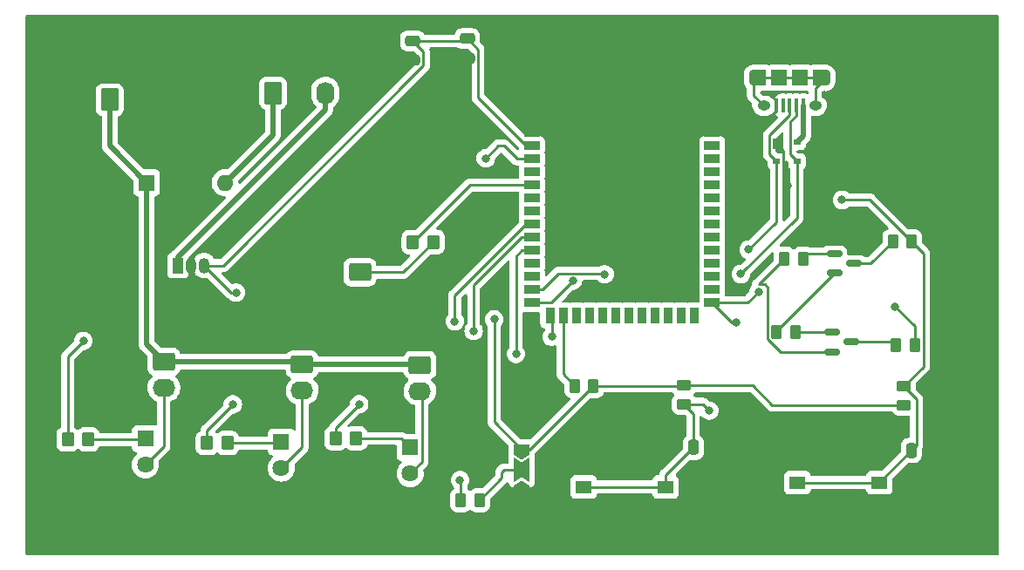
<source format=gbr>
%TF.GenerationSoftware,KiCad,Pcbnew,7.0.10*%
%TF.CreationDate,2024-03-26T16:58:00-05:00*%
%TF.ProjectId,shematic for power and light system,7368656d-6174-4696-9320-666f7220706f,rev?*%
%TF.SameCoordinates,Original*%
%TF.FileFunction,Copper,L1,Top*%
%TF.FilePolarity,Positive*%
%FSLAX46Y46*%
G04 Gerber Fmt 4.6, Leading zero omitted, Abs format (unit mm)*
G04 Created by KiCad (PCBNEW 7.0.10) date 2024-03-26 16:58:00*
%MOMM*%
%LPD*%
G01*
G04 APERTURE LIST*
G04 Aperture macros list*
%AMRoundRect*
0 Rectangle with rounded corners*
0 $1 Rounding radius*
0 $2 $3 $4 $5 $6 $7 $8 $9 X,Y pos of 4 corners*
0 Add a 4 corners polygon primitive as box body*
4,1,4,$2,$3,$4,$5,$6,$7,$8,$9,$2,$3,0*
0 Add four circle primitives for the rounded corners*
1,1,$1+$1,$2,$3*
1,1,$1+$1,$4,$5*
1,1,$1+$1,$6,$7*
1,1,$1+$1,$8,$9*
0 Add four rect primitives between the rounded corners*
20,1,$1+$1,$2,$3,$4,$5,0*
20,1,$1+$1,$4,$5,$6,$7,0*
20,1,$1+$1,$6,$7,$8,$9,0*
20,1,$1+$1,$8,$9,$2,$3,0*%
%AMFreePoly0*
4,1,6,1.000000,0.000000,0.500000,-0.750000,-0.500000,-0.750000,-0.500000,0.750000,0.500000,0.750000,1.000000,0.000000,1.000000,0.000000,$1*%
%AMFreePoly1*
4,1,7,0.700000,0.000000,1.200000,-0.750000,-1.200000,-0.750000,-0.700000,0.000000,-1.200000,0.750000,1.200000,0.750000,0.700000,0.000000,0.700000,0.000000,$1*%
G04 Aperture macros list end*
%TA.AperFunction,SMDPad,CuDef*%
%ADD10RoundRect,0.250000X0.450000X-0.262500X0.450000X0.262500X-0.450000X0.262500X-0.450000X-0.262500X0*%
%TD*%
%TA.AperFunction,ComponentPad*%
%ADD11RoundRect,0.250000X0.845000X-0.620000X0.845000X0.620000X-0.845000X0.620000X-0.845000X-0.620000X0*%
%TD*%
%TA.AperFunction,ComponentPad*%
%ADD12O,2.190000X1.740000*%
%TD*%
%TA.AperFunction,SMDPad,CuDef*%
%ADD13RoundRect,0.250000X-0.262500X-0.450000X0.262500X-0.450000X0.262500X0.450000X-0.262500X0.450000X0*%
%TD*%
%TA.AperFunction,SMDPad,CuDef*%
%ADD14R,0.400000X1.350000*%
%TD*%
%TA.AperFunction,ComponentPad*%
%ADD15O,0.890000X1.550000*%
%TD*%
%TA.AperFunction,SMDPad,CuDef*%
%ADD16R,1.200000X1.550000*%
%TD*%
%TA.AperFunction,ComponentPad*%
%ADD17O,1.250000X0.950000*%
%TD*%
%TA.AperFunction,SMDPad,CuDef*%
%ADD18R,1.500000X1.550000*%
%TD*%
%TA.AperFunction,SMDPad,CuDef*%
%ADD19RoundRect,0.250000X-0.350000X-0.450000X0.350000X-0.450000X0.350000X0.450000X-0.350000X0.450000X0*%
%TD*%
%TA.AperFunction,ComponentPad*%
%ADD20RoundRect,0.250000X-0.845000X0.620000X-0.845000X-0.620000X0.845000X-0.620000X0.845000X0.620000X0*%
%TD*%
%TA.AperFunction,ComponentPad*%
%ADD21R,1.625600X1.625600*%
%TD*%
%TA.AperFunction,ComponentPad*%
%ADD22C,1.625600*%
%TD*%
%TA.AperFunction,ComponentPad*%
%ADD23R,1.070000X1.500000*%
%TD*%
%TA.AperFunction,ComponentPad*%
%ADD24O,1.070000X1.500000*%
%TD*%
%TA.AperFunction,SMDPad,CuDef*%
%ADD25RoundRect,0.250000X-0.475000X0.250000X-0.475000X-0.250000X0.475000X-0.250000X0.475000X0.250000X0*%
%TD*%
%TA.AperFunction,SMDPad,CuDef*%
%ADD26R,1.498600X0.889000*%
%TD*%
%TA.AperFunction,SMDPad,CuDef*%
%ADD27R,0.889000X1.498600*%
%TD*%
%TA.AperFunction,SMDPad,CuDef*%
%ADD28R,0.889000X0.889000*%
%TD*%
%TA.AperFunction,ComponentPad*%
%ADD29R,1.600000X1.600000*%
%TD*%
%TA.AperFunction,ComponentPad*%
%ADD30O,1.600000X1.600000*%
%TD*%
%TA.AperFunction,SMDPad,CuDef*%
%ADD31RoundRect,0.250000X-0.250000X-0.475000X0.250000X-0.475000X0.250000X0.475000X-0.250000X0.475000X0*%
%TD*%
%TA.AperFunction,ComponentPad*%
%ADD32RoundRect,0.250000X-0.620000X-0.845000X0.620000X-0.845000X0.620000X0.845000X-0.620000X0.845000X0*%
%TD*%
%TA.AperFunction,ComponentPad*%
%ADD33O,1.740000X2.190000*%
%TD*%
%TA.AperFunction,SMDPad,CuDef*%
%ADD34R,1.550000X1.300000*%
%TD*%
%TA.AperFunction,SMDPad,CuDef*%
%ADD35FreePoly0,90.000000*%
%TD*%
%TA.AperFunction,SMDPad,CuDef*%
%ADD36FreePoly1,90.000000*%
%TD*%
%TA.AperFunction,SMDPad,CuDef*%
%ADD37FreePoly0,270.000000*%
%TD*%
%TA.AperFunction,SMDPad,CuDef*%
%ADD38RoundRect,0.150000X-0.587500X-0.150000X0.587500X-0.150000X0.587500X0.150000X-0.587500X0.150000X0*%
%TD*%
%TA.AperFunction,SMDPad,CuDef*%
%ADD39R,0.700000X1.000000*%
%TD*%
%TA.AperFunction,SMDPad,CuDef*%
%ADD40R,0.700000X0.600000*%
%TD*%
%TA.AperFunction,SMDPad,CuDef*%
%ADD41RoundRect,0.250000X-0.450000X0.262500X-0.450000X-0.262500X0.450000X-0.262500X0.450000X0.262500X0*%
%TD*%
%TA.AperFunction,ViaPad*%
%ADD42C,0.800000*%
%TD*%
%TA.AperFunction,Conductor*%
%ADD43C,0.254000*%
%TD*%
%TA.AperFunction,Conductor*%
%ADD44C,0.508000*%
%TD*%
G04 APERTURE END LIST*
D10*
%TO.P,R9,1*%
%TO.N,+3V3*%
X195389789Y-113187108D03*
%TO.P,R9,2*%
%TO.N,/CHIP_PU*%
X195389789Y-111362108D03*
%TD*%
D11*
%TO.P,BlueTooth1,1,Pin_1*%
%TO.N,Net-(BlueTooth1-Pin_1)*%
X142615398Y-100277915D03*
D12*
%TO.P,BlueTooth1,2,Pin_2*%
%TO.N,GND*%
X142615398Y-97737915D03*
%TD*%
D13*
%TO.P,R4,1*%
%TO.N,/DTR*%
X183805720Y-98968279D03*
%TO.P,R4,2*%
%TO.N,Net-(Q2-B)*%
X185630720Y-98968279D03*
%TD*%
D14*
%TO.P,J1,1,VBUS*%
%TO.N,+5V*%
X185629553Y-84103458D03*
%TO.P,J1,2,D-*%
%TO.N,/D-*%
X184979553Y-84103458D03*
%TO.P,J1,3,D+*%
%TO.N,/D+*%
X184329553Y-84103458D03*
%TO.P,J1,4,ID*%
%TO.N,unconnected-(J1-ID-Pad4)*%
X183679553Y-84103458D03*
%TO.P,J1,5,GND*%
%TO.N,GND*%
X183029553Y-84103458D03*
D15*
%TO.P,J1,6,Shield*%
%TO.N,unconnected-(J1-Shield-Pad6)*%
X187829553Y-81403458D03*
D16*
X187229553Y-81403458D03*
D17*
X186829553Y-84103458D03*
D18*
X185329553Y-81403458D03*
X183329553Y-81403458D03*
D17*
X181829553Y-84103458D03*
D16*
X181429553Y-81403458D03*
D15*
X180829553Y-81403458D03*
%TD*%
D19*
%TO.P,R2,1*%
%TO.N,/GPIO5*%
X147768279Y-97342535D03*
%TO.P,R2,2*%
%TO.N,Net-(BlueTooth1-Pin_1)*%
X149768279Y-97342535D03*
%TD*%
D20*
%TO.P,LED2,1,Pin_1*%
%TO.N,/+*%
X137014557Y-109228516D03*
D12*
%TO.P,LED2,2,Pin_2*%
%TO.N,Net-(LED2-Pin_2)*%
X137014557Y-111768516D03*
%TD*%
D21*
%TO.P,Q4,1,G*%
%TO.N,Net-(Q4-G)*%
X134990157Y-116761054D03*
D22*
%TO.P,Q4,2,D*%
%TO.N,Net-(LED2-Pin_2)*%
X134990157Y-119301054D03*
%TO.P,Q4,3,S*%
%TO.N,GND*%
X134990157Y-121841054D03*
%TD*%
D21*
%TO.P,Q1,1,G*%
%TO.N,Net-(Q1-G)*%
X121797815Y-116457394D03*
D22*
%TO.P,Q1,2,D*%
%TO.N,/-*%
X121797815Y-118997394D03*
%TO.P,Q1,3,S*%
%TO.N,GND*%
X121797815Y-121537394D03*
%TD*%
D23*
%TO.P,U2,1,VI*%
%TO.N,/out+*%
X124959876Y-99619985D03*
D24*
%TO.P,U2,2,GND*%
%TO.N,GND*%
X126229876Y-99619985D03*
%TO.P,U2,3,VO*%
%TO.N,+3V3*%
X127499876Y-99619985D03*
%TD*%
D20*
%TO.P,LED3,1,Pin_1*%
%TO.N,/+*%
X148452419Y-109286497D03*
D12*
%TO.P,LED3,2,Pin_2*%
%TO.N,Net-(LED3-Pin_2)*%
X148452419Y-111826497D03*
%TD*%
D25*
%TO.P,C4,1*%
%TO.N,+3V3*%
X147734090Y-77808016D03*
%TO.P,C4,2*%
%TO.N,GND*%
X147734090Y-79708016D03*
%TD*%
D19*
%TO.P,R11,1*%
%TO.N,/GPIO16*%
X127772904Y-116853758D03*
%TO.P,R11,2*%
%TO.N,Net-(Q4-G)*%
X129772904Y-116853758D03*
%TD*%
D25*
%TO.P,C5,1*%
%TO.N,+3V3*%
X153030094Y-77579309D03*
%TO.P,C5,2*%
%TO.N,GND*%
X153030094Y-79479309D03*
%TD*%
D26*
%TO.P,U1,1,GND*%
%TO.N,GND*%
X159312695Y-86720657D03*
%TO.P,U1,2,3V3*%
%TO.N,+3V3*%
X159312695Y-87990657D03*
%TO.P,U1,3,EN*%
%TO.N,/CHIP_PU*%
X159312695Y-89260657D03*
%TO.P,U1,4,IO4*%
%TO.N,/VBAT_SENSE*%
X159312695Y-90530657D03*
%TO.P,U1,5,IO5*%
%TO.N,/GPIO5*%
X159312695Y-91800657D03*
%TO.P,U1,6,IO6*%
%TO.N,/GPIO6*%
X159312695Y-93070657D03*
%TO.P,U1,7,IO7*%
%TO.N,/GPIO7*%
X159312695Y-94340657D03*
%TO.P,U1,8,IO15*%
%TO.N,/GPIO15*%
X159312695Y-95610657D03*
%TO.P,U1,9,IO16*%
%TO.N,/GPIO16*%
X159312695Y-96880657D03*
%TO.P,U1,10,IO17*%
%TO.N,/GPIO17*%
X159312695Y-98150657D03*
%TO.P,U1,11,IO18*%
%TO.N,/GPIO18*%
X159312695Y-99420657D03*
%TO.P,U1,12,IO8*%
%TO.N,/M1_FAULT*%
X159312695Y-100690657D03*
%TO.P,U1,13,IO19*%
%TO.N,/D-*%
X159312695Y-101960657D03*
%TO.P,U1,14,IO20*%
%TO.N,/D+*%
X159312695Y-103230657D03*
D27*
%TO.P,U1,15,IO3*%
%TO.N,/GPIO3_STRAPPING*%
X161077695Y-104480657D03*
%TO.P,U1,16,IO46*%
%TO.N,/GPIO46_STRAPPING*%
X162347695Y-104480657D03*
%TO.P,U1,17,IO9*%
%TO.N,/M1_EN*%
X163617695Y-104480657D03*
%TO.P,U1,18,IO10*%
%TO.N,/M1_PWM*%
X164887695Y-104480657D03*
%TO.P,U1,19,IO11*%
%TO.N,/M1_DIR*%
X166157695Y-104480657D03*
%TO.P,U1,20,IO12*%
%TO.N,/M2_FAULT*%
X167427695Y-104480657D03*
%TO.P,U1,21,IO13*%
%TO.N,/M2_EN*%
X168697695Y-104480657D03*
%TO.P,U1,22,IO14*%
%TO.N,/M2_PWM*%
X169967695Y-104480657D03*
%TO.P,U1,23,IO21*%
%TO.N,/M2_DIR*%
X171237695Y-104480657D03*
%TO.P,U1,24,IO47*%
%TO.N,/CAMERA_CS*%
X172507695Y-104480657D03*
%TO.P,U1,25,IO48*%
%TO.N,/CAMERA_MOSI*%
X173777695Y-104480657D03*
%TO.P,U1,26,IO45*%
%TO.N,/GPIO45_STRAPPING*%
X175047695Y-104480657D03*
D26*
%TO.P,U1,27,IO0*%
%TO.N,/GPIO0_STRAPPING*%
X176812695Y-103230657D03*
%TO.P,U1,28,IO35*%
%TO.N,/CAMERA_MISO*%
X176812695Y-101960657D03*
%TO.P,U1,29,IO36*%
%TO.N,/CAMERA_SCK*%
X176812695Y-100690657D03*
%TO.P,U1,30,IO37*%
%TO.N,/CAMERA_SDA*%
X176812695Y-99420657D03*
%TO.P,U1,31,IO38*%
%TO.N,/CAMERA_SCL*%
X176812695Y-98150657D03*
%TO.P,U1,32,IO39*%
%TO.N,/MTCK*%
X176812695Y-96880657D03*
%TO.P,U1,33,IO40*%
%TO.N,/MTDO*%
X176812695Y-95610657D03*
%TO.P,U1,34,IO41*%
%TO.N,/MTDI*%
X176812695Y-94340657D03*
%TO.P,U1,35,IO42*%
%TO.N,/MTMS*%
X176812695Y-93070657D03*
%TO.P,U1,36,RXD0*%
%TO.N,/RX*%
X176812695Y-91800657D03*
%TO.P,U1,37,TXD0*%
%TO.N,/TX*%
X176812695Y-90530657D03*
%TO.P,U1,38,IO2*%
%TO.N,/I_M_1*%
X176812695Y-89260657D03*
%TO.P,U1,39,IO1*%
%TO.N,/I_M_2*%
X176812695Y-87990657D03*
%TO.P,U1,40,GND*%
%TO.N,GND*%
X176812695Y-86720657D03*
D28*
%TO.P,U1,41,GND*%
X166812695Y-94440657D03*
%TO.P,U1,42,GND*%
X166812695Y-93040657D03*
%TO.P,U1,43,GND*%
X165412695Y-93040657D03*
%TO.P,U1,44,GND*%
X165412695Y-94440657D03*
%TO.P,U1,45,GND*%
X165412695Y-95840657D03*
%TO.P,U1,46,GND*%
X166812695Y-95840657D03*
%TO.P,U1,47,GND*%
X168212695Y-95840657D03*
%TO.P,U1,48,GND*%
X168212695Y-94440657D03*
%TO.P,U1,49,GND*%
X168212695Y-93040657D03*
%TD*%
D29*
%TO.P,SW1,1*%
%TO.N,/+*%
X121904276Y-91572994D03*
D30*
%TO.P,SW1,2*%
%TO.N,/in+*%
X129524276Y-91572994D03*
%TD*%
D31*
%TO.P,C2,1*%
%TO.N,/CHIP_PU*%
X196144003Y-117592762D03*
%TO.P,C2,2*%
%TO.N,GND*%
X198044003Y-117592762D03*
%TD*%
D32*
%TO.P,+12V1,1,Pin_1*%
%TO.N,/+*%
X118339464Y-83526003D03*
D33*
%TO.P,+12V1,2,Pin_2*%
%TO.N,GND*%
X120879464Y-83526003D03*
%TD*%
D21*
%TO.P,Q5,1,G*%
%TO.N,Net-(Q5-G)*%
X147501475Y-117303843D03*
D22*
%TO.P,Q5,2,D*%
%TO.N,Net-(LED3-Pin_2)*%
X147501475Y-119843843D03*
%TO.P,Q5,3,S*%
%TO.N,GND*%
X147501475Y-122383843D03*
%TD*%
D20*
%TO.P,LED1,1,Pin_1*%
%TO.N,/+*%
X123586035Y-108958596D03*
D12*
%TO.P,LED1,2,Pin_2*%
%TO.N,/-*%
X123586035Y-111498596D03*
%TD*%
D13*
%TO.P,R8,1*%
%TO.N,Net-(Q3-C)*%
X194650092Y-107369540D03*
%TO.P,R8,2*%
%TO.N,/GPIO0_STRAPPING*%
X196475092Y-107369540D03*
%TD*%
D31*
%TO.P,C3,1*%
%TO.N,/GPIO0_STRAPPING*%
X174983053Y-117277855D03*
%TO.P,C3,2*%
%TO.N,GND*%
X176883053Y-117277855D03*
%TD*%
D34*
%TO.P,SW3,1,1*%
%TO.N,GND*%
X164343961Y-116629239D03*
X172293961Y-116629239D03*
%TO.P,SW3,2,2*%
%TO.N,/GPIO0_STRAPPING*%
X164343961Y-121129239D03*
X172293961Y-121129239D03*
%TD*%
D35*
%TO.P,JP1,1,A*%
%TO.N,GND*%
X158315147Y-121489733D03*
D36*
%TO.P,JP1,2,C*%
%TO.N,Net-(JP1-C)*%
X158315147Y-119489733D03*
D37*
%TO.P,JP1,3,B*%
%TO.N,+3V3*%
X158315147Y-117489733D03*
%TD*%
D19*
%TO.P,R12,1*%
%TO.N,/GPIO17*%
X140256706Y-116415138D03*
%TO.P,R12,2*%
%TO.N,Net-(Q5-G)*%
X142256706Y-116415138D03*
%TD*%
D32*
%TO.P,Buck_Converter1,1,Pin_1*%
%TO.N,/in+*%
X134180397Y-82868073D03*
D33*
%TO.P,Buck_Converter1,2,Pin_2*%
%TO.N,GND*%
X136720397Y-82868073D03*
%TO.P,Buck_Converter1,3,Pin_3*%
%TO.N,/out+*%
X139260397Y-82868073D03*
%TO.P,Buck_Converter1,4,Pin_4*%
%TO.N,GND*%
X141800397Y-82868073D03*
%TD*%
D38*
%TO.P,Q3,1,B*%
%TO.N,Net-(Q3-B)*%
X188478711Y-106104290D03*
%TO.P,Q3,2,E*%
%TO.N,/DTR*%
X188478711Y-108004290D03*
%TO.P,Q3,3,C*%
%TO.N,Net-(Q3-C)*%
X190353711Y-107054290D03*
%TD*%
D13*
%TO.P,R5,1*%
%TO.N,/RTS*%
X183060401Y-106104290D03*
%TO.P,R5,2*%
%TO.N,Net-(Q3-B)*%
X184885401Y-106104290D03*
%TD*%
D39*
%TO.P,D1,1,A*%
%TO.N,GND*%
X183045970Y-87816055D03*
D40*
%TO.P,D1,2,K*%
%TO.N,/D+*%
X183045970Y-89516055D03*
%TO.P,D1,3,K*%
%TO.N,/D-*%
X185045970Y-89516055D03*
%TO.P,D1,4,K*%
%TO.N,+5V*%
X185045970Y-87616055D03*
%TD*%
D13*
%TO.P,R7,1*%
%TO.N,Net-(Q2-C)*%
X194346432Y-97298149D03*
%TO.P,R7,2*%
%TO.N,/CHIP_PU*%
X196171432Y-97298149D03*
%TD*%
D34*
%TO.P,SW2,1,1*%
%TO.N,GND*%
X185094064Y-116224359D03*
X193044064Y-116224359D03*
%TO.P,SW2,2,2*%
%TO.N,/CHIP_PU*%
X185094064Y-120724359D03*
X193044064Y-120724359D03*
%TD*%
D13*
%TO.P,R3,1*%
%TO.N,/GPIO46_STRAPPING*%
X163469196Y-111302125D03*
%TO.P,R3,2*%
%TO.N,+3V3*%
X165294196Y-111302125D03*
%TD*%
D38*
%TO.P,Q2,1,B*%
%TO.N,Net-(Q2-B)*%
X188696830Y-98473769D03*
%TO.P,Q2,2,E*%
%TO.N,/RTS*%
X188696830Y-100373769D03*
%TO.P,Q2,3,C*%
%TO.N,Net-(Q2-C)*%
X190571830Y-99423769D03*
%TD*%
D41*
%TO.P,R10,1*%
%TO.N,+3V3*%
X174066106Y-111272134D03*
%TO.P,R10,2*%
%TO.N,/GPIO0_STRAPPING*%
X174066106Y-113097134D03*
%TD*%
D19*
%TO.P,R1,1*%
%TO.N,/GPIO15*%
X114252501Y-116516358D03*
%TO.P,R1,2*%
%TO.N,Net-(Q1-G)*%
X116252501Y-116516358D03*
%TD*%
D13*
%TO.P,R6,1*%
%TO.N,/GPIO3_STRAPPING*%
X152402474Y-122428829D03*
%TO.P,R6,2*%
%TO.N,Net-(JP1-C)*%
X154227474Y-122428829D03*
%TD*%
D42*
%TO.N,GND*%
X203200000Y-101600000D03*
X184104798Y-91875356D03*
%TO.N,/CHIP_PU*%
X189429055Y-93254972D03*
X154834303Y-89206171D03*
%TO.N,/GPIO0_STRAPPING*%
X176535350Y-113723908D03*
X194592549Y-103651916D03*
X181306485Y-102182351D03*
X179144577Y-105131453D03*
%TO.N,/D+*%
X163299295Y-101105146D03*
X180364240Y-98076043D03*
%TO.N,/D-*%
X179599466Y-100445342D03*
X166373384Y-100475333D03*
%TO.N,+3V3*%
X130603956Y-102252306D03*
X155661533Y-104861533D03*
%TO.N,/GPIO15*%
X115780847Y-106953414D03*
X151837666Y-105041480D03*
%TO.N,/GPIO3_STRAPPING*%
X161249854Y-106533538D03*
X152342492Y-120479407D03*
%TO.N,/GPIO16*%
X153659626Y-105986200D03*
X130289049Y-113116588D03*
%TO.N,/GPIO17*%
X142547918Y-113099117D03*
X157775907Y-108195570D03*
%TD*%
D43*
%TO.N,unconnected-(J1-Shield-Pad6)*%
X180829553Y-81403458D02*
X181429553Y-81403458D01*
D44*
%TO.N,/+*%
X137014557Y-109228516D02*
X148394438Y-109228516D01*
X148394438Y-109228516D02*
X148452419Y-109286497D01*
X123586035Y-108958596D02*
X136744637Y-108958596D01*
X121904276Y-91572994D02*
X121904276Y-107276837D01*
X136744637Y-108958596D02*
X137014557Y-109228516D01*
X121904276Y-107276837D02*
X123586035Y-108958596D01*
X118339464Y-88008182D02*
X121904276Y-91572994D01*
X118339464Y-83526003D02*
X118339464Y-88008182D01*
D43*
%TO.N,GND*%
X183029553Y-84578458D02*
X180887354Y-86720657D01*
X183045970Y-87816055D02*
X183722970Y-88493055D01*
X183722970Y-91493528D02*
X184104798Y-91875356D01*
X180887354Y-86720657D02*
X176812695Y-86720657D01*
X203200000Y-101600000D02*
X203200000Y-113044085D01*
X183029553Y-84103458D02*
X183029553Y-84578458D01*
X203200000Y-113044085D02*
X199318625Y-116925460D01*
X198711305Y-116925460D02*
X198044003Y-117592762D01*
X199318625Y-116925460D02*
X198711305Y-116925460D01*
X183722970Y-88493055D02*
X183722970Y-91493528D01*
%TO.N,Net-(BlueTooth1-Pin_1)*%
X149768279Y-97342535D02*
X146832899Y-100277915D01*
X146832899Y-100277915D02*
X142615398Y-100277915D01*
D44*
%TO.N,/in+*%
X134180397Y-86916873D02*
X129524276Y-91572994D01*
X134180397Y-82868073D02*
X134180397Y-86916873D01*
%TO.N,/out+*%
X139260397Y-84471073D02*
X124959876Y-98771594D01*
X139260397Y-82868073D02*
X139260397Y-84471073D01*
X124959876Y-98771594D02*
X124959876Y-99619985D01*
D43*
%TO.N,/CHIP_PU*%
X157857909Y-89260657D02*
X159312695Y-89260657D01*
X193044064Y-120724359D02*
X193044064Y-120692701D01*
X192128255Y-93254972D02*
X189429055Y-93254972D01*
X196643941Y-112616260D02*
X195389789Y-111362108D01*
X185094064Y-120724359D02*
X193044064Y-120724359D01*
X193044064Y-120692701D02*
X196144003Y-117592762D01*
X197314592Y-98441309D02*
X197314592Y-109437305D01*
X156048943Y-87991531D02*
X156588783Y-87991531D01*
X196643941Y-117092824D02*
X196643941Y-112616260D01*
X156588783Y-87991531D02*
X157857909Y-89260657D01*
X196171432Y-97298149D02*
X197314592Y-98441309D01*
X197314592Y-109437305D02*
X195389789Y-111362108D01*
X196171432Y-97298149D02*
X192128255Y-93254972D01*
X154834303Y-89206171D02*
X156048943Y-87991531D01*
X196144003Y-117592762D02*
X196643941Y-117092824D01*
%TO.N,/GPIO0_STRAPPING*%
X196475092Y-107369540D02*
X196475092Y-105534459D01*
X164343961Y-121129239D02*
X172293961Y-121129239D01*
X174983053Y-117277855D02*
X174983053Y-114014081D01*
X179144577Y-105131453D02*
X178713491Y-105131453D01*
X175908576Y-113097134D02*
X176535350Y-113723908D01*
X178713491Y-105131453D02*
X176812695Y-103230657D01*
X174066106Y-113097134D02*
X175908576Y-113097134D01*
X174983053Y-114014081D02*
X174066106Y-113097134D01*
X172293961Y-121129239D02*
X172293961Y-119966947D01*
X181306485Y-102182351D02*
X180258179Y-103230657D01*
X180258179Y-103230657D02*
X176812695Y-103230657D01*
X172293961Y-119966947D02*
X174983053Y-117277855D01*
X196475092Y-105534459D02*
X194592549Y-103651916D01*
%TO.N,/D+*%
X182368970Y-88839055D02*
X182368970Y-86993041D01*
X183045970Y-95394313D02*
X180364240Y-98076043D01*
X161173784Y-103230657D02*
X159312695Y-103230657D01*
X183045970Y-89516055D02*
X182368970Y-88839055D01*
X184329553Y-85032458D02*
X184329553Y-84103458D01*
X182368970Y-86993041D02*
X184329553Y-85032458D01*
X163299295Y-101105146D02*
X161173784Y-103230657D01*
X183045970Y-89516055D02*
X183045970Y-95394313D01*
%TO.N,/D-*%
X185045970Y-94998838D02*
X179599466Y-100445342D01*
X184979553Y-85032458D02*
X184979553Y-84103458D01*
X166373384Y-100475333D02*
X166276197Y-100378146D01*
X185045970Y-89516055D02*
X184368970Y-88839055D01*
X166276197Y-100378146D02*
X161898506Y-100378146D01*
X161898506Y-100378146D02*
X160315995Y-101960657D01*
X160315995Y-101960657D02*
X159312695Y-101960657D01*
X185045970Y-89516055D02*
X185045970Y-94998838D01*
X184368970Y-88839055D02*
X184368970Y-85643041D01*
X184368970Y-85643041D02*
X184979553Y-85032458D01*
%TO.N,+5V*%
X185629553Y-84578458D02*
X185629553Y-84103458D01*
D44*
X185045970Y-87616055D02*
X185633553Y-87028472D01*
X185633553Y-87028472D02*
X185633553Y-84103458D01*
D43*
%TO.N,unconnected-(J1-Shield-Pad6)*%
X180829553Y-83103458D02*
X181829553Y-84103458D01*
X185329553Y-81403458D02*
X187229553Y-81403458D01*
X181429553Y-81403458D02*
X183329553Y-81403458D01*
X180829553Y-81403458D02*
X180829553Y-83103458D01*
X187829553Y-81403458D02*
X187229553Y-81403458D01*
X186829553Y-84103458D02*
X186829553Y-82403458D01*
X183329553Y-81403458D02*
X185329553Y-81403458D01*
X186829553Y-82403458D02*
X187829553Y-81403458D01*
%TO.N,Net-(JP1-C)*%
X156406288Y-120250015D02*
X156406288Y-119684642D01*
X156601197Y-119489733D02*
X158315147Y-119489733D01*
X154227474Y-122428829D02*
X156406288Y-120250015D01*
X156406288Y-119684642D02*
X156601197Y-119489733D01*
%TO.N,+3V3*%
X158759717Y-87990657D02*
X159312695Y-87990657D01*
X130603956Y-102252306D02*
X130132197Y-102252306D01*
X148786090Y-78860016D02*
X148786090Y-80203944D01*
X147734090Y-77808016D02*
X148786090Y-78860016D01*
X174036115Y-111302125D02*
X174066106Y-111272134D01*
X158315147Y-117489733D02*
X155661533Y-114836119D01*
X180741603Y-111272134D02*
X182656577Y-113187108D01*
X153030094Y-77579309D02*
X154082094Y-78631309D01*
X174066106Y-111272134D02*
X180741603Y-111272134D01*
X155661533Y-114836119D02*
X155661533Y-104861533D01*
X129370049Y-99619985D02*
X127499876Y-99619985D01*
X154082094Y-78631309D02*
X154082094Y-83313034D01*
X182656577Y-113187108D02*
X195389789Y-113187108D01*
X152801387Y-77808016D02*
X153030094Y-77579309D01*
X159106588Y-117489733D02*
X158315147Y-117489733D01*
X130132197Y-102252306D02*
X127499876Y-99619985D01*
X148786090Y-80203944D02*
X129370049Y-99619985D01*
X154082094Y-83313034D02*
X158759717Y-87990657D01*
X165294196Y-111302125D02*
X174036115Y-111302125D01*
X147734090Y-77808016D02*
X152801387Y-77808016D01*
X165294196Y-111302125D02*
X159106588Y-117489733D01*
%TO.N,/-*%
X123586035Y-117209174D02*
X121797815Y-118997394D01*
X123586035Y-111498596D02*
X123586035Y-117209174D01*
%TO.N,Net-(LED2-Pin_2)*%
X137014557Y-117276654D02*
X134990157Y-119301054D01*
X137014557Y-111768516D02*
X137014557Y-117276654D01*
%TO.N,Net-(LED3-Pin_2)*%
X148641275Y-118704043D02*
X147501475Y-119843843D01*
X148452419Y-111826497D02*
X148641275Y-112015353D01*
X148641275Y-112015353D02*
X148641275Y-118704043D01*
%TO.N,Net-(Q1-G)*%
X121738851Y-116516358D02*
X121797815Y-116457394D01*
X116252501Y-116516358D02*
X121738851Y-116516358D01*
%TO.N,Net-(Q2-B)*%
X188696830Y-98473769D02*
X186125230Y-98473769D01*
X186125230Y-98473769D02*
X185630720Y-98968279D01*
%TO.N,/RTS*%
X188696830Y-100373769D02*
X183060401Y-106010198D01*
X183060401Y-106010198D02*
X183060401Y-106104290D01*
%TO.N,Net-(Q2-C)*%
X190571830Y-99423769D02*
X192220812Y-99423769D01*
X192220812Y-99423769D02*
X194346432Y-97298149D01*
%TO.N,Net-(Q3-B)*%
X184885401Y-106104290D02*
X188478711Y-106104290D01*
%TO.N,/DTR*%
X183805720Y-98968279D02*
X181318648Y-101455351D01*
X181929772Y-101455351D02*
X182220901Y-101746480D01*
X183424973Y-108004290D02*
X188478711Y-108004290D01*
X181318648Y-101455351D02*
X181929772Y-101455351D01*
X182220901Y-106800218D02*
X183424973Y-108004290D01*
X182220901Y-101746480D02*
X182220901Y-106800218D01*
%TO.N,Net-(Q3-C)*%
X194334842Y-107054290D02*
X194650092Y-107369540D01*
X190353711Y-107054290D02*
X194334842Y-107054290D01*
%TO.N,Net-(Q4-G)*%
X134897453Y-116853758D02*
X134990157Y-116761054D01*
X129772904Y-116853758D02*
X134897453Y-116853758D01*
%TO.N,Net-(Q5-G)*%
X142256706Y-116415138D02*
X146612770Y-116415138D01*
X146612770Y-116415138D02*
X147501475Y-117303843D01*
%TO.N,/GPIO15*%
X151837666Y-105041480D02*
X151837666Y-102507886D01*
X114252501Y-116516358D02*
X114252501Y-108481760D01*
X114252501Y-108481760D02*
X115780847Y-106953414D01*
X151837666Y-102507886D02*
X158734895Y-95610657D01*
X158734895Y-95610657D02*
X159312695Y-95610657D01*
%TO.N,/GPIO5*%
X153310157Y-91800657D02*
X159312695Y-91800657D01*
X147768279Y-97342535D02*
X153310157Y-91800657D01*
%TO.N,/GPIO46_STRAPPING*%
X163469196Y-111302125D02*
X162347695Y-110180624D01*
X162347695Y-110180624D02*
X162347695Y-104480657D01*
%TO.N,/GPIO3_STRAPPING*%
X152402474Y-122428829D02*
X152402474Y-120539389D01*
X161249854Y-106533538D02*
X161249854Y-104652816D01*
X152402474Y-120539389D02*
X152342492Y-120479407D01*
X161249854Y-104652816D02*
X161077695Y-104480657D01*
%TO.N,/GPIO16*%
X127772904Y-115632733D02*
X130289049Y-113116588D01*
X127772904Y-116853758D02*
X127772904Y-115632733D01*
X158309395Y-96880657D02*
X159312695Y-96880657D01*
X153659626Y-101530426D02*
X158309395Y-96880657D01*
X153659626Y-105986200D02*
X153659626Y-101530426D01*
%TO.N,/GPIO17*%
X158309395Y-98150657D02*
X159312695Y-98150657D01*
X140256706Y-116415138D02*
X140256706Y-115390329D01*
X157775907Y-108195570D02*
X157775907Y-98684145D01*
X157775907Y-98684145D02*
X158309395Y-98150657D01*
X140256706Y-115390329D02*
X142547918Y-113099117D01*
%TD*%
%TA.AperFunction,Conductor*%
%TO.N,GND*%
G36*
X184101671Y-89459622D02*
G01*
X184108150Y-89465654D01*
X184159151Y-89516655D01*
X184192636Y-89577978D01*
X184195470Y-89604336D01*
X184195470Y-89863924D01*
X184195471Y-89863931D01*
X184201878Y-89923538D01*
X184252172Y-90058383D01*
X184252173Y-90058384D01*
X184252174Y-90058386D01*
X184338422Y-90173598D01*
X184338425Y-90173602D01*
X184368780Y-90196325D01*
X184410652Y-90252258D01*
X184418470Y-90295592D01*
X184418470Y-94687556D01*
X184398785Y-94754595D01*
X184382151Y-94775237D01*
X183885151Y-95272237D01*
X183823828Y-95305722D01*
X183754136Y-95300738D01*
X183698203Y-95258866D01*
X183673786Y-95193402D01*
X183673470Y-95184556D01*
X183673470Y-90295592D01*
X183693155Y-90228553D01*
X183723160Y-90196325D01*
X183753516Y-90173601D01*
X183839766Y-90058386D01*
X183890061Y-89923538D01*
X183896470Y-89863928D01*
X183896469Y-89553333D01*
X183916153Y-89486296D01*
X183968957Y-89440541D01*
X184038116Y-89430597D01*
X184101671Y-89459622D01*
G37*
%TD.AperFunction*%
%TA.AperFunction,Conductor*%
G36*
X183660804Y-86691140D02*
G01*
X183716737Y-86733012D01*
X183741154Y-86798476D01*
X183741470Y-86807322D01*
X183741470Y-88632145D01*
X183721785Y-88699184D01*
X183668981Y-88744939D01*
X183599823Y-88754883D01*
X183574137Y-88748327D01*
X183503452Y-88721963D01*
X183503453Y-88721963D01*
X183443853Y-88715556D01*
X183443851Y-88715555D01*
X183443843Y-88715555D01*
X183443835Y-88715555D01*
X183184251Y-88715555D01*
X183117212Y-88695870D01*
X183096570Y-88679236D01*
X183032789Y-88615455D01*
X182999304Y-88554132D01*
X182996470Y-88527774D01*
X182996470Y-87304322D01*
X183016155Y-87237283D01*
X183032789Y-87216641D01*
X183529789Y-86719641D01*
X183591112Y-86686156D01*
X183660804Y-86691140D01*
G37*
%TD.AperFunction*%
%TA.AperFunction,Conductor*%
G36*
X182347877Y-82626228D02*
G01*
X182420978Y-82653493D01*
X182472066Y-82672548D01*
X182472069Y-82672549D01*
X182478997Y-82673293D01*
X182531680Y-82678958D01*
X184127425Y-82678957D01*
X184187036Y-82672549D01*
X184286222Y-82635554D01*
X184355911Y-82630571D01*
X184372872Y-82635550D01*
X184472070Y-82672549D01*
X184531680Y-82678958D01*
X186078053Y-82678957D01*
X186145092Y-82698642D01*
X186190847Y-82751445D01*
X186202053Y-82802957D01*
X186202053Y-82854618D01*
X186182368Y-82921657D01*
X186129564Y-82967412D01*
X186060406Y-82977356D01*
X186034720Y-82970800D01*
X185937039Y-82934368D01*
X185937038Y-82934367D01*
X185937036Y-82934367D01*
X185877426Y-82927958D01*
X185877416Y-82927958D01*
X185381682Y-82927958D01*
X185381673Y-82927959D01*
X185317801Y-82934825D01*
X185291295Y-82934825D01*
X185287036Y-82934367D01*
X185227426Y-82927958D01*
X185227417Y-82927958D01*
X184731682Y-82927958D01*
X184731673Y-82927959D01*
X184667801Y-82934825D01*
X184641295Y-82934825D01*
X184637036Y-82934367D01*
X184577426Y-82927958D01*
X184577417Y-82927958D01*
X184081682Y-82927958D01*
X184081673Y-82927959D01*
X184017801Y-82934825D01*
X183991295Y-82934825D01*
X183987036Y-82934367D01*
X183927426Y-82927958D01*
X183927417Y-82927958D01*
X183431682Y-82927958D01*
X183431676Y-82927959D01*
X183372069Y-82934366D01*
X183237224Y-82984660D01*
X183237217Y-82984664D01*
X183122008Y-83070910D01*
X183122005Y-83070913D01*
X183035759Y-83186122D01*
X183035755Y-83186129D01*
X182985461Y-83320975D01*
X182979054Y-83380574D01*
X182979053Y-83380593D01*
X182979053Y-83430033D01*
X182959368Y-83497072D01*
X182906564Y-83542827D01*
X182837406Y-83552771D01*
X182773850Y-83523746D01*
X182757001Y-83505940D01*
X182754932Y-83503268D01*
X182618246Y-83359474D01*
X182618245Y-83359473D01*
X182618242Y-83359471D01*
X182510214Y-83284281D01*
X182455406Y-83246133D01*
X182273088Y-83167895D01*
X182078752Y-83127958D01*
X181792834Y-83127958D01*
X181725795Y-83108273D01*
X181705153Y-83091639D01*
X181504152Y-82890638D01*
X181470667Y-82829315D01*
X181475651Y-82759623D01*
X181517523Y-82703690D01*
X181582987Y-82679273D01*
X181591833Y-82678957D01*
X182077424Y-82678957D01*
X182077425Y-82678957D01*
X182137036Y-82672549D01*
X182261221Y-82626230D01*
X182330910Y-82621246D01*
X182347877Y-82626228D01*
G37*
%TD.AperFunction*%
%TA.AperFunction,Conductor*%
G36*
X204569503Y-75305544D02*
G01*
X204615258Y-75358348D01*
X204626464Y-75409859D01*
X204626464Y-127633887D01*
X204606779Y-127700926D01*
X204553975Y-127746681D01*
X204502464Y-127757887D01*
X110305869Y-127757887D01*
X110238830Y-127738202D01*
X110193075Y-127685398D01*
X110181869Y-127633887D01*
X110181869Y-117016359D01*
X113152001Y-117016359D01*
X113152002Y-117016377D01*
X113162501Y-117119154D01*
X113162502Y-117119157D01*
X113217686Y-117285689D01*
X113217688Y-117285694D01*
X113224366Y-117296521D01*
X113309789Y-117435014D01*
X113433845Y-117559070D01*
X113583167Y-117651172D01*
X113749704Y-117706357D01*
X113852492Y-117716858D01*
X114652509Y-117716857D01*
X114652517Y-117716856D01*
X114652520Y-117716856D01*
X114708803Y-117711106D01*
X114755298Y-117706357D01*
X114921835Y-117651172D01*
X115071157Y-117559070D01*
X115164820Y-117465407D01*
X115226143Y-117431922D01*
X115295835Y-117436906D01*
X115340182Y-117465407D01*
X115433845Y-117559070D01*
X115583167Y-117651172D01*
X115749704Y-117706357D01*
X115852492Y-117716858D01*
X116652509Y-117716857D01*
X116652517Y-117716856D01*
X116652520Y-117716856D01*
X116708803Y-117711106D01*
X116755298Y-117706357D01*
X116921835Y-117651172D01*
X117071157Y-117559070D01*
X117195213Y-117435014D01*
X117287315Y-117285692D01*
X117306149Y-117228853D01*
X117345922Y-117171409D01*
X117410438Y-117144586D01*
X117423855Y-117143858D01*
X120360516Y-117143858D01*
X120427555Y-117163543D01*
X120473310Y-117216347D01*
X120484516Y-117267858D01*
X120484516Y-117318070D01*
X120490923Y-117377677D01*
X120541217Y-117512522D01*
X120541221Y-117512529D01*
X120627467Y-117627738D01*
X120627470Y-117627741D01*
X120742679Y-117713987D01*
X120742686Y-117713991D01*
X120877529Y-117764284D01*
X120877532Y-117764285D01*
X120888511Y-117765465D01*
X120953060Y-117792199D01*
X120992911Y-117849590D01*
X120995408Y-117919415D01*
X120959758Y-117979505D01*
X120954416Y-117983839D01*
X120954569Y-117984021D01*
X120950415Y-117987506D01*
X120787927Y-118149994D01*
X120787922Y-118150000D01*
X120656119Y-118338234D01*
X120656118Y-118338236D01*
X120559003Y-118546501D01*
X120558999Y-118546510D01*
X120499527Y-118768465D01*
X120499525Y-118768476D01*
X120479498Y-118997392D01*
X120479498Y-118997395D01*
X120499525Y-119226311D01*
X120499527Y-119226322D01*
X120558999Y-119448277D01*
X120559001Y-119448281D01*
X120559002Y-119448285D01*
X120636705Y-119614920D01*
X120656119Y-119656553D01*
X120656123Y-119656559D01*
X120778990Y-119832030D01*
X120787926Y-119844792D01*
X120950417Y-120007283D01*
X121138656Y-120139090D01*
X121346924Y-120236207D01*
X121346930Y-120236208D01*
X121346931Y-120236209D01*
X121400354Y-120250523D01*
X121568892Y-120295683D01*
X121732408Y-120309988D01*
X121797813Y-120315711D01*
X121797815Y-120315711D01*
X121797817Y-120315711D01*
X121855045Y-120310704D01*
X122026738Y-120295683D01*
X122248706Y-120236207D01*
X122456974Y-120139090D01*
X122645213Y-120007283D01*
X122807704Y-119844792D01*
X122939511Y-119656553D01*
X123036628Y-119448285D01*
X123096104Y-119226317D01*
X123116132Y-118997394D01*
X123115482Y-118989970D01*
X123105609Y-118877117D01*
X123096104Y-118768471D01*
X123076182Y-118694121D01*
X123077845Y-118624276D01*
X123108274Y-118574352D01*
X123971078Y-117711548D01*
X123983360Y-117701711D01*
X123983179Y-117701492D01*
X123989192Y-117696516D01*
X123989197Y-117696514D01*
X124035419Y-117647290D01*
X124038068Y-117644558D01*
X124057658Y-117624970D01*
X124060131Y-117621780D01*
X124067717Y-117612896D01*
X124097728Y-117580941D01*
X124107424Y-117563302D01*
X124118108Y-117547035D01*
X124130443Y-117531136D01*
X124147854Y-117490899D01*
X124152977Y-117480439D01*
X124174107Y-117442008D01*
X124179113Y-117422508D01*
X124185411Y-117404110D01*
X124193409Y-117385632D01*
X124200267Y-117342325D01*
X124202631Y-117330910D01*
X124213535Y-117288446D01*
X124213535Y-117268315D01*
X124215062Y-117248915D01*
X124215355Y-117247067D01*
X124218210Y-117229041D01*
X124214085Y-117185404D01*
X124213535Y-117173735D01*
X124213535Y-112900696D01*
X124233220Y-112833657D01*
X124286024Y-112787902D01*
X124286460Y-112787704D01*
X124481835Y-112699389D01*
X124481835Y-112699388D01*
X124481837Y-112699388D01*
X124675123Y-112568749D01*
X124843551Y-112407324D01*
X124982275Y-112219757D01*
X125087305Y-112011443D01*
X125155618Y-111788376D01*
X125185251Y-111556972D01*
X125175349Y-111323889D01*
X125126199Y-111095831D01*
X125039214Y-110879361D01*
X124916897Y-110680705D01*
X124762766Y-110505578D01*
X124762764Y-110505576D01*
X124762761Y-110505573D01*
X124722743Y-110473261D01*
X124682950Y-110415831D01*
X124680523Y-110346003D01*
X124716234Y-110285949D01*
X124748250Y-110264397D01*
X124750361Y-110263412D01*
X124750369Y-110263410D01*
X124899691Y-110171308D01*
X125023747Y-110047252D01*
X125115849Y-109897930D01*
X125148932Y-109798091D01*
X125188705Y-109740647D01*
X125253221Y-109713824D01*
X125266638Y-109713096D01*
X135295058Y-109713096D01*
X135362097Y-109732781D01*
X135407852Y-109785585D01*
X135419058Y-109837096D01*
X135419058Y-109898534D01*
X135429557Y-110001312D01*
X135429558Y-110001315D01*
X135484742Y-110167847D01*
X135484744Y-110167852D01*
X135486876Y-110171308D01*
X135576845Y-110317172D01*
X135700901Y-110441228D01*
X135850223Y-110533330D01*
X135850231Y-110533332D01*
X135852486Y-110534384D01*
X135853781Y-110535524D01*
X135856370Y-110537121D01*
X135856097Y-110537563D01*
X135904929Y-110580552D01*
X135924087Y-110647744D01*
X135903877Y-110714627D01*
X135885892Y-110736293D01*
X135757040Y-110859788D01*
X135757039Y-110859789D01*
X135618319Y-111047350D01*
X135513290Y-111255663D01*
X135513287Y-111255669D01*
X135444973Y-111478739D01*
X135415341Y-111710140D01*
X135425242Y-111943216D01*
X135425243Y-111943225D01*
X135474393Y-112171282D01*
X135474394Y-112171285D01*
X135552629Y-112365979D01*
X135561378Y-112387751D01*
X135683695Y-112586407D01*
X135829390Y-112751949D01*
X135837827Y-112761535D01*
X135837830Y-112761538D01*
X136019330Y-112908089D01*
X136019336Y-112908094D01*
X136076014Y-112939756D01*
X136223005Y-113021870D01*
X136304366Y-113050616D01*
X136361018Y-113091508D01*
X136386569Y-113156538D01*
X136387057Y-113167532D01*
X136387057Y-115520788D01*
X136367372Y-115587827D01*
X136314568Y-115633582D01*
X136245410Y-115643526D01*
X136181854Y-115614501D01*
X136163793Y-115595102D01*
X136160504Y-115590709D01*
X136160501Y-115590706D01*
X136045292Y-115504460D01*
X136045285Y-115504456D01*
X135910439Y-115454162D01*
X135910440Y-115454162D01*
X135850840Y-115447755D01*
X135850838Y-115447754D01*
X135850830Y-115447754D01*
X135850821Y-115447754D01*
X134129486Y-115447754D01*
X134129480Y-115447755D01*
X134069873Y-115454162D01*
X133935028Y-115504456D01*
X133935021Y-115504460D01*
X133819812Y-115590706D01*
X133819809Y-115590709D01*
X133733563Y-115705918D01*
X133733559Y-115705925D01*
X133683265Y-115840771D01*
X133676858Y-115900370D01*
X133676857Y-115900389D01*
X133676857Y-116102258D01*
X133657172Y-116169297D01*
X133604368Y-116215052D01*
X133552857Y-116226258D01*
X130944258Y-116226258D01*
X130877219Y-116206573D01*
X130831464Y-116153769D01*
X130826552Y-116141262D01*
X130825570Y-116138299D01*
X130807718Y-116084424D01*
X130715616Y-115935102D01*
X130591560Y-115811046D01*
X130498792Y-115753827D01*
X130442240Y-115718945D01*
X130442235Y-115718943D01*
X130400402Y-115705081D01*
X130275701Y-115663759D01*
X130275699Y-115663758D01*
X130172914Y-115653258D01*
X129372902Y-115653258D01*
X129372884Y-115653259D01*
X129270107Y-115663758D01*
X129270104Y-115663759D01*
X129103572Y-115718943D01*
X129103567Y-115718945D01*
X128954246Y-115811047D01*
X128860585Y-115904709D01*
X128799262Y-115938194D01*
X128729570Y-115933210D01*
X128685223Y-115904709D01*
X128624465Y-115843951D01*
X128590980Y-115782628D01*
X128595964Y-115712936D01*
X128624463Y-115668591D01*
X130239649Y-114053407D01*
X130300972Y-114019922D01*
X130327330Y-114017088D01*
X130383693Y-114017088D01*
X130383695Y-114017088D01*
X130568852Y-113977732D01*
X130741779Y-113900739D01*
X130894920Y-113789476D01*
X131021582Y-113648804D01*
X131116228Y-113484872D01*
X131174723Y-113304844D01*
X131194509Y-113116588D01*
X131174723Y-112928332D01*
X131116228Y-112748304D01*
X131021582Y-112584372D01*
X130894920Y-112443700D01*
X130894919Y-112443699D01*
X130741783Y-112332439D01*
X130741778Y-112332436D01*
X130568856Y-112255445D01*
X130568851Y-112255443D01*
X130423050Y-112224453D01*
X130383695Y-112216088D01*
X130194403Y-112216088D01*
X130161946Y-112222986D01*
X130009246Y-112255443D01*
X130009241Y-112255445D01*
X129836319Y-112332436D01*
X129836314Y-112332439D01*
X129683178Y-112443699D01*
X129556515Y-112584373D01*
X129461870Y-112748303D01*
X129461867Y-112748310D01*
X129403376Y-112928328D01*
X129403375Y-112928332D01*
X129390480Y-113051020D01*
X129386060Y-113093077D01*
X129359475Y-113157691D01*
X129350420Y-113167796D01*
X127387857Y-115130359D01*
X127375573Y-115140202D01*
X127375753Y-115140420D01*
X127369741Y-115145393D01*
X127323550Y-115194580D01*
X127320845Y-115197371D01*
X127301283Y-115216933D01*
X127301279Y-115216938D01*
X127298799Y-115220136D01*
X127291221Y-115229007D01*
X127261212Y-115260963D01*
X127261209Y-115260967D01*
X127251510Y-115278610D01*
X127240832Y-115294866D01*
X127228498Y-115310767D01*
X127228493Y-115310775D01*
X127211089Y-115350995D01*
X127205950Y-115361485D01*
X127184831Y-115399900D01*
X127179824Y-115419401D01*
X127173525Y-115437797D01*
X127169217Y-115447754D01*
X127165529Y-115456277D01*
X127165528Y-115456279D01*
X127158673Y-115499564D01*
X127156305Y-115511000D01*
X127145404Y-115553456D01*
X127145404Y-115573591D01*
X127143877Y-115592990D01*
X127140729Y-115612864D01*
X127140728Y-115612873D01*
X127140902Y-115614708D01*
X127140626Y-115616130D01*
X127140484Y-115620663D01*
X127139752Y-115620640D01*
X127127610Y-115683301D01*
X127082549Y-115731908D01*
X126954251Y-115811043D01*
X126954247Y-115811046D01*
X126830193Y-115935100D01*
X126738091Y-116084421D01*
X126738089Y-116084426D01*
X126719256Y-116141262D01*
X126682905Y-116250961D01*
X126682905Y-116250962D01*
X126682904Y-116250962D01*
X126672404Y-116353741D01*
X126672404Y-117353759D01*
X126672405Y-117353777D01*
X126682904Y-117456554D01*
X126682905Y-117456557D01*
X126738089Y-117623089D01*
X126738091Y-117623094D01*
X126755410Y-117651172D01*
X126830192Y-117772414D01*
X126954248Y-117896470D01*
X127103570Y-117988572D01*
X127270107Y-118043757D01*
X127372895Y-118054258D01*
X128172912Y-118054257D01*
X128172920Y-118054256D01*
X128172923Y-118054256D01*
X128229206Y-118048506D01*
X128275701Y-118043757D01*
X128442238Y-117988572D01*
X128591560Y-117896470D01*
X128685223Y-117802807D01*
X128746546Y-117769322D01*
X128816238Y-117774306D01*
X128860585Y-117802807D01*
X128954248Y-117896470D01*
X129103570Y-117988572D01*
X129270107Y-118043757D01*
X129372895Y-118054258D01*
X130172912Y-118054257D01*
X130172920Y-118054256D01*
X130172923Y-118054256D01*
X130229206Y-118048506D01*
X130275701Y-118043757D01*
X130442238Y-117988572D01*
X130591560Y-117896470D01*
X130715616Y-117772414D01*
X130807718Y-117623092D01*
X130826552Y-117566253D01*
X130866325Y-117508809D01*
X130930841Y-117481986D01*
X130944258Y-117481258D01*
X133552858Y-117481258D01*
X133619897Y-117500943D01*
X133665652Y-117553747D01*
X133676858Y-117605258D01*
X133676858Y-117621730D01*
X133683265Y-117681337D01*
X133733559Y-117816182D01*
X133733563Y-117816189D01*
X133819809Y-117931398D01*
X133819812Y-117931401D01*
X133935021Y-118017647D01*
X133935028Y-118017651D01*
X134033177Y-118054258D01*
X134069874Y-118067945D01*
X134080853Y-118069125D01*
X134145402Y-118095859D01*
X134185253Y-118153250D01*
X134187750Y-118223075D01*
X134152100Y-118283165D01*
X134146758Y-118287499D01*
X134146911Y-118287681D01*
X134142757Y-118291166D01*
X133980269Y-118453654D01*
X133980264Y-118453660D01*
X133848461Y-118641894D01*
X133848460Y-118641896D01*
X133751345Y-118850161D01*
X133751341Y-118850170D01*
X133691869Y-119072125D01*
X133691867Y-119072136D01*
X133671840Y-119301052D01*
X133671840Y-119301055D01*
X133691867Y-119529971D01*
X133691869Y-119529982D01*
X133751341Y-119751937D01*
X133751343Y-119751941D01*
X133751344Y-119751945D01*
X133796747Y-119849312D01*
X133848461Y-119960213D01*
X133848465Y-119960219D01*
X133869385Y-119990096D01*
X133980268Y-120148452D01*
X134142759Y-120310943D01*
X134330998Y-120442750D01*
X134539266Y-120539867D01*
X134761234Y-120599343D01*
X134924750Y-120613648D01*
X134990155Y-120619371D01*
X134990157Y-120619371D01*
X134990159Y-120619371D01*
X135047387Y-120614364D01*
X135219080Y-120599343D01*
X135441048Y-120539867D01*
X135649316Y-120442750D01*
X135837555Y-120310943D01*
X136000046Y-120148452D01*
X136131853Y-119960213D01*
X136228970Y-119751945D01*
X136288446Y-119529977D01*
X136308474Y-119301054D01*
X136288446Y-119072131D01*
X136268524Y-118997781D01*
X136270187Y-118927936D01*
X136300616Y-118878012D01*
X137399600Y-117779028D01*
X137411882Y-117769191D01*
X137411701Y-117768972D01*
X137417714Y-117763996D01*
X137417719Y-117763994D01*
X137463941Y-117714770D01*
X137466590Y-117712038D01*
X137486180Y-117692450D01*
X137488653Y-117689260D01*
X137496239Y-117680376D01*
X137526250Y-117648421D01*
X137535946Y-117630782D01*
X137546630Y-117614515D01*
X137558965Y-117598616D01*
X137576376Y-117558379D01*
X137581499Y-117547919D01*
X137602629Y-117509488D01*
X137607635Y-117489988D01*
X137613933Y-117471590D01*
X137621931Y-117453112D01*
X137628789Y-117409805D01*
X137631153Y-117398390D01*
X137642057Y-117355926D01*
X137642057Y-117335795D01*
X137643584Y-117316395D01*
X137646732Y-117296521D01*
X137642607Y-117252884D01*
X137642057Y-117241215D01*
X137642057Y-113170616D01*
X137661742Y-113103577D01*
X137714546Y-113057822D01*
X137714982Y-113057624D01*
X137910357Y-112969309D01*
X137910357Y-112969308D01*
X137910359Y-112969308D01*
X138103645Y-112838669D01*
X138272073Y-112677244D01*
X138410797Y-112489677D01*
X138515827Y-112281363D01*
X138584140Y-112058296D01*
X138613773Y-111826892D01*
X138603871Y-111593809D01*
X138554721Y-111365751D01*
X138467736Y-111149281D01*
X138345419Y-110950625D01*
X138191288Y-110775498D01*
X138191286Y-110775496D01*
X138191283Y-110775493D01*
X138151265Y-110743181D01*
X138111472Y-110685751D01*
X138109045Y-110615923D01*
X138144756Y-110555869D01*
X138176772Y-110534317D01*
X138178883Y-110533332D01*
X138178891Y-110533330D01*
X138328213Y-110441228D01*
X138452269Y-110317172D01*
X138544371Y-110167850D01*
X138577454Y-110068011D01*
X138617227Y-110010567D01*
X138681743Y-109983744D01*
X138695160Y-109983016D01*
X146752603Y-109983016D01*
X146819642Y-110002701D01*
X146865397Y-110055505D01*
X146870308Y-110068009D01*
X146887900Y-110121099D01*
X146922604Y-110225828D01*
X146922606Y-110225833D01*
X146946434Y-110264464D01*
X147014707Y-110375153D01*
X147138763Y-110499209D01*
X147288085Y-110591311D01*
X147288093Y-110591313D01*
X147290348Y-110592365D01*
X147291643Y-110593505D01*
X147294232Y-110595102D01*
X147293959Y-110595544D01*
X147342791Y-110638533D01*
X147361949Y-110705725D01*
X147341739Y-110772608D01*
X147323754Y-110794274D01*
X147194902Y-110917769D01*
X147194901Y-110917770D01*
X147056181Y-111105331D01*
X146951152Y-111313644D01*
X146951149Y-111313650D01*
X146882835Y-111536720D01*
X146853203Y-111768121D01*
X146863104Y-112001197D01*
X146863105Y-112001206D01*
X146912255Y-112229263D01*
X146912256Y-112229266D01*
X146998423Y-112443699D01*
X146999240Y-112445732D01*
X147121557Y-112644388D01*
X147261789Y-112803723D01*
X147275689Y-112819516D01*
X147275692Y-112819519D01*
X147457192Y-112966070D01*
X147457198Y-112966075D01*
X147660864Y-113079850D01*
X147715396Y-113099117D01*
X147880835Y-113157570D01*
X147910733Y-113162696D01*
X147973478Y-113193426D01*
X148009652Y-113253202D01*
X148013775Y-113284912D01*
X148013775Y-115866543D01*
X147994090Y-115933582D01*
X147941286Y-115979337D01*
X147889775Y-115990543D01*
X147126956Y-115990543D01*
X147059917Y-115970858D01*
X147039272Y-115954221D01*
X147028566Y-115943514D01*
X147025377Y-115941041D01*
X147016486Y-115933448D01*
X146984538Y-115903446D01*
X146984533Y-115903442D01*
X146966892Y-115893744D01*
X146950627Y-115883060D01*
X146943655Y-115877652D01*
X146934732Y-115870730D01*
X146894505Y-115853322D01*
X146884017Y-115848183D01*
X146845608Y-115827067D01*
X146845598Y-115827064D01*
X146826104Y-115822058D01*
X146807703Y-115815758D01*
X146789229Y-115807764D01*
X146789222Y-115807762D01*
X146745943Y-115800908D01*
X146734503Y-115798539D01*
X146692049Y-115787638D01*
X146692042Y-115787638D01*
X146671912Y-115787638D01*
X146652513Y-115786111D01*
X146632638Y-115782963D01*
X146632637Y-115782963D01*
X146589000Y-115787088D01*
X146577331Y-115787638D01*
X143428060Y-115787638D01*
X143361021Y-115767953D01*
X143315266Y-115715149D01*
X143310354Y-115702642D01*
X143291520Y-115645804D01*
X143199418Y-115496482D01*
X143075362Y-115372426D01*
X142959153Y-115300748D01*
X142926042Y-115280325D01*
X142926037Y-115280323D01*
X142892114Y-115269082D01*
X142759503Y-115225139D01*
X142759501Y-115225138D01*
X142656716Y-115214638D01*
X141856704Y-115214638D01*
X141856686Y-115214639D01*
X141753909Y-115225138D01*
X141753906Y-115225139D01*
X141585621Y-115280904D01*
X141515793Y-115283306D01*
X141455751Y-115247574D01*
X141424558Y-115185054D01*
X141432119Y-115115594D01*
X141458933Y-115075520D01*
X142498518Y-114035936D01*
X142559841Y-114002451D01*
X142586199Y-113999617D01*
X142642562Y-113999617D01*
X142642564Y-113999617D01*
X142827721Y-113960261D01*
X143000648Y-113883268D01*
X143153789Y-113772005D01*
X143280451Y-113631333D01*
X143375097Y-113467401D01*
X143433592Y-113287373D01*
X143453378Y-113099117D01*
X143433592Y-112910861D01*
X143375097Y-112730833D01*
X143280451Y-112566901D01*
X143153789Y-112426229D01*
X143132458Y-112410731D01*
X143000652Y-112314968D01*
X143000647Y-112314965D01*
X142827725Y-112237974D01*
X142827720Y-112237972D01*
X142681919Y-112206982D01*
X142642564Y-112198617D01*
X142453272Y-112198617D01*
X142420815Y-112205515D01*
X142268115Y-112237972D01*
X142268110Y-112237974D01*
X142095188Y-112314965D01*
X142095183Y-112314968D01*
X141942047Y-112426228D01*
X141815384Y-112566902D01*
X141720739Y-112730832D01*
X141720736Y-112730839D01*
X141663143Y-112908094D01*
X141662244Y-112910861D01*
X141650007Y-113027289D01*
X141644929Y-113075606D01*
X141618344Y-113140220D01*
X141609289Y-113150325D01*
X139871659Y-114887955D01*
X139859375Y-114897798D01*
X139859555Y-114898016D01*
X139853543Y-114902989D01*
X139807352Y-114952176D01*
X139804647Y-114954967D01*
X139785085Y-114974529D01*
X139785081Y-114974534D01*
X139782601Y-114977732D01*
X139775023Y-114986603D01*
X139745014Y-115018559D01*
X139745011Y-115018563D01*
X139735312Y-115036206D01*
X139724634Y-115052462D01*
X139712300Y-115068363D01*
X139712295Y-115068371D01*
X139694891Y-115108591D01*
X139689752Y-115119081D01*
X139668633Y-115157496D01*
X139663626Y-115176997D01*
X139657326Y-115195396D01*
X139649332Y-115213871D01*
X139647675Y-115217700D01*
X139602983Y-115271407D01*
X139589415Y-115279064D01*
X139587372Y-115280323D01*
X139587372Y-115280324D01*
X139577306Y-115286533D01*
X139438048Y-115372427D01*
X139313995Y-115496480D01*
X139221893Y-115645801D01*
X139221891Y-115645806D01*
X139201972Y-115705918D01*
X139166707Y-115812341D01*
X139166707Y-115812342D01*
X139166706Y-115812342D01*
X139156206Y-115915121D01*
X139156206Y-116915139D01*
X139156207Y-116915157D01*
X139166706Y-117017934D01*
X139166707Y-117017937D01*
X139221891Y-117184469D01*
X139221893Y-117184474D01*
X139243936Y-117220212D01*
X139313994Y-117333794D01*
X139438050Y-117457850D01*
X139587372Y-117549952D01*
X139753909Y-117605137D01*
X139856697Y-117615638D01*
X140656714Y-117615637D01*
X140656722Y-117615636D01*
X140656725Y-117615636D01*
X140758318Y-117605258D01*
X140759503Y-117605137D01*
X140926040Y-117549952D01*
X141075362Y-117457850D01*
X141169025Y-117364187D01*
X141230348Y-117330702D01*
X141300040Y-117335686D01*
X141344387Y-117364187D01*
X141438050Y-117457850D01*
X141587372Y-117549952D01*
X141753909Y-117605137D01*
X141856697Y-117615638D01*
X142656714Y-117615637D01*
X142656722Y-117615636D01*
X142656725Y-117615636D01*
X142758318Y-117605258D01*
X142759503Y-117605137D01*
X142926040Y-117549952D01*
X143075362Y-117457850D01*
X143199418Y-117333794D01*
X143291520Y-117184472D01*
X143310354Y-117127633D01*
X143350127Y-117070189D01*
X143414643Y-117043366D01*
X143428060Y-117042638D01*
X146064175Y-117042638D01*
X146131214Y-117062323D01*
X146176969Y-117115127D01*
X146188175Y-117166638D01*
X146188175Y-118164513D01*
X146188176Y-118164519D01*
X146194583Y-118224126D01*
X146244877Y-118358971D01*
X146244881Y-118358978D01*
X146331127Y-118474187D01*
X146331130Y-118474190D01*
X146446339Y-118560436D01*
X146446346Y-118560440D01*
X146483641Y-118574350D01*
X146581192Y-118610734D01*
X146592171Y-118611914D01*
X146656720Y-118638648D01*
X146696571Y-118696039D01*
X146699068Y-118765864D01*
X146663418Y-118825954D01*
X146658076Y-118830288D01*
X146658229Y-118830470D01*
X146654075Y-118833955D01*
X146491587Y-118996443D01*
X146491582Y-118996449D01*
X146359779Y-119184683D01*
X146359778Y-119184685D01*
X146262663Y-119392950D01*
X146262659Y-119392959D01*
X146203187Y-119614914D01*
X146203185Y-119614925D01*
X146183158Y-119843841D01*
X146183158Y-119843844D01*
X146203185Y-120072760D01*
X146203187Y-120072771D01*
X146262659Y-120294726D01*
X146262661Y-120294730D01*
X146262662Y-120294734D01*
X146359779Y-120503002D01*
X146491586Y-120691241D01*
X146654077Y-120853732D01*
X146842316Y-120985539D01*
X147050584Y-121082656D01*
X147272552Y-121142132D01*
X147436068Y-121156437D01*
X147501473Y-121162160D01*
X147501475Y-121162160D01*
X147501477Y-121162160D01*
X147559026Y-121157125D01*
X147730398Y-121142132D01*
X147952366Y-121082656D01*
X148160634Y-120985539D01*
X148348873Y-120853732D01*
X148511364Y-120691241D01*
X148643171Y-120503002D01*
X148740288Y-120294734D01*
X148799764Y-120072766D01*
X148819792Y-119843843D01*
X148818911Y-119833778D01*
X148806831Y-119695699D01*
X148799764Y-119614920D01*
X148779842Y-119540570D01*
X148781505Y-119470725D01*
X148811934Y-119420801D01*
X149026318Y-119206417D01*
X149038600Y-119196580D01*
X149038419Y-119196361D01*
X149044432Y-119191385D01*
X149044437Y-119191383D01*
X149090658Y-119142160D01*
X149093307Y-119139428D01*
X149112899Y-119119838D01*
X149115376Y-119116643D01*
X149122954Y-119107770D01*
X149152968Y-119075810D01*
X149154991Y-119072131D01*
X149162661Y-119058177D01*
X149173347Y-119041906D01*
X149185683Y-119026005D01*
X149203086Y-118985785D01*
X149208226Y-118975294D01*
X149229346Y-118936878D01*
X149229347Y-118936877D01*
X149234353Y-118917377D01*
X149240651Y-118898979D01*
X149248649Y-118880501D01*
X149255507Y-118837194D01*
X149257871Y-118825779D01*
X149268775Y-118783315D01*
X149268775Y-118763184D01*
X149270302Y-118743784D01*
X149271181Y-118738233D01*
X149273450Y-118723910D01*
X149269325Y-118680273D01*
X149268775Y-118668604D01*
X149268775Y-113143229D01*
X149288460Y-113076190D01*
X149341264Y-113030435D01*
X149341632Y-113030267D01*
X149348221Y-113027289D01*
X149541507Y-112896650D01*
X149709935Y-112735225D01*
X149848659Y-112547658D01*
X149953689Y-112339344D01*
X150022002Y-112116277D01*
X150051635Y-111884873D01*
X150041733Y-111651790D01*
X149992583Y-111423732D01*
X149905598Y-111207262D01*
X149783281Y-111008606D01*
X149629150Y-110833479D01*
X149629148Y-110833477D01*
X149629145Y-110833474D01*
X149589127Y-110801162D01*
X149549334Y-110743732D01*
X149546907Y-110673904D01*
X149582618Y-110613850D01*
X149614634Y-110592298D01*
X149616745Y-110591313D01*
X149616753Y-110591311D01*
X149766075Y-110499209D01*
X149890131Y-110375153D01*
X149982233Y-110225831D01*
X150037418Y-110059294D01*
X150047919Y-109956506D01*
X150047918Y-108616489D01*
X150037418Y-108513700D01*
X149982233Y-108347163D01*
X149890131Y-108197841D01*
X149766075Y-108073785D01*
X149616753Y-107981683D01*
X149450216Y-107926498D01*
X149450214Y-107926497D01*
X149347429Y-107915997D01*
X147557417Y-107915997D01*
X147557400Y-107915998D01*
X147454622Y-107926497D01*
X147454619Y-107926498D01*
X147288087Y-107981682D01*
X147288082Y-107981684D01*
X147138761Y-108073786D01*
X147014708Y-108197839D01*
X146922606Y-108347160D01*
X146922605Y-108347163D01*
X146908735Y-108389021D01*
X146868962Y-108446465D01*
X146804446Y-108473288D01*
X146791029Y-108474016D01*
X138695160Y-108474016D01*
X138628121Y-108454331D01*
X138582366Y-108401527D01*
X138577454Y-108389020D01*
X138575733Y-108383826D01*
X138544371Y-108289182D01*
X138452269Y-108139860D01*
X138328213Y-108015804D01*
X138183424Y-107926498D01*
X138178893Y-107923703D01*
X138178888Y-107923701D01*
X138142825Y-107911751D01*
X138012354Y-107868517D01*
X138012352Y-107868516D01*
X137909567Y-107858016D01*
X136119555Y-107858016D01*
X136119538Y-107858017D01*
X136016760Y-107868516D01*
X136016757Y-107868517D01*
X135850225Y-107923701D01*
X135850220Y-107923703D01*
X135700899Y-108015805D01*
X135576845Y-108139859D01*
X135576842Y-108139863D01*
X135573555Y-108145193D01*
X135521607Y-108191918D01*
X135468017Y-108204096D01*
X125266638Y-108204096D01*
X125199599Y-108184411D01*
X125153844Y-108131607D01*
X125148932Y-108119100D01*
X125133916Y-108073785D01*
X125115849Y-108019262D01*
X125023747Y-107869940D01*
X124899691Y-107745884D01*
X124796574Y-107682281D01*
X124750371Y-107653783D01*
X124750366Y-107653781D01*
X124748897Y-107653294D01*
X124583832Y-107598597D01*
X124583830Y-107598596D01*
X124481051Y-107588096D01*
X124481044Y-107588096D01*
X123333921Y-107588096D01*
X123266882Y-107568411D01*
X123246240Y-107551777D01*
X122695095Y-107000632D01*
X122661610Y-106939309D01*
X122658776Y-106912951D01*
X122658776Y-100417855D01*
X123924376Y-100417855D01*
X123924377Y-100417861D01*
X123930784Y-100477468D01*
X123981078Y-100612313D01*
X123981082Y-100612320D01*
X124067328Y-100727529D01*
X124067331Y-100727532D01*
X124182540Y-100813778D01*
X124182547Y-100813782D01*
X124317393Y-100864076D01*
X124317392Y-100864076D01*
X124324320Y-100864820D01*
X124377003Y-100870485D01*
X125542748Y-100870484D01*
X125602359Y-100864076D01*
X125737207Y-100813781D01*
X125852422Y-100727531D01*
X125938672Y-100612316D01*
X125988967Y-100477468D01*
X125995376Y-100417858D01*
X125995376Y-99885853D01*
X126464376Y-99885853D01*
X126467053Y-99913029D01*
X126479358Y-100037976D01*
X126538571Y-100233175D01*
X126634720Y-100413055D01*
X126634722Y-100413057D01*
X126634724Y-100413061D01*
X126680509Y-100468851D01*
X126764123Y-100570737D01*
X126831380Y-100625932D01*
X126921800Y-100700137D01*
X126921803Y-100700139D01*
X126921805Y-100700140D01*
X127101685Y-100796289D01*
X127101687Y-100796289D01*
X127101690Y-100796291D01*
X127296883Y-100855502D01*
X127499876Y-100875495D01*
X127702869Y-100855502D01*
X127743079Y-100843303D01*
X127812943Y-100842679D01*
X127866755Y-100874283D01*
X129629821Y-102637349D01*
X129639668Y-102649639D01*
X129639886Y-102649460D01*
X129644854Y-102655465D01*
X129694043Y-102701657D01*
X129696840Y-102704368D01*
X129716404Y-102723932D01*
X129719582Y-102726396D01*
X129728476Y-102733991D01*
X129733047Y-102738284D01*
X129760432Y-102764001D01*
X129760434Y-102764002D01*
X129778065Y-102773694D01*
X129794334Y-102784380D01*
X129810234Y-102796713D01*
X129810235Y-102796714D01*
X129850459Y-102814121D01*
X129860951Y-102819261D01*
X129899358Y-102840376D01*
X129906615Y-102843249D01*
X129905363Y-102846410D01*
X129952110Y-102874158D01*
X129953489Y-102875665D01*
X129998085Y-102925194D01*
X130151221Y-103036454D01*
X130151226Y-103036457D01*
X130324148Y-103113448D01*
X130324153Y-103113450D01*
X130509310Y-103152806D01*
X130509311Y-103152806D01*
X130698600Y-103152806D01*
X130698602Y-103152806D01*
X130883759Y-103113450D01*
X131056686Y-103036457D01*
X131209827Y-102925194D01*
X131336489Y-102784522D01*
X131431135Y-102620590D01*
X131489630Y-102440562D01*
X131509416Y-102252306D01*
X131489630Y-102064050D01*
X131431135Y-101884022D01*
X131336489Y-101720090D01*
X131209827Y-101579418D01*
X131209826Y-101579417D01*
X131056690Y-101468157D01*
X131056685Y-101468154D01*
X130883763Y-101391163D01*
X130883758Y-101391161D01*
X130731610Y-101358822D01*
X130698602Y-101351806D01*
X130509310Y-101351806D01*
X130476853Y-101358704D01*
X130324153Y-101391161D01*
X130324151Y-101391162D01*
X130287367Y-101407540D01*
X130218117Y-101416824D01*
X130154841Y-101387196D01*
X130149251Y-101381941D01*
X129228538Y-100461228D01*
X129195053Y-100399905D01*
X129200037Y-100330213D01*
X129241909Y-100274280D01*
X129307373Y-100249863D01*
X129312303Y-100249609D01*
X129371861Y-100247737D01*
X129377969Y-100247546D01*
X129381862Y-100247485D01*
X129409521Y-100247485D01*
X129409525Y-100247485D01*
X129413523Y-100246979D01*
X129425163Y-100246062D01*
X129468992Y-100244686D01*
X129488321Y-100239069D01*
X129507377Y-100235122D01*
X129527342Y-100232601D01*
X129568104Y-100216461D01*
X129579141Y-100212683D01*
X129621240Y-100200453D01*
X129638564Y-100190206D01*
X129656032Y-100181648D01*
X129674752Y-100174238D01*
X129710226Y-100148463D01*
X129719964Y-100142066D01*
X129757705Y-100119748D01*
X129771946Y-100105505D01*
X129786727Y-100092882D01*
X129803016Y-100081048D01*
X129830953Y-100047275D01*
X129838805Y-100038646D01*
X149171133Y-80706318D01*
X149183415Y-80696481D01*
X149183234Y-80696262D01*
X149189247Y-80691286D01*
X149189252Y-80691284D01*
X149235473Y-80642061D01*
X149238122Y-80639329D01*
X149257714Y-80619739D01*
X149260191Y-80616544D01*
X149267769Y-80607671D01*
X149297783Y-80575711D01*
X149307478Y-80558074D01*
X149318162Y-80541807D01*
X149330498Y-80525906D01*
X149347901Y-80485686D01*
X149353041Y-80475195D01*
X149374161Y-80436779D01*
X149374162Y-80436778D01*
X149379168Y-80417278D01*
X149385466Y-80398880D01*
X149393464Y-80380402D01*
X149400322Y-80337095D01*
X149402686Y-80325680D01*
X149413590Y-80283216D01*
X149413590Y-80263085D01*
X149415117Y-80243685D01*
X149418265Y-80223811D01*
X149414140Y-80180174D01*
X149413590Y-80168505D01*
X149413590Y-78942980D01*
X149415318Y-78927329D01*
X149415036Y-78927303D01*
X149415770Y-78919540D01*
X149413651Y-78852097D01*
X149413590Y-78848203D01*
X149413590Y-78820546D01*
X149413590Y-78820540D01*
X149413083Y-78816535D01*
X149412167Y-78804887D01*
X149411951Y-78798014D01*
X149410791Y-78761074D01*
X149405172Y-78741734D01*
X149401229Y-78722701D01*
X149398706Y-78702723D01*
X149382571Y-78661971D01*
X149378788Y-78650923D01*
X149366558Y-78608825D01*
X149366553Y-78608817D01*
X149366532Y-78608767D01*
X149366525Y-78608714D01*
X149364381Y-78601333D01*
X149365571Y-78600987D01*
X149357971Y-78539424D01*
X149388258Y-78476460D01*
X149447778Y-78439866D01*
X149480332Y-78435516D01*
X152073151Y-78435516D01*
X152138247Y-78453977D01*
X152235753Y-78514119D01*
X152235754Y-78514119D01*
X152235760Y-78514123D01*
X152402297Y-78569308D01*
X152505085Y-78579809D01*
X153091812Y-78579808D01*
X153158851Y-78599492D01*
X153179493Y-78616127D01*
X153418275Y-78854909D01*
X153451760Y-78916232D01*
X153454594Y-78942590D01*
X153454594Y-83230066D01*
X153452866Y-83245715D01*
X153453148Y-83245742D01*
X153452413Y-83253509D01*
X153454533Y-83320951D01*
X153454594Y-83324845D01*
X153454594Y-83352510D01*
X153455100Y-83356519D01*
X153456015Y-83368150D01*
X153457392Y-83411976D01*
X153463010Y-83431309D01*
X153466956Y-83450363D01*
X153469477Y-83470321D01*
X153469480Y-83470333D01*
X153485613Y-83511082D01*
X153489396Y-83522132D01*
X153501624Y-83564221D01*
X153501624Y-83564222D01*
X153511871Y-83581549D01*
X153520429Y-83599019D01*
X153527839Y-83617735D01*
X153553605Y-83653198D01*
X153560019Y-83662963D01*
X153582328Y-83700686D01*
X153582334Y-83700694D01*
X153596563Y-83714922D01*
X153609200Y-83729718D01*
X153621031Y-83746001D01*
X153654811Y-83773946D01*
X153663440Y-83781799D01*
X158026576Y-88144935D01*
X158060061Y-88206258D01*
X158062895Y-88232616D01*
X158062895Y-88278862D01*
X158043210Y-88345901D01*
X157990406Y-88391656D01*
X157921248Y-88401600D01*
X157857692Y-88372575D01*
X157851214Y-88366543D01*
X157091159Y-87606488D01*
X157081314Y-87594199D01*
X157081096Y-87594380D01*
X157076123Y-87588369D01*
X157026936Y-87542179D01*
X157024137Y-87539466D01*
X157004580Y-87519908D01*
X157001390Y-87517434D01*
X156992499Y-87509841D01*
X156960551Y-87479839D01*
X156960546Y-87479835D01*
X156942905Y-87470137D01*
X156926640Y-87459453D01*
X156910746Y-87447124D01*
X156910745Y-87447123D01*
X156879052Y-87433408D01*
X156870518Y-87429715D01*
X156860030Y-87424576D01*
X156821621Y-87403460D01*
X156821611Y-87403457D01*
X156802117Y-87398451D01*
X156783716Y-87392151D01*
X156765242Y-87384157D01*
X156765235Y-87384155D01*
X156721956Y-87377301D01*
X156710516Y-87374932D01*
X156668062Y-87364031D01*
X156668055Y-87364031D01*
X156647925Y-87364031D01*
X156628526Y-87362504D01*
X156608651Y-87359356D01*
X156608650Y-87359356D01*
X156565013Y-87363481D01*
X156553344Y-87364031D01*
X156131908Y-87364031D01*
X156116257Y-87362303D01*
X156116231Y-87362585D01*
X156108468Y-87361850D01*
X156041038Y-87363970D01*
X156037143Y-87364031D01*
X156009462Y-87364031D01*
X156005444Y-87364538D01*
X155993817Y-87365453D01*
X155950001Y-87366830D01*
X155949997Y-87366831D01*
X155930665Y-87372447D01*
X155911625Y-87376390D01*
X155891655Y-87378913D01*
X155891651Y-87378914D01*
X155859303Y-87391721D01*
X155854930Y-87393453D01*
X155850896Y-87395050D01*
X155839848Y-87398832D01*
X155797755Y-87411061D01*
X155797748Y-87411064D01*
X155780423Y-87421310D01*
X155762953Y-87429868D01*
X155744241Y-87437276D01*
X155708769Y-87463047D01*
X155699009Y-87469458D01*
X155661289Y-87491765D01*
X155647049Y-87506005D01*
X155632263Y-87518633D01*
X155615976Y-87530467D01*
X155588033Y-87564243D01*
X155580172Y-87572881D01*
X154883703Y-88269352D01*
X154822380Y-88302837D01*
X154796022Y-88305671D01*
X154739657Y-88305671D01*
X154707200Y-88312569D01*
X154554500Y-88345026D01*
X154554495Y-88345028D01*
X154381573Y-88422019D01*
X154381568Y-88422022D01*
X154228432Y-88533282D01*
X154101769Y-88673956D01*
X154007124Y-88837886D01*
X154007121Y-88837893D01*
X153948630Y-89017911D01*
X153948629Y-89017915D01*
X153928843Y-89206171D01*
X153948629Y-89394427D01*
X153948630Y-89394430D01*
X154007121Y-89574448D01*
X154007124Y-89574455D01*
X154101770Y-89738387D01*
X154214800Y-89863919D01*
X154228432Y-89879059D01*
X154381568Y-89990319D01*
X154381573Y-89990322D01*
X154554495Y-90067313D01*
X154554500Y-90067315D01*
X154739657Y-90106671D01*
X154739658Y-90106671D01*
X154928947Y-90106671D01*
X154928949Y-90106671D01*
X155114106Y-90067315D01*
X155287033Y-89990322D01*
X155440174Y-89879059D01*
X155566836Y-89738387D01*
X155661482Y-89574455D01*
X155719977Y-89394427D01*
X155737292Y-89229676D01*
X155763875Y-89165065D01*
X155772921Y-89154970D01*
X156231185Y-88696707D01*
X156292504Y-88663225D01*
X156362196Y-88668209D01*
X156406543Y-88696710D01*
X157355533Y-89645700D01*
X157365380Y-89657990D01*
X157365598Y-89657811D01*
X157370566Y-89663816D01*
X157419755Y-89710008D01*
X157422552Y-89712719D01*
X157442116Y-89732283D01*
X157445294Y-89734747D01*
X157454190Y-89742344D01*
X157486144Y-89772352D01*
X157486146Y-89772353D01*
X157503776Y-89782044D01*
X157520044Y-89792729D01*
X157535947Y-89805065D01*
X157535949Y-89805066D01*
X157535951Y-89805067D01*
X157553443Y-89812636D01*
X157576169Y-89822470D01*
X157586658Y-89827608D01*
X157625075Y-89848729D01*
X157644576Y-89853736D01*
X157662970Y-89860033D01*
X157681450Y-89868030D01*
X157724750Y-89874887D01*
X157736157Y-89877249D01*
X157778637Y-89888157D01*
X157798768Y-89888157D01*
X157818165Y-89889683D01*
X157838042Y-89892832D01*
X157878117Y-89889043D01*
X157881679Y-89888707D01*
X157893348Y-89888157D01*
X157940990Y-89888157D01*
X158008029Y-89907842D01*
X158053784Y-89960646D01*
X158064279Y-90025414D01*
X158062895Y-90038278D01*
X158062895Y-91023027D01*
X158062896Y-91023031D01*
X158064280Y-91035903D01*
X158051874Y-91104662D01*
X158004263Y-91155799D01*
X157940990Y-91173157D01*
X153393124Y-91173157D01*
X153377475Y-91171429D01*
X153377449Y-91171711D01*
X153369681Y-91170976D01*
X153302238Y-91173096D01*
X153298344Y-91173157D01*
X153270680Y-91173157D01*
X153266671Y-91173663D01*
X153255041Y-91174578D01*
X153211213Y-91175955D01*
X153191870Y-91181575D01*
X153172826Y-91185519D01*
X153169866Y-91185892D01*
X153152864Y-91188041D01*
X153152860Y-91188042D01*
X153152857Y-91188043D01*
X153112107Y-91204176D01*
X153101063Y-91207957D01*
X153058966Y-91220188D01*
X153058963Y-91220190D01*
X153041637Y-91230436D01*
X153024167Y-91238994D01*
X153005455Y-91246402D01*
X152969983Y-91272173D01*
X152960223Y-91278584D01*
X152922503Y-91300891D01*
X152908263Y-91315131D01*
X152893477Y-91327759D01*
X152877190Y-91339593D01*
X152849247Y-91373369D01*
X152841386Y-91382007D01*
X148117677Y-96105716D01*
X148056354Y-96139201D01*
X148029996Y-96142035D01*
X147368277Y-96142035D01*
X147368259Y-96142036D01*
X147265482Y-96152535D01*
X147265479Y-96152536D01*
X147098947Y-96207720D01*
X147098942Y-96207722D01*
X146949621Y-96299824D01*
X146825568Y-96423877D01*
X146733466Y-96573198D01*
X146733465Y-96573201D01*
X146678280Y-96739738D01*
X146678280Y-96739739D01*
X146678279Y-96739739D01*
X146667779Y-96842518D01*
X146667779Y-97842536D01*
X146667780Y-97842554D01*
X146678279Y-97945331D01*
X146678280Y-97945334D01*
X146721593Y-98076043D01*
X146733465Y-98111869D01*
X146825567Y-98261191D01*
X146949623Y-98385247D01*
X147098945Y-98477349D01*
X147265482Y-98532534D01*
X147368270Y-98543035D01*
X147380992Y-98543034D01*
X147448030Y-98562714D01*
X147493788Y-98615515D01*
X147503736Y-98684673D01*
X147474715Y-98748231D01*
X147468678Y-98754715D01*
X146609299Y-99614096D01*
X146547976Y-99647581D01*
X146521618Y-99650415D01*
X144327218Y-99650415D01*
X144260179Y-99630730D01*
X144214424Y-99577926D01*
X144203860Y-99539017D01*
X144201540Y-99516308D01*
X144200397Y-99505118D01*
X144145212Y-99338581D01*
X144053110Y-99189259D01*
X143929054Y-99065203D01*
X143779732Y-98973101D01*
X143613195Y-98917916D01*
X143613193Y-98917915D01*
X143510408Y-98907415D01*
X141720396Y-98907415D01*
X141720379Y-98907416D01*
X141617601Y-98917915D01*
X141617598Y-98917916D01*
X141451066Y-98973100D01*
X141451061Y-98973102D01*
X141301740Y-99065204D01*
X141177687Y-99189257D01*
X141085585Y-99338578D01*
X141085584Y-99338581D01*
X141030399Y-99505118D01*
X141030399Y-99505119D01*
X141030398Y-99505119D01*
X141019898Y-99607898D01*
X141019898Y-100947916D01*
X141019899Y-100947933D01*
X141030398Y-101050711D01*
X141030399Y-101050714D01*
X141085583Y-101217246D01*
X141085585Y-101217251D01*
X141101245Y-101242640D01*
X141177686Y-101366571D01*
X141301742Y-101490627D01*
X141451064Y-101582729D01*
X141617601Y-101637914D01*
X141720389Y-101648415D01*
X143510406Y-101648414D01*
X143613195Y-101637914D01*
X143779732Y-101582729D01*
X143929054Y-101490627D01*
X144053110Y-101366571D01*
X144145212Y-101217249D01*
X144200397Y-101050712D01*
X144203860Y-101016812D01*
X144230256Y-100952121D01*
X144287436Y-100911970D01*
X144327218Y-100905415D01*
X146749932Y-100905415D01*
X146765580Y-100907142D01*
X146765607Y-100906861D01*
X146773374Y-100907595D01*
X146773375Y-100907594D01*
X146773376Y-100907595D01*
X146840818Y-100905476D01*
X146844712Y-100905415D01*
X146872371Y-100905415D01*
X146872375Y-100905415D01*
X146876373Y-100904909D01*
X146888013Y-100903992D01*
X146931842Y-100902616D01*
X146951171Y-100896999D01*
X146970227Y-100893052D01*
X146990192Y-100890531D01*
X147030954Y-100874391D01*
X147041991Y-100870613D01*
X147084090Y-100858383D01*
X147101414Y-100848136D01*
X147118882Y-100839578D01*
X147137602Y-100832168D01*
X147173076Y-100806393D01*
X147182814Y-100799996D01*
X147220555Y-100777678D01*
X147234796Y-100763435D01*
X147249577Y-100750812D01*
X147265866Y-100738978D01*
X147293803Y-100705205D01*
X147301655Y-100696576D01*
X149418879Y-98579353D01*
X149480202Y-98545868D01*
X149506560Y-98543034D01*
X150168281Y-98543034D01*
X150168287Y-98543034D01*
X150271076Y-98532534D01*
X150437613Y-98477349D01*
X150586935Y-98385247D01*
X150710991Y-98261191D01*
X150803093Y-98111869D01*
X150858278Y-97945332D01*
X150868779Y-97842544D01*
X150868778Y-96842527D01*
X150858278Y-96739738D01*
X150803093Y-96573201D01*
X150710991Y-96423879D01*
X150586935Y-96299823D01*
X150437613Y-96207721D01*
X150271076Y-96152536D01*
X150271074Y-96152535D01*
X150168295Y-96142035D01*
X150168288Y-96142035D01*
X150155559Y-96142035D01*
X150088520Y-96122350D01*
X150042765Y-96069546D01*
X150032821Y-96000388D01*
X150061846Y-95936832D01*
X150067878Y-95930354D01*
X153533757Y-92464476D01*
X153595080Y-92430991D01*
X153621438Y-92428157D01*
X157940990Y-92428157D01*
X158008029Y-92447842D01*
X158053784Y-92500646D01*
X158064279Y-92565414D01*
X158062895Y-92578278D01*
X158062895Y-93563027D01*
X158062896Y-93563033D01*
X158069303Y-93622639D01*
X158084105Y-93662326D01*
X158089088Y-93732018D01*
X158084105Y-93748988D01*
X158069303Y-93788674D01*
X158062896Y-93848273D01*
X158062896Y-93848280D01*
X158062895Y-93848292D01*
X158062895Y-94833027D01*
X158062896Y-94833033D01*
X158069303Y-94892639D01*
X158084105Y-94932326D01*
X158089088Y-95002018D01*
X158084105Y-95018988D01*
X158069303Y-95058674D01*
X158062896Y-95118273D01*
X158062896Y-95118280D01*
X158062895Y-95118292D01*
X158062895Y-95343875D01*
X158043210Y-95410914D01*
X158026576Y-95431556D01*
X151452619Y-102005512D01*
X151440335Y-102015355D01*
X151440515Y-102015573D01*
X151434503Y-102020546D01*
X151388312Y-102069733D01*
X151385607Y-102072524D01*
X151366045Y-102092086D01*
X151366041Y-102092091D01*
X151363561Y-102095289D01*
X151355983Y-102104160D01*
X151325974Y-102136116D01*
X151325971Y-102136120D01*
X151316272Y-102153763D01*
X151305594Y-102170019D01*
X151293260Y-102185920D01*
X151293255Y-102185928D01*
X151275851Y-102226148D01*
X151270712Y-102236638D01*
X151249593Y-102275053D01*
X151244586Y-102294554D01*
X151238287Y-102312950D01*
X151231559Y-102328498D01*
X151230291Y-102331430D01*
X151230290Y-102331432D01*
X151223435Y-102374717D01*
X151221067Y-102386153D01*
X151210166Y-102428609D01*
X151210166Y-102448744D01*
X151208639Y-102468141D01*
X151205491Y-102488019D01*
X151207819Y-102512640D01*
X151209616Y-102531653D01*
X151210166Y-102543323D01*
X151210166Y-104345014D01*
X151190481Y-104412053D01*
X151178316Y-104427986D01*
X151105132Y-104509265D01*
X151010487Y-104673195D01*
X151010484Y-104673202D01*
X150975852Y-104779790D01*
X150951992Y-104853224D01*
X150932206Y-105041480D01*
X150951992Y-105229736D01*
X150951993Y-105229739D01*
X151010484Y-105409757D01*
X151010487Y-105409764D01*
X151105133Y-105573696D01*
X151195225Y-105673753D01*
X151231795Y-105714368D01*
X151384931Y-105825628D01*
X151384936Y-105825631D01*
X151557858Y-105902622D01*
X151557863Y-105902624D01*
X151743020Y-105941980D01*
X151743021Y-105941980D01*
X151932310Y-105941980D01*
X151932312Y-105941980D01*
X152117469Y-105902624D01*
X152290396Y-105825631D01*
X152443537Y-105714368D01*
X152570199Y-105573696D01*
X152664845Y-105409764D01*
X152723340Y-105229736D01*
X152743126Y-105041480D01*
X152723340Y-104853224D01*
X152664845Y-104673196D01*
X152570199Y-104509264D01*
X152497016Y-104427986D01*
X152466786Y-104364995D01*
X152465166Y-104345014D01*
X152465166Y-102819167D01*
X152484851Y-102752128D01*
X152501485Y-102731486D01*
X152820445Y-102412526D01*
X152881768Y-102379041D01*
X152951460Y-102384025D01*
X153007393Y-102425897D01*
X153031810Y-102491361D01*
X153032126Y-102500207D01*
X153032126Y-105289734D01*
X153012441Y-105356773D01*
X153000276Y-105372706D01*
X152927092Y-105453985D01*
X152832447Y-105617915D01*
X152832444Y-105617922D01*
X152773953Y-105797940D01*
X152773952Y-105797944D01*
X152754166Y-105986200D01*
X152773952Y-106174456D01*
X152773953Y-106174459D01*
X152832444Y-106354477D01*
X152832447Y-106354484D01*
X152927093Y-106518416D01*
X153053755Y-106659088D01*
X153206891Y-106770348D01*
X153206896Y-106770351D01*
X153379818Y-106847342D01*
X153379823Y-106847344D01*
X153564980Y-106886700D01*
X153564981Y-106886700D01*
X153754270Y-106886700D01*
X153754272Y-106886700D01*
X153939429Y-106847344D01*
X154112356Y-106770351D01*
X154265497Y-106659088D01*
X154392159Y-106518416D01*
X154486805Y-106354484D01*
X154545300Y-106174456D01*
X154565086Y-105986200D01*
X154545300Y-105797944D01*
X154486805Y-105617916D01*
X154392159Y-105453984D01*
X154318976Y-105372706D01*
X154288746Y-105309715D01*
X154287126Y-105289734D01*
X154287126Y-101841707D01*
X154306811Y-101774668D01*
X154323445Y-101754026D01*
X156936726Y-99140745D01*
X156998049Y-99107260D01*
X157067741Y-99112244D01*
X157123674Y-99154116D01*
X157148091Y-99219580D01*
X157148407Y-99228426D01*
X157148407Y-107499104D01*
X157128722Y-107566143D01*
X157116557Y-107582076D01*
X157043373Y-107663355D01*
X156948728Y-107827285D01*
X156948725Y-107827292D01*
X156890234Y-108007310D01*
X156890233Y-108007314D01*
X156870447Y-108195570D01*
X156890233Y-108383826D01*
X156890234Y-108383829D01*
X156948725Y-108563847D01*
X156948728Y-108563854D01*
X157043374Y-108727786D01*
X157068809Y-108756034D01*
X157170036Y-108868458D01*
X157323172Y-108979718D01*
X157323177Y-108979721D01*
X157496099Y-109056712D01*
X157496104Y-109056714D01*
X157681261Y-109096070D01*
X157681262Y-109096070D01*
X157870551Y-109096070D01*
X157870553Y-109096070D01*
X158055710Y-109056714D01*
X158228637Y-108979721D01*
X158381778Y-108868458D01*
X158508440Y-108727786D01*
X158603086Y-108563854D01*
X158661581Y-108383826D01*
X158681367Y-108195570D01*
X158661581Y-108007314D01*
X158603086Y-107827286D01*
X158508440Y-107663354D01*
X158435257Y-107582076D01*
X158405027Y-107519085D01*
X158403407Y-107499104D01*
X158403407Y-104299656D01*
X158423092Y-104232617D01*
X158475896Y-104186862D01*
X158527402Y-104175656D01*
X160008695Y-104175656D01*
X160075734Y-104195341D01*
X160121489Y-104248145D01*
X160132695Y-104299656D01*
X160132695Y-105277827D01*
X160132696Y-105277833D01*
X160139103Y-105337440D01*
X160189397Y-105472285D01*
X160189401Y-105472292D01*
X160275647Y-105587501D01*
X160275650Y-105587504D01*
X160390859Y-105673750D01*
X160390866Y-105673754D01*
X160532980Y-105726759D01*
X160532054Y-105729240D01*
X160581677Y-105757479D01*
X160614079Y-105819381D01*
X160607872Y-105888974D01*
X160584620Y-105926578D01*
X160517321Y-106001322D01*
X160517319Y-106001323D01*
X160517318Y-106001326D01*
X160422675Y-106165253D01*
X160422672Y-106165260D01*
X160364181Y-106345278D01*
X160364180Y-106345282D01*
X160344394Y-106533538D01*
X160364180Y-106721794D01*
X160364181Y-106721797D01*
X160422672Y-106901815D01*
X160422675Y-106901822D01*
X160517321Y-107065754D01*
X160593309Y-107150147D01*
X160643983Y-107206426D01*
X160797119Y-107317686D01*
X160797124Y-107317689D01*
X160970046Y-107394680D01*
X160970051Y-107394682D01*
X161155208Y-107434038D01*
X161155209Y-107434038D01*
X161344498Y-107434038D01*
X161344500Y-107434038D01*
X161529657Y-107394682D01*
X161536881Y-107391465D01*
X161545757Y-107387514D01*
X161615007Y-107378227D01*
X161678284Y-107407854D01*
X161715499Y-107466989D01*
X161720195Y-107500792D01*
X161720195Y-110097656D01*
X161718467Y-110113305D01*
X161718749Y-110113332D01*
X161718014Y-110121099D01*
X161720134Y-110188541D01*
X161720195Y-110192435D01*
X161720195Y-110220100D01*
X161720701Y-110224109D01*
X161721616Y-110235740D01*
X161722993Y-110279566D01*
X161728611Y-110298899D01*
X161732557Y-110317953D01*
X161735078Y-110337911D01*
X161735081Y-110337923D01*
X161751214Y-110378672D01*
X161754997Y-110389722D01*
X161767225Y-110431811D01*
X161767225Y-110431812D01*
X161777472Y-110449139D01*
X161786030Y-110466609D01*
X161793440Y-110485325D01*
X161819206Y-110520788D01*
X161825620Y-110530553D01*
X161847929Y-110568276D01*
X161847935Y-110568284D01*
X161862164Y-110582512D01*
X161874801Y-110597308D01*
X161886632Y-110613591D01*
X161920412Y-110641536D01*
X161929041Y-110649389D01*
X162419877Y-111140225D01*
X162453362Y-111201548D01*
X162456196Y-111227906D01*
X162456196Y-111802126D01*
X162456197Y-111802144D01*
X162466696Y-111904921D01*
X162466697Y-111904924D01*
X162517519Y-112058292D01*
X162521882Y-112071459D01*
X162613984Y-112220781D01*
X162738040Y-112344837D01*
X162887362Y-112436939D01*
X162985408Y-112469428D01*
X163042853Y-112509201D01*
X163069676Y-112573717D01*
X163057361Y-112642492D01*
X163034085Y-112674815D01*
X159248634Y-116460266D01*
X159187311Y-116493751D01*
X159143307Y-116495323D01*
X159065147Y-116484086D01*
X158248281Y-116484086D01*
X158181242Y-116464401D01*
X158160600Y-116447767D01*
X156325352Y-114612519D01*
X156291867Y-114551196D01*
X156289033Y-114524838D01*
X156289033Y-105557998D01*
X156308718Y-105490959D01*
X156320876Y-105475033D01*
X156394066Y-105393749D01*
X156488712Y-105229817D01*
X156547207Y-105049789D01*
X156566993Y-104861533D01*
X156547207Y-104673277D01*
X156488712Y-104493249D01*
X156394066Y-104329317D01*
X156267404Y-104188645D01*
X156264950Y-104186862D01*
X156114267Y-104077384D01*
X156114262Y-104077381D01*
X155941340Y-104000390D01*
X155941335Y-104000388D01*
X155795534Y-103969398D01*
X155756179Y-103961033D01*
X155566887Y-103961033D01*
X155534430Y-103967931D01*
X155381730Y-104000388D01*
X155381725Y-104000390D01*
X155208803Y-104077381D01*
X155208798Y-104077384D01*
X155055662Y-104188644D01*
X154928999Y-104329318D01*
X154834354Y-104493248D01*
X154834351Y-104493255D01*
X154775885Y-104673196D01*
X154775859Y-104673277D01*
X154756073Y-104861533D01*
X154775859Y-105049789D01*
X154775860Y-105049792D01*
X154834351Y-105229810D01*
X154834354Y-105229817D01*
X154862072Y-105277827D01*
X154929000Y-105393749D01*
X155002184Y-105475027D01*
X155032413Y-105538017D01*
X155034033Y-105557998D01*
X155034033Y-114753151D01*
X155032305Y-114768800D01*
X155032587Y-114768827D01*
X155031852Y-114776594D01*
X155033972Y-114844036D01*
X155034033Y-114847930D01*
X155034033Y-114875595D01*
X155034539Y-114879604D01*
X155035454Y-114891235D01*
X155036831Y-114935061D01*
X155042449Y-114954394D01*
X155046394Y-114973446D01*
X155046532Y-114974533D01*
X155048916Y-114993406D01*
X155048919Y-114993418D01*
X155065052Y-115034167D01*
X155068835Y-115045217D01*
X155081063Y-115087306D01*
X155081063Y-115087307D01*
X155091310Y-115104634D01*
X155099868Y-115122104D01*
X155107278Y-115140820D01*
X155133044Y-115176283D01*
X155139458Y-115186048D01*
X155161767Y-115223771D01*
X155161773Y-115223779D01*
X155176002Y-115238007D01*
X155188639Y-115252803D01*
X155200470Y-115269086D01*
X155234250Y-115297031D01*
X155242879Y-115304884D01*
X157023181Y-117085186D01*
X157056666Y-117146509D01*
X157059500Y-117172867D01*
X157059500Y-117989717D01*
X157059501Y-117989750D01*
X157063507Y-118053269D01*
X157063508Y-118053274D01*
X157076338Y-118099850D01*
X157079528Y-118150426D01*
X157059500Y-118289731D01*
X157059500Y-118738233D01*
X157039815Y-118805272D01*
X156987011Y-118851027D01*
X156935500Y-118862233D01*
X156684164Y-118862233D01*
X156668515Y-118860505D01*
X156668489Y-118860787D01*
X156660721Y-118860052D01*
X156593278Y-118862172D01*
X156589384Y-118862233D01*
X156561720Y-118862233D01*
X156557711Y-118862739D01*
X156546081Y-118863654D01*
X156502253Y-118865031D01*
X156482910Y-118870651D01*
X156463866Y-118874595D01*
X156460906Y-118874968D01*
X156443904Y-118877117D01*
X156443900Y-118877118D01*
X156443897Y-118877119D01*
X156403147Y-118893252D01*
X156392103Y-118897033D01*
X156350006Y-118909264D01*
X156350003Y-118909266D01*
X156332677Y-118919512D01*
X156315207Y-118928070D01*
X156296495Y-118935478D01*
X156261023Y-118961249D01*
X156251263Y-118967660D01*
X156213543Y-118989967D01*
X156199303Y-119004207D01*
X156184517Y-119016835D01*
X156168230Y-119028669D01*
X156140287Y-119062445D01*
X156132426Y-119071083D01*
X156021241Y-119182268D01*
X156008957Y-119192111D01*
X156009137Y-119192329D01*
X156003125Y-119197302D01*
X155956934Y-119246489D01*
X155954229Y-119249280D01*
X155934667Y-119268842D01*
X155934663Y-119268847D01*
X155932183Y-119272045D01*
X155924605Y-119280916D01*
X155894596Y-119312872D01*
X155894593Y-119312876D01*
X155884894Y-119330519D01*
X155874216Y-119346775D01*
X155861882Y-119362676D01*
X155861877Y-119362684D01*
X155844473Y-119402904D01*
X155839334Y-119413394D01*
X155818215Y-119451809D01*
X155813208Y-119471310D01*
X155806909Y-119489706D01*
X155800181Y-119505254D01*
X155798913Y-119508186D01*
X155798912Y-119508188D01*
X155792057Y-119551473D01*
X155789689Y-119562909D01*
X155778788Y-119605365D01*
X155778788Y-119625500D01*
X155777261Y-119644897D01*
X155774113Y-119664775D01*
X155776995Y-119695258D01*
X155778238Y-119708409D01*
X155778788Y-119720079D01*
X155778788Y-119938733D01*
X155759103Y-120005772D01*
X155742469Y-120026414D01*
X154576872Y-121192010D01*
X154515549Y-121225495D01*
X154489191Y-121228329D01*
X153914972Y-121228329D01*
X153914954Y-121228330D01*
X153812177Y-121238829D01*
X153812174Y-121238830D01*
X153645642Y-121294014D01*
X153645637Y-121294016D01*
X153496316Y-121386118D01*
X153402655Y-121479780D01*
X153341332Y-121513265D01*
X153271640Y-121508281D01*
X153227293Y-121479780D01*
X153133629Y-121386116D01*
X153088876Y-121358512D01*
X153042152Y-121306564D01*
X153029974Y-121252974D01*
X153029974Y-121109256D01*
X153049659Y-121042217D01*
X153061818Y-121026290D01*
X153075025Y-121011623D01*
X153169671Y-120847691D01*
X153228166Y-120667663D01*
X153247952Y-120479407D01*
X153228166Y-120291151D01*
X153169671Y-120111123D01*
X153075025Y-119947191D01*
X152948363Y-119806519D01*
X152948362Y-119806518D01*
X152795226Y-119695258D01*
X152795221Y-119695255D01*
X152622299Y-119618264D01*
X152622294Y-119618262D01*
X152476493Y-119587272D01*
X152437138Y-119578907D01*
X152247846Y-119578907D01*
X152215389Y-119585805D01*
X152062689Y-119618262D01*
X152062684Y-119618264D01*
X151889762Y-119695255D01*
X151889757Y-119695258D01*
X151736621Y-119806518D01*
X151609958Y-119947192D01*
X151515313Y-120111122D01*
X151515310Y-120111129D01*
X151456819Y-120291147D01*
X151456818Y-120291151D01*
X151437032Y-120479407D01*
X151456818Y-120667663D01*
X151456819Y-120667666D01*
X151515310Y-120847684D01*
X151515313Y-120847691D01*
X151609959Y-121011623D01*
X151698949Y-121110456D01*
X151740970Y-121157125D01*
X151739318Y-121158611D01*
X151770591Y-121209358D01*
X151774974Y-121242036D01*
X151774974Y-121252974D01*
X151755289Y-121320013D01*
X151716072Y-121358512D01*
X151671318Y-121386116D01*
X151547263Y-121510171D01*
X151455161Y-121659492D01*
X151455160Y-121659495D01*
X151399975Y-121826032D01*
X151399975Y-121826033D01*
X151399974Y-121826033D01*
X151389474Y-121928812D01*
X151389474Y-122928830D01*
X151389475Y-122928848D01*
X151399974Y-123031625D01*
X151399975Y-123031628D01*
X151455159Y-123198160D01*
X151455160Y-123198163D01*
X151547262Y-123347485D01*
X151671318Y-123471541D01*
X151820640Y-123563643D01*
X151987177Y-123618828D01*
X152089965Y-123629329D01*
X152714982Y-123629328D01*
X152714990Y-123629327D01*
X152714993Y-123629327D01*
X152771276Y-123623577D01*
X152817771Y-123618828D01*
X152984308Y-123563643D01*
X153133630Y-123471541D01*
X153227293Y-123377878D01*
X153288616Y-123344393D01*
X153358308Y-123349377D01*
X153402655Y-123377878D01*
X153496318Y-123471541D01*
X153645640Y-123563643D01*
X153812177Y-123618828D01*
X153914965Y-123629329D01*
X154539982Y-123629328D01*
X154539990Y-123629327D01*
X154539993Y-123629327D01*
X154596276Y-123623577D01*
X154642771Y-123618828D01*
X154809308Y-123563643D01*
X154958630Y-123471541D01*
X155082686Y-123347485D01*
X155174788Y-123198163D01*
X155229973Y-123031626D01*
X155240474Y-122928838D01*
X155240473Y-122354608D01*
X155260157Y-122287570D01*
X155276787Y-122266933D01*
X156791331Y-120752389D01*
X156803613Y-120742552D01*
X156803432Y-120742333D01*
X156809445Y-120737357D01*
X156809450Y-120737355D01*
X156851710Y-120692351D01*
X156911949Y-120656958D01*
X156981763Y-120659750D01*
X157038984Y-120699843D01*
X157065446Y-120764508D01*
X157065705Y-120767339D01*
X157065924Y-120770083D01*
X157065927Y-120770096D01*
X157108788Y-120907482D01*
X157108789Y-120907485D01*
X157108790Y-120907486D01*
X157188623Y-121027238D01*
X157298958Y-121119643D01*
X157298957Y-121119643D01*
X157353688Y-121143534D01*
X157430862Y-121177223D01*
X157466557Y-121181744D01*
X157573640Y-121195309D01*
X157573641Y-121195308D01*
X157573643Y-121195309D01*
X157685998Y-121177223D01*
X157715731Y-121172437D01*
X157715733Y-121172436D01*
X157715736Y-121172436D01*
X157845629Y-121110457D01*
X158246365Y-120843299D01*
X158313062Y-120822492D01*
X158380423Y-120841047D01*
X158383929Y-120843300D01*
X158742967Y-121082658D01*
X158784665Y-121110457D01*
X158855094Y-121149686D01*
X158855101Y-121149688D01*
X158993185Y-121190233D01*
X158993186Y-121190233D01*
X159137109Y-121190233D01*
X159137109Y-121190232D01*
X159249865Y-121157125D01*
X159275197Y-121149687D01*
X159275197Y-121149686D01*
X159275200Y-121149686D01*
X159396275Y-121071876D01*
X159490524Y-120963106D01*
X159550312Y-120832190D01*
X159570794Y-120689733D01*
X159570794Y-118289733D01*
X159570793Y-118289730D01*
X159570793Y-118289713D01*
X159564368Y-118209382D01*
X159564367Y-118209380D01*
X159564367Y-118209372D01*
X159555508Y-118180978D01*
X159551144Y-118126403D01*
X159552385Y-118117771D01*
X159570794Y-117989733D01*
X159570794Y-117964307D01*
X159590479Y-117897268D01*
X159607113Y-117876626D01*
X162269868Y-115213871D01*
X164944797Y-112538941D01*
X165006118Y-112505458D01*
X165032467Y-112502624D01*
X165606704Y-112502624D01*
X165606712Y-112502623D01*
X165606715Y-112502623D01*
X165662998Y-112496873D01*
X165709493Y-112492124D01*
X165876030Y-112436939D01*
X166025352Y-112344837D01*
X166149408Y-112220781D01*
X166241510Y-112071459D01*
X166260344Y-112014620D01*
X166300117Y-111957176D01*
X166364633Y-111930353D01*
X166378050Y-111929625D01*
X172908750Y-111929625D01*
X172975789Y-111949310D01*
X173014288Y-111988527D01*
X173023393Y-112003289D01*
X173117057Y-112096953D01*
X173150542Y-112158276D01*
X173145558Y-112227968D01*
X173117057Y-112272315D01*
X173023395Y-112365976D01*
X172931293Y-112515297D01*
X172931291Y-112515302D01*
X172908049Y-112585442D01*
X172876107Y-112681837D01*
X172876107Y-112681838D01*
X172876106Y-112681838D01*
X172865606Y-112784617D01*
X172865606Y-113409635D01*
X172865607Y-113409653D01*
X172876106Y-113512430D01*
X172876107Y-113512433D01*
X172927921Y-113668795D01*
X172931292Y-113678968D01*
X173023394Y-113828290D01*
X173147450Y-113952346D01*
X173296772Y-114044448D01*
X173463309Y-114099633D01*
X173566097Y-114110134D01*
X174140324Y-114110133D01*
X174207363Y-114129817D01*
X174228005Y-114146452D01*
X174319234Y-114237681D01*
X174352719Y-114299004D01*
X174355553Y-114325362D01*
X174355553Y-116084710D01*
X174335868Y-116151749D01*
X174296651Y-116190248D01*
X174264397Y-116210142D01*
X174140342Y-116334197D01*
X174048240Y-116483518D01*
X174048238Y-116483523D01*
X174034477Y-116525051D01*
X173993054Y-116650058D01*
X173993054Y-116650059D01*
X173993053Y-116650059D01*
X173982553Y-116752838D01*
X173982553Y-117339573D01*
X173962868Y-117406612D01*
X173946234Y-117427254D01*
X171908914Y-119464573D01*
X171896630Y-119474416D01*
X171896810Y-119474634D01*
X171890798Y-119479607D01*
X171844607Y-119528794D01*
X171841902Y-119531585D01*
X171822340Y-119551147D01*
X171822336Y-119551152D01*
X171819856Y-119554350D01*
X171812278Y-119563221D01*
X171782269Y-119595177D01*
X171782266Y-119595181D01*
X171772567Y-119612824D01*
X171761889Y-119629080D01*
X171749555Y-119644981D01*
X171749550Y-119644989D01*
X171732146Y-119685209D01*
X171727007Y-119695699D01*
X171705888Y-119734114D01*
X171700881Y-119753615D01*
X171694582Y-119772011D01*
X171687854Y-119787559D01*
X171686586Y-119790491D01*
X171686585Y-119790493D01*
X171679730Y-119833778D01*
X171677361Y-119845217D01*
X171666998Y-119885577D01*
X171631259Y-119945615D01*
X171568735Y-119976800D01*
X171546896Y-119978739D01*
X171471091Y-119978739D01*
X171471084Y-119978740D01*
X171411477Y-119985147D01*
X171276632Y-120035441D01*
X171276625Y-120035445D01*
X171161416Y-120121691D01*
X171161413Y-120121694D01*
X171075167Y-120236903D01*
X171075163Y-120236910D01*
X171024869Y-120371755D01*
X171022801Y-120390996D01*
X170996062Y-120455547D01*
X170938669Y-120495394D01*
X170899512Y-120501739D01*
X165738410Y-120501739D01*
X165671371Y-120482054D01*
X165625616Y-120429250D01*
X165615120Y-120390993D01*
X165613660Y-120377413D01*
X165613052Y-120371756D01*
X165577259Y-120275791D01*
X165562758Y-120236910D01*
X165562754Y-120236903D01*
X165476508Y-120121694D01*
X165476505Y-120121691D01*
X165361296Y-120035445D01*
X165361289Y-120035441D01*
X165226443Y-119985147D01*
X165226444Y-119985147D01*
X165166844Y-119978740D01*
X165166842Y-119978739D01*
X165166834Y-119978739D01*
X165166825Y-119978739D01*
X163521090Y-119978739D01*
X163521084Y-119978740D01*
X163461477Y-119985147D01*
X163326632Y-120035441D01*
X163326625Y-120035445D01*
X163211416Y-120121691D01*
X163211413Y-120121694D01*
X163125167Y-120236903D01*
X163125163Y-120236910D01*
X163074869Y-120371756D01*
X163068462Y-120431355D01*
X163068462Y-120431362D01*
X163068461Y-120431374D01*
X163068461Y-121827109D01*
X163068462Y-121827115D01*
X163074869Y-121886722D01*
X163125163Y-122021567D01*
X163125167Y-122021574D01*
X163211413Y-122136783D01*
X163211416Y-122136786D01*
X163326625Y-122223032D01*
X163326632Y-122223036D01*
X163461478Y-122273330D01*
X163461477Y-122273330D01*
X163468405Y-122274074D01*
X163521088Y-122279739D01*
X165166833Y-122279738D01*
X165226444Y-122273330D01*
X165361292Y-122223035D01*
X165476507Y-122136785D01*
X165562757Y-122021570D01*
X165613052Y-121886722D01*
X165613052Y-121886721D01*
X165615121Y-121867482D01*
X165641860Y-121802931D01*
X165699253Y-121763084D01*
X165738410Y-121756739D01*
X170899512Y-121756739D01*
X170966551Y-121776424D01*
X171012306Y-121829228D01*
X171022802Y-121867485D01*
X171024870Y-121886722D01*
X171075163Y-122021567D01*
X171075167Y-122021574D01*
X171161413Y-122136783D01*
X171161416Y-122136786D01*
X171276625Y-122223032D01*
X171276632Y-122223036D01*
X171411478Y-122273330D01*
X171411477Y-122273330D01*
X171418405Y-122274074D01*
X171471088Y-122279739D01*
X173116833Y-122279738D01*
X173176444Y-122273330D01*
X173311292Y-122223035D01*
X173426507Y-122136785D01*
X173512757Y-122021570D01*
X173563052Y-121886722D01*
X173569461Y-121827112D01*
X173569460Y-120431367D01*
X173563052Y-120371756D01*
X173557168Y-120355981D01*
X173512758Y-120236910D01*
X173512754Y-120236903D01*
X173426508Y-120121694D01*
X173426505Y-120121691D01*
X173312383Y-120036259D01*
X173270512Y-119980326D01*
X173265528Y-119910634D01*
X173299011Y-119849314D01*
X174608654Y-118539671D01*
X174669975Y-118506188D01*
X174696323Y-118503354D01*
X175283061Y-118503354D01*
X175283069Y-118503353D01*
X175283072Y-118503353D01*
X175339355Y-118497603D01*
X175385850Y-118492854D01*
X175552387Y-118437669D01*
X175701709Y-118345567D01*
X175825765Y-118221511D01*
X175917867Y-118072189D01*
X175973052Y-117905652D01*
X175983553Y-117802864D01*
X175983552Y-116752847D01*
X175973052Y-116650058D01*
X175917867Y-116483521D01*
X175825765Y-116334199D01*
X175701709Y-116210143D01*
X175701708Y-116210142D01*
X175669455Y-116190248D01*
X175622731Y-116138299D01*
X175610553Y-116084710D01*
X175610553Y-114365623D01*
X175630238Y-114298584D01*
X175683042Y-114252829D01*
X175752200Y-114242885D01*
X175815756Y-114271910D01*
X175826695Y-114282643D01*
X175901411Y-114365623D01*
X175929479Y-114396796D01*
X176082615Y-114508056D01*
X176082620Y-114508059D01*
X176255542Y-114585050D01*
X176255547Y-114585052D01*
X176440704Y-114624408D01*
X176440705Y-114624408D01*
X176629994Y-114624408D01*
X176629996Y-114624408D01*
X176815153Y-114585052D01*
X176988080Y-114508059D01*
X177141221Y-114396796D01*
X177267883Y-114256124D01*
X177362529Y-114092192D01*
X177421024Y-113912164D01*
X177440810Y-113723908D01*
X177421024Y-113535652D01*
X177362529Y-113355624D01*
X177267883Y-113191692D01*
X177141221Y-113051020D01*
X177140664Y-113050615D01*
X176988084Y-112939759D01*
X176988079Y-112939756D01*
X176815157Y-112862765D01*
X176815152Y-112862763D01*
X176669351Y-112831773D01*
X176629996Y-112823408D01*
X176629995Y-112823408D01*
X176573631Y-112823408D01*
X176506592Y-112803723D01*
X176485950Y-112787089D01*
X176410952Y-112712091D01*
X176401107Y-112699802D01*
X176400889Y-112699983D01*
X176395916Y-112693972D01*
X176378102Y-112677243D01*
X176346727Y-112647780D01*
X176343930Y-112645069D01*
X176324373Y-112625511D01*
X176321183Y-112623037D01*
X176312292Y-112615444D01*
X176281372Y-112586407D01*
X176280343Y-112585441D01*
X176280342Y-112585440D01*
X176280339Y-112585438D01*
X176262698Y-112575740D01*
X176246433Y-112565056D01*
X176230539Y-112552727D01*
X176230538Y-112552726D01*
X176200952Y-112539923D01*
X176190311Y-112535318D01*
X176179823Y-112530179D01*
X176141414Y-112509063D01*
X176141404Y-112509060D01*
X176121910Y-112504054D01*
X176103509Y-112497754D01*
X176085035Y-112489760D01*
X176085028Y-112489758D01*
X176041749Y-112482904D01*
X176030309Y-112480535D01*
X175987855Y-112469634D01*
X175987848Y-112469634D01*
X175967718Y-112469634D01*
X175948319Y-112468107D01*
X175928444Y-112464959D01*
X175928443Y-112464959D01*
X175884806Y-112469084D01*
X175873137Y-112469634D01*
X175241960Y-112469634D01*
X175174921Y-112449949D01*
X175136422Y-112410731D01*
X175126273Y-112394278D01*
X175108818Y-112365978D01*
X175015155Y-112272315D01*
X174981670Y-112210992D01*
X174986654Y-112141300D01*
X175015155Y-112096953D01*
X175053816Y-112058292D01*
X175108818Y-112003290D01*
X175136422Y-111958537D01*
X175188370Y-111911812D01*
X175241960Y-111899634D01*
X180430322Y-111899634D01*
X180497361Y-111919319D01*
X180518003Y-111935953D01*
X182154201Y-113572151D01*
X182164048Y-113584441D01*
X182164266Y-113584262D01*
X182169234Y-113590267D01*
X182218423Y-113636459D01*
X182221220Y-113639170D01*
X182240784Y-113658734D01*
X182243962Y-113661198D01*
X182252856Y-113668793D01*
X182263691Y-113678968D01*
X182284812Y-113698803D01*
X182284814Y-113698804D01*
X182302444Y-113708495D01*
X182318712Y-113719180D01*
X182334615Y-113731516D01*
X182334617Y-113731517D01*
X182334619Y-113731518D01*
X182347672Y-113737166D01*
X182374837Y-113748921D01*
X182385326Y-113754059D01*
X182423743Y-113775180D01*
X182443244Y-113780187D01*
X182461638Y-113786484D01*
X182480118Y-113794481D01*
X182523418Y-113801338D01*
X182534825Y-113803700D01*
X182577305Y-113814608D01*
X182597436Y-113814608D01*
X182616833Y-113816134D01*
X182636710Y-113819283D01*
X182676785Y-113815494D01*
X182680347Y-113815158D01*
X182692016Y-113814608D01*
X194213935Y-113814608D01*
X194280974Y-113834293D01*
X194319473Y-113873511D01*
X194325491Y-113883268D01*
X194347077Y-113918264D01*
X194471133Y-114042320D01*
X194620455Y-114134422D01*
X194786992Y-114189607D01*
X194889780Y-114200108D01*
X195889797Y-114200107D01*
X195892441Y-114200107D01*
X195959480Y-114219791D01*
X196005235Y-114272595D01*
X196016441Y-114324107D01*
X196016441Y-116243262D01*
X195996756Y-116310301D01*
X195943952Y-116356056D01*
X195892443Y-116367262D01*
X195844003Y-116367262D01*
X195843983Y-116367263D01*
X195741206Y-116377762D01*
X195741203Y-116377763D01*
X195574671Y-116432947D01*
X195574666Y-116432949D01*
X195425345Y-116525051D01*
X195301292Y-116649104D01*
X195209190Y-116798425D01*
X195209189Y-116798428D01*
X195154004Y-116964965D01*
X195154004Y-116964966D01*
X195154003Y-116964966D01*
X195143503Y-117067745D01*
X195143503Y-117654480D01*
X195123818Y-117721519D01*
X195107184Y-117742161D01*
X193311804Y-119537540D01*
X193250481Y-119571025D01*
X193224123Y-119573859D01*
X192221193Y-119573859D01*
X192221187Y-119573860D01*
X192161580Y-119580267D01*
X192026735Y-119630561D01*
X192026728Y-119630565D01*
X191911519Y-119716811D01*
X191911516Y-119716814D01*
X191825270Y-119832023D01*
X191825266Y-119832030D01*
X191774972Y-119966875D01*
X191772904Y-119986116D01*
X191746165Y-120050667D01*
X191688772Y-120090514D01*
X191649615Y-120096859D01*
X186488513Y-120096859D01*
X186421474Y-120077174D01*
X186375719Y-120024370D01*
X186365223Y-119986113D01*
X186364430Y-119978739D01*
X186363155Y-119966876D01*
X186312860Y-119832028D01*
X186312859Y-119832027D01*
X186312857Y-119832023D01*
X186226611Y-119716814D01*
X186226608Y-119716811D01*
X186111399Y-119630565D01*
X186111392Y-119630561D01*
X185976546Y-119580267D01*
X185976547Y-119580267D01*
X185916947Y-119573860D01*
X185916945Y-119573859D01*
X185916937Y-119573859D01*
X185916928Y-119573859D01*
X184271193Y-119573859D01*
X184271187Y-119573860D01*
X184211580Y-119580267D01*
X184076735Y-119630561D01*
X184076728Y-119630565D01*
X183961519Y-119716811D01*
X183961516Y-119716814D01*
X183875270Y-119832023D01*
X183875266Y-119832030D01*
X183824972Y-119966876D01*
X183818565Y-120026475D01*
X183818564Y-120026494D01*
X183818564Y-121422229D01*
X183818565Y-121422235D01*
X183824972Y-121481842D01*
X183875266Y-121616687D01*
X183875270Y-121616694D01*
X183961516Y-121731903D01*
X183961519Y-121731906D01*
X184076728Y-121818152D01*
X184076735Y-121818156D01*
X184211581Y-121868450D01*
X184211580Y-121868450D01*
X184218508Y-121869194D01*
X184271191Y-121874859D01*
X185916936Y-121874858D01*
X185976547Y-121868450D01*
X186111395Y-121818155D01*
X186226610Y-121731905D01*
X186312860Y-121616690D01*
X186363155Y-121481842D01*
X186363377Y-121479780D01*
X186365224Y-121462602D01*
X186391963Y-121398051D01*
X186449356Y-121358204D01*
X186488513Y-121351859D01*
X191649615Y-121351859D01*
X191716654Y-121371544D01*
X191762409Y-121424348D01*
X191772905Y-121462605D01*
X191774973Y-121481842D01*
X191825266Y-121616687D01*
X191825270Y-121616694D01*
X191911516Y-121731903D01*
X191911519Y-121731906D01*
X192026728Y-121818152D01*
X192026735Y-121818156D01*
X192161581Y-121868450D01*
X192161580Y-121868450D01*
X192168508Y-121869194D01*
X192221191Y-121874859D01*
X193866936Y-121874858D01*
X193926547Y-121868450D01*
X194061395Y-121818155D01*
X194176610Y-121731905D01*
X194262860Y-121616690D01*
X194313155Y-121481842D01*
X194319564Y-121422232D01*
X194319563Y-120355980D01*
X194339247Y-120288942D01*
X194355877Y-120268305D01*
X195769604Y-118854578D01*
X195830925Y-118821095D01*
X195857273Y-118818261D01*
X196444011Y-118818261D01*
X196444019Y-118818260D01*
X196444022Y-118818260D01*
X196500305Y-118812510D01*
X196546800Y-118807761D01*
X196713337Y-118752576D01*
X196862659Y-118660474D01*
X196986715Y-118536418D01*
X197078817Y-118387096D01*
X197134002Y-118220559D01*
X197144503Y-118117771D01*
X197144502Y-117516676D01*
X197159833Y-117456953D01*
X197161946Y-117453109D01*
X197165328Y-117446954D01*
X197176014Y-117430685D01*
X197188349Y-117414786D01*
X197205763Y-117374542D01*
X197210885Y-117364086D01*
X197232013Y-117325658D01*
X197237017Y-117306162D01*
X197243319Y-117287757D01*
X197251315Y-117269283D01*
X197258172Y-117225978D01*
X197260535Y-117214568D01*
X197271441Y-117172096D01*
X197271441Y-117151965D01*
X197272968Y-117132565D01*
X197273749Y-117127634D01*
X197276116Y-117112691D01*
X197271991Y-117069054D01*
X197271441Y-117057385D01*
X197271441Y-112699224D01*
X197273169Y-112683573D01*
X197272887Y-112683547D01*
X197273621Y-112675784D01*
X197271502Y-112608341D01*
X197271441Y-112604447D01*
X197271441Y-112576790D01*
X197271441Y-112576784D01*
X197270934Y-112572779D01*
X197270018Y-112561131D01*
X197269595Y-112547658D01*
X197268642Y-112517318D01*
X197263023Y-112497978D01*
X197259080Y-112478945D01*
X197256557Y-112458967D01*
X197240422Y-112418215D01*
X197236639Y-112407167D01*
X197224409Y-112365069D01*
X197222765Y-112362289D01*
X197214166Y-112347749D01*
X197205603Y-112330271D01*
X197198194Y-112311557D01*
X197176256Y-112281363D01*
X197172426Y-112276092D01*
X197166014Y-112266329D01*
X197143706Y-112228607D01*
X197143700Y-112228599D01*
X197129472Y-112214372D01*
X197116837Y-112199580D01*
X197105004Y-112183293D01*
X197105001Y-112183291D01*
X197105001Y-112183290D01*
X197104999Y-112183288D01*
X197071228Y-112155350D01*
X197062588Y-112147488D01*
X196626607Y-111711507D01*
X196593122Y-111650184D01*
X196590288Y-111623834D01*
X196590288Y-111100387D01*
X196609973Y-111033349D01*
X196626602Y-111012712D01*
X197699635Y-109939679D01*
X197711917Y-109929842D01*
X197711736Y-109929623D01*
X197717749Y-109924647D01*
X197717754Y-109924645D01*
X197763975Y-109875422D01*
X197766624Y-109872690D01*
X197786216Y-109853100D01*
X197788693Y-109849905D01*
X197796271Y-109841032D01*
X197826285Y-109809072D01*
X197835980Y-109791435D01*
X197846664Y-109775168D01*
X197859000Y-109759267D01*
X197876403Y-109719047D01*
X197881543Y-109708556D01*
X197902663Y-109670140D01*
X197902664Y-109670139D01*
X197907670Y-109650639D01*
X197913968Y-109632241D01*
X197921966Y-109613763D01*
X197928824Y-109570456D01*
X197931188Y-109559041D01*
X197942092Y-109516577D01*
X197942092Y-109496446D01*
X197943619Y-109477046D01*
X197946767Y-109457172D01*
X197942642Y-109413535D01*
X197942092Y-109401866D01*
X197942092Y-98524273D01*
X197943820Y-98508623D01*
X197943538Y-98508597D01*
X197944272Y-98500834D01*
X197942153Y-98433404D01*
X197942092Y-98429509D01*
X197942092Y-98401837D01*
X197942092Y-98401833D01*
X197941584Y-98397818D01*
X197940668Y-98386172D01*
X197940639Y-98385245D01*
X197939292Y-98342366D01*
X197933674Y-98323029D01*
X197929730Y-98303983D01*
X197927208Y-98284016D01*
X197911072Y-98243262D01*
X197907289Y-98232212D01*
X197904088Y-98221195D01*
X197895060Y-98190118D01*
X197890928Y-98183131D01*
X197884817Y-98172798D01*
X197876254Y-98155320D01*
X197868845Y-98136606D01*
X197843077Y-98101141D01*
X197836665Y-98091378D01*
X197814357Y-98053656D01*
X197814351Y-98053648D01*
X197800123Y-98039421D01*
X197787488Y-98024629D01*
X197775655Y-98008342D01*
X197775652Y-98008340D01*
X197775652Y-98008339D01*
X197775650Y-98008337D01*
X197741879Y-97980399D01*
X197733239Y-97972537D01*
X197220750Y-97460048D01*
X197187265Y-97398725D01*
X197184431Y-97372367D01*
X197184431Y-96798147D01*
X197184430Y-96798130D01*
X197173931Y-96695352D01*
X197173930Y-96695349D01*
X197118746Y-96528815D01*
X197026644Y-96379493D01*
X196902588Y-96255437D01*
X196753266Y-96163335D01*
X196586729Y-96108150D01*
X196586727Y-96108149D01*
X196483948Y-96097649D01*
X195909713Y-96097649D01*
X195842674Y-96077964D01*
X195822032Y-96061330D01*
X192630631Y-92869929D01*
X192620786Y-92857640D01*
X192620568Y-92857821D01*
X192615595Y-92851810D01*
X192566408Y-92805620D01*
X192563609Y-92802907D01*
X192544052Y-92783349D01*
X192540862Y-92780875D01*
X192531971Y-92773282D01*
X192500023Y-92743280D01*
X192500018Y-92743276D01*
X192482377Y-92733578D01*
X192466112Y-92722894D01*
X192465935Y-92722757D01*
X192450217Y-92710564D01*
X192409990Y-92693156D01*
X192399502Y-92688017D01*
X192361093Y-92666901D01*
X192361083Y-92666898D01*
X192341589Y-92661892D01*
X192323188Y-92655592D01*
X192304714Y-92647598D01*
X192304707Y-92647596D01*
X192261428Y-92640742D01*
X192249988Y-92638373D01*
X192207534Y-92627472D01*
X192207527Y-92627472D01*
X192187397Y-92627472D01*
X192167998Y-92625945D01*
X192148123Y-92622797D01*
X192148122Y-92622797D01*
X192104485Y-92626922D01*
X192092816Y-92627472D01*
X190131002Y-92627472D01*
X190063963Y-92607787D01*
X190038855Y-92586448D01*
X190034926Y-92582084D01*
X190034924Y-92582083D01*
X190034922Y-92582080D01*
X190034919Y-92582078D01*
X189881789Y-92470823D01*
X189881784Y-92470820D01*
X189708862Y-92393829D01*
X189708857Y-92393827D01*
X189563056Y-92362837D01*
X189523701Y-92354472D01*
X189334409Y-92354472D01*
X189301952Y-92361370D01*
X189149252Y-92393827D01*
X189149247Y-92393829D01*
X188976325Y-92470820D01*
X188976320Y-92470823D01*
X188823184Y-92582083D01*
X188696521Y-92722757D01*
X188601876Y-92886687D01*
X188601873Y-92886694D01*
X188543382Y-93066712D01*
X188543381Y-93066716D01*
X188523595Y-93254972D01*
X188543381Y-93443228D01*
X188543382Y-93443231D01*
X188601873Y-93623249D01*
X188601876Y-93623256D01*
X188696522Y-93787188D01*
X188786259Y-93886851D01*
X188823184Y-93927860D01*
X188976320Y-94039120D01*
X188976325Y-94039123D01*
X189149247Y-94116114D01*
X189149252Y-94116116D01*
X189334409Y-94155472D01*
X189334410Y-94155472D01*
X189523699Y-94155472D01*
X189523701Y-94155472D01*
X189708858Y-94116116D01*
X189881785Y-94039123D01*
X190034926Y-93927860D01*
X190038854Y-93923497D01*
X190098341Y-93886851D01*
X190131002Y-93882472D01*
X191816974Y-93882472D01*
X191884013Y-93902157D01*
X191904655Y-93918791D01*
X193911322Y-95925458D01*
X193944807Y-95986781D01*
X193939823Y-96056473D01*
X193897951Y-96112406D01*
X193862646Y-96130845D01*
X193764598Y-96163335D01*
X193764595Y-96163336D01*
X193615274Y-96255438D01*
X193491221Y-96379491D01*
X193399119Y-96528812D01*
X193399118Y-96528815D01*
X193343933Y-96695352D01*
X193343933Y-96695353D01*
X193343932Y-96695353D01*
X193333432Y-96798132D01*
X193333432Y-97372367D01*
X193313747Y-97439406D01*
X193297113Y-97460048D01*
X191997212Y-98759950D01*
X191935889Y-98793435D01*
X191909531Y-98796269D01*
X191653139Y-98796269D01*
X191586100Y-98776584D01*
X191565458Y-98759950D01*
X191561200Y-98755692D01*
X191561192Y-98755686D01*
X191469108Y-98701228D01*
X191419728Y-98672025D01*
X191419727Y-98672024D01*
X191419726Y-98672024D01*
X191419723Y-98672023D01*
X191261903Y-98626171D01*
X191261897Y-98626170D01*
X191225031Y-98623269D01*
X191225024Y-98623269D01*
X190058830Y-98623269D01*
X189991791Y-98603584D01*
X189946036Y-98550780D01*
X189934830Y-98499269D01*
X189934830Y-98258082D01*
X189934829Y-98258067D01*
X189933664Y-98243267D01*
X189931928Y-98221200D01*
X189931304Y-98219053D01*
X189894211Y-98091378D01*
X189886074Y-98063371D01*
X189802411Y-97921904D01*
X189802409Y-97921902D01*
X189802406Y-97921898D01*
X189686200Y-97805692D01*
X189686192Y-97805686D01*
X189544726Y-97722024D01*
X189544723Y-97722023D01*
X189386903Y-97676171D01*
X189386897Y-97676170D01*
X189350031Y-97673269D01*
X189350024Y-97673269D01*
X188043636Y-97673269D01*
X188043628Y-97673269D01*
X188006762Y-97676170D01*
X188006756Y-97676171D01*
X187848936Y-97722023D01*
X187848933Y-97722024D01*
X187707467Y-97805686D01*
X187707459Y-97805692D01*
X187703202Y-97809950D01*
X187641879Y-97843435D01*
X187615521Y-97846269D01*
X186267501Y-97846269D01*
X186219449Y-97835615D01*
X186219409Y-97835737D01*
X186218220Y-97835343D01*
X186215094Y-97834650D01*
X186212557Y-97833466D01*
X186212554Y-97833465D01*
X186046017Y-97778280D01*
X186046015Y-97778279D01*
X185943230Y-97767779D01*
X185318218Y-97767779D01*
X185318200Y-97767780D01*
X185215423Y-97778279D01*
X185215420Y-97778280D01*
X185048888Y-97833464D01*
X185048883Y-97833466D01*
X184899562Y-97925568D01*
X184805901Y-98019230D01*
X184744578Y-98052715D01*
X184674886Y-98047731D01*
X184630539Y-98019230D01*
X184536877Y-97925568D01*
X184536876Y-97925567D01*
X184402285Y-97842551D01*
X184387556Y-97833466D01*
X184387551Y-97833464D01*
X184386082Y-97832977D01*
X184221017Y-97778280D01*
X184221015Y-97778279D01*
X184118230Y-97767779D01*
X183493218Y-97767779D01*
X183493192Y-97767781D01*
X183473779Y-97769764D01*
X183405087Y-97756993D01*
X183354204Y-97709111D01*
X183337285Y-97641320D01*
X183359703Y-97575145D01*
X183373494Y-97558731D01*
X185431013Y-95501212D01*
X185443295Y-95491375D01*
X185443114Y-95491156D01*
X185449127Y-95486180D01*
X185449132Y-95486178D01*
X185495354Y-95436954D01*
X185498003Y-95434222D01*
X185517593Y-95414634D01*
X185520066Y-95411444D01*
X185527652Y-95402560D01*
X185557663Y-95370605D01*
X185567359Y-95352966D01*
X185578043Y-95336699D01*
X185590378Y-95320800D01*
X185607789Y-95280563D01*
X185612912Y-95270103D01*
X185634042Y-95231672D01*
X185639048Y-95212172D01*
X185645346Y-95193774D01*
X185653344Y-95175296D01*
X185660202Y-95131989D01*
X185662566Y-95120574D01*
X185673470Y-95078110D01*
X185673470Y-95057979D01*
X185674997Y-95038579D01*
X185678145Y-95018705D01*
X185674020Y-94975068D01*
X185673470Y-94963399D01*
X185673470Y-90295592D01*
X185693155Y-90228553D01*
X185723160Y-90196325D01*
X185753516Y-90173601D01*
X185839766Y-90058386D01*
X185890061Y-89923538D01*
X185896470Y-89863928D01*
X185896469Y-89168183D01*
X185890061Y-89108572D01*
X185889687Y-89107570D01*
X185839767Y-88973726D01*
X185839763Y-88973719D01*
X185753517Y-88858510D01*
X185753514Y-88858507D01*
X185638305Y-88772261D01*
X185638298Y-88772257D01*
X185503452Y-88721963D01*
X185503453Y-88721963D01*
X185443853Y-88715556D01*
X185443851Y-88715555D01*
X185443843Y-88715555D01*
X185443835Y-88715555D01*
X185184251Y-88715555D01*
X185117212Y-88695870D01*
X185096570Y-88679236D01*
X185045569Y-88628235D01*
X185012084Y-88566912D01*
X185017068Y-88497220D01*
X185058940Y-88441287D01*
X185124404Y-88416870D01*
X185133250Y-88416554D01*
X185443841Y-88416554D01*
X185443842Y-88416554D01*
X185503453Y-88410146D01*
X185638301Y-88359851D01*
X185753516Y-88273601D01*
X185839766Y-88158386D01*
X185890061Y-88023538D01*
X185894087Y-87986090D01*
X185896469Y-87963941D01*
X185896469Y-87963937D01*
X185896470Y-87963928D01*
X185896469Y-87883939D01*
X185916153Y-87816902D01*
X185932783Y-87796264D01*
X186121817Y-87607230D01*
X186135436Y-87595460D01*
X186154847Y-87581011D01*
X186186887Y-87542826D01*
X186194176Y-87534871D01*
X186198136Y-87530913D01*
X186217480Y-87506446D01*
X186219714Y-87503704D01*
X186268220Y-87445899D01*
X186268224Y-87445890D01*
X186272190Y-87439862D01*
X186272236Y-87439892D01*
X186276348Y-87433437D01*
X186276301Y-87433408D01*
X186280085Y-87427271D01*
X186280092Y-87427263D01*
X186305653Y-87372447D01*
X186311970Y-87358900D01*
X186313525Y-87355686D01*
X186347377Y-87288283D01*
X186347379Y-87288270D01*
X186349846Y-87281496D01*
X186349899Y-87281515D01*
X186352411Y-87274287D01*
X186352360Y-87274270D01*
X186354630Y-87267417D01*
X186354630Y-87267415D01*
X186354632Y-87267412D01*
X186369898Y-87193473D01*
X186370650Y-87190082D01*
X186388053Y-87116660D01*
X186388053Y-87116653D01*
X186388891Y-87109487D01*
X186388945Y-87109493D01*
X186389723Y-87101877D01*
X186389670Y-87101873D01*
X186390299Y-87094682D01*
X186389877Y-87080195D01*
X186388300Y-87025972D01*
X186388105Y-87019276D01*
X186388053Y-87015670D01*
X186388053Y-85191513D01*
X186407738Y-85124474D01*
X186460542Y-85078719D01*
X186529700Y-85068775D01*
X186537015Y-85070052D01*
X186580350Y-85078958D01*
X186580354Y-85078958D01*
X187029027Y-85078958D01*
X187176933Y-85063917D01*
X187254950Y-85039439D01*
X187366231Y-85004525D01*
X187539699Y-84908242D01*
X187690235Y-84779011D01*
X187811675Y-84622124D01*
X187899048Y-84444002D01*
X187948777Y-84251938D01*
X187958825Y-84053795D01*
X187928783Y-83857685D01*
X187859878Y-83671638D01*
X187848384Y-83653198D01*
X187754936Y-83503273D01*
X187754931Y-83503266D01*
X187618246Y-83359474D01*
X187618243Y-83359471D01*
X187510215Y-83284281D01*
X187466437Y-83229827D01*
X187457053Y-83182507D01*
X187457053Y-82802957D01*
X187476738Y-82735918D01*
X187529542Y-82690163D01*
X187581053Y-82678957D01*
X187802431Y-82678957D01*
X187808710Y-82679116D01*
X187877689Y-82682614D01*
X188067767Y-82653495D01*
X188248093Y-82586710D01*
X188411284Y-82484992D01*
X188550659Y-82352507D01*
X188660511Y-82194677D01*
X188736344Y-82017966D01*
X188775053Y-81829606D01*
X188775053Y-81025508D01*
X188760475Y-80882149D01*
X188760475Y-80882147D01*
X188702911Y-80698680D01*
X188702909Y-80698676D01*
X188702908Y-80698672D01*
X188609587Y-80530538D01*
X188562077Y-80475195D01*
X188484332Y-80384632D01*
X188484331Y-80384631D01*
X188332271Y-80266929D01*
X188332269Y-80266928D01*
X188332268Y-80266927D01*
X188159624Y-80182241D01*
X188159622Y-80182240D01*
X188159619Y-80182239D01*
X188159621Y-80182239D01*
X187973474Y-80134042D01*
X187973468Y-80134041D01*
X187902271Y-80130430D01*
X187895301Y-80129879D01*
X187877433Y-80127958D01*
X187877426Y-80127958D01*
X187856656Y-80127958D01*
X187850377Y-80127799D01*
X187781417Y-80124302D01*
X187781410Y-80124302D01*
X187766884Y-80126528D01*
X187748109Y-80127958D01*
X186581682Y-80127958D01*
X186581676Y-80127959D01*
X186522069Y-80134366D01*
X186397886Y-80180684D01*
X186328194Y-80185668D01*
X186311220Y-80180684D01*
X186187035Y-80134366D01*
X186187036Y-80134366D01*
X186127436Y-80127959D01*
X186127434Y-80127958D01*
X186127426Y-80127958D01*
X186127417Y-80127958D01*
X184531682Y-80127958D01*
X184531676Y-80127959D01*
X184472068Y-80134367D01*
X184372885Y-80171359D01*
X184303193Y-80176343D01*
X184286221Y-80171359D01*
X184187038Y-80134367D01*
X184187036Y-80134366D01*
X184127436Y-80127959D01*
X184127434Y-80127958D01*
X184127426Y-80127958D01*
X184127417Y-80127958D01*
X182531682Y-80127958D01*
X182531676Y-80127959D01*
X182472069Y-80134366D01*
X182347886Y-80180684D01*
X182278194Y-80185668D01*
X182261220Y-80180684D01*
X182137035Y-80134366D01*
X182137036Y-80134366D01*
X182077436Y-80127959D01*
X182077434Y-80127958D01*
X182077426Y-80127958D01*
X182077418Y-80127958D01*
X180856672Y-80127958D01*
X180850394Y-80127799D01*
X180781417Y-80124302D01*
X180781413Y-80124302D01*
X180591346Y-80153419D01*
X180591334Y-80153422D01*
X180411017Y-80220204D01*
X180411013Y-80220206D01*
X180247820Y-80321925D01*
X180108448Y-80454407D01*
X179998594Y-80612239D01*
X179922762Y-80788949D01*
X179884053Y-80977309D01*
X179884053Y-81781409D01*
X179898630Y-81924768D01*
X179956194Y-82108235D01*
X179956197Y-82108242D01*
X179956198Y-82108244D01*
X180049519Y-82276378D01*
X180049522Y-82276381D01*
X180049523Y-82276383D01*
X180172139Y-82419214D01*
X180200871Y-82482903D01*
X180202053Y-82499984D01*
X180202053Y-83020490D01*
X180200325Y-83036139D01*
X180200607Y-83036166D01*
X180199872Y-83043933D01*
X180201992Y-83111375D01*
X180202053Y-83115269D01*
X180202053Y-83142934D01*
X180202559Y-83146943D01*
X180203474Y-83158574D01*
X180204851Y-83202400D01*
X180210469Y-83221733D01*
X180214415Y-83240787D01*
X180216936Y-83260745D01*
X180216939Y-83260757D01*
X180233072Y-83301506D01*
X180236855Y-83312556D01*
X180249083Y-83354645D01*
X180249083Y-83354646D01*
X180259330Y-83371973D01*
X180267888Y-83389443D01*
X180275298Y-83408159D01*
X180301064Y-83443622D01*
X180307478Y-83453387D01*
X180329787Y-83491110D01*
X180329793Y-83491118D01*
X180344022Y-83505346D01*
X180356659Y-83520142D01*
X180368490Y-83536425D01*
X180402270Y-83564370D01*
X180410899Y-83572223D01*
X180677335Y-83838659D01*
X180710820Y-83899982D01*
X180709874Y-83948541D01*
X180711282Y-83948757D01*
X180710329Y-83954975D01*
X180700281Y-84153120D01*
X180700281Y-84153121D01*
X180730321Y-84349222D01*
X180730324Y-84349235D01*
X180799226Y-84535273D01*
X180799230Y-84535282D01*
X180904169Y-84703642D01*
X180904174Y-84703649D01*
X181020795Y-84826334D01*
X181040862Y-84847444D01*
X181203699Y-84960782D01*
X181386018Y-85039021D01*
X181580354Y-85078958D01*
X182029027Y-85078958D01*
X182176933Y-85063917D01*
X182254950Y-85039439D01*
X182366231Y-85004525D01*
X182539699Y-84908242D01*
X182690235Y-84779011D01*
X182756999Y-84692758D01*
X182813597Y-84651796D01*
X182883360Y-84647935D01*
X182944135Y-84682404D01*
X182976628Y-84744258D01*
X182979053Y-84768659D01*
X182979053Y-84826327D01*
X182979054Y-84826334D01*
X182985461Y-84885941D01*
X183035755Y-85020786D01*
X183035759Y-85020793D01*
X183113376Y-85124474D01*
X183122007Y-85136004D01*
X183131308Y-85142966D01*
X183173178Y-85198898D01*
X183178162Y-85268589D01*
X183144678Y-85329913D01*
X183144677Y-85329913D01*
X181983923Y-86490667D01*
X181971639Y-86500510D01*
X181971819Y-86500728D01*
X181965807Y-86505701D01*
X181919616Y-86554888D01*
X181916911Y-86557679D01*
X181897349Y-86577241D01*
X181897345Y-86577246D01*
X181894865Y-86580444D01*
X181887287Y-86589315D01*
X181857278Y-86621271D01*
X181857275Y-86621275D01*
X181847576Y-86638918D01*
X181836898Y-86655174D01*
X181824564Y-86671075D01*
X181824559Y-86671083D01*
X181807155Y-86711303D01*
X181802016Y-86721793D01*
X181780897Y-86760208D01*
X181775890Y-86779709D01*
X181769591Y-86798105D01*
X181762863Y-86813653D01*
X181761595Y-86816585D01*
X181761594Y-86816587D01*
X181754739Y-86859872D01*
X181752371Y-86871308D01*
X181741470Y-86913764D01*
X181741470Y-86933899D01*
X181739943Y-86953296D01*
X181736795Y-86973174D01*
X181740214Y-87009338D01*
X181740920Y-87016808D01*
X181741470Y-87028478D01*
X181741470Y-88756087D01*
X181739742Y-88771736D01*
X181740024Y-88771763D01*
X181739289Y-88779530D01*
X181741409Y-88846972D01*
X181741470Y-88850866D01*
X181741470Y-88878531D01*
X181741976Y-88882540D01*
X181742891Y-88894171D01*
X181744268Y-88937997D01*
X181749886Y-88957330D01*
X181753832Y-88976384D01*
X181756353Y-88996342D01*
X181756356Y-88996354D01*
X181772489Y-89037103D01*
X181776272Y-89048153D01*
X181788500Y-89090242D01*
X181788500Y-89090243D01*
X181798747Y-89107570D01*
X181807305Y-89125040D01*
X181814715Y-89143756D01*
X181840481Y-89179219D01*
X181846895Y-89188984D01*
X181869204Y-89226707D01*
X181869210Y-89226715D01*
X181883439Y-89240943D01*
X181896076Y-89255739D01*
X181907907Y-89272022D01*
X181941687Y-89299967D01*
X181950316Y-89307820D01*
X182159151Y-89516655D01*
X182192636Y-89577978D01*
X182195470Y-89604336D01*
X182195470Y-89863924D01*
X182195471Y-89863931D01*
X182201878Y-89923538D01*
X182252172Y-90058383D01*
X182252173Y-90058384D01*
X182252174Y-90058386D01*
X182338422Y-90173598D01*
X182338425Y-90173602D01*
X182368780Y-90196325D01*
X182410652Y-90252258D01*
X182418470Y-90295592D01*
X182418470Y-95083032D01*
X182398785Y-95150071D01*
X182382151Y-95170713D01*
X180413640Y-97139224D01*
X180352317Y-97172709D01*
X180325959Y-97175543D01*
X180269594Y-97175543D01*
X180237137Y-97182441D01*
X180084437Y-97214898D01*
X180084432Y-97214900D01*
X179911510Y-97291891D01*
X179911505Y-97291894D01*
X179758369Y-97403154D01*
X179631706Y-97543828D01*
X179537061Y-97707758D01*
X179537058Y-97707765D01*
X179492056Y-97846269D01*
X179478566Y-97887787D01*
X179458780Y-98076043D01*
X179478566Y-98264299D01*
X179478567Y-98264302D01*
X179537058Y-98444320D01*
X179537061Y-98444327D01*
X179631707Y-98608259D01*
X179737931Y-98726232D01*
X179758369Y-98748931D01*
X179911505Y-98860191D01*
X179911510Y-98860194D01*
X180013554Y-98905628D01*
X180066791Y-98950878D01*
X180087112Y-99017728D01*
X180068066Y-99084951D01*
X180050799Y-99106588D01*
X179648866Y-99508523D01*
X179587543Y-99542008D01*
X179561185Y-99544842D01*
X179504820Y-99544842D01*
X179472363Y-99551740D01*
X179319663Y-99584197D01*
X179319658Y-99584199D01*
X179146736Y-99661190D01*
X179146731Y-99661193D01*
X178993595Y-99772453D01*
X178866932Y-99913127D01*
X178772287Y-100077057D01*
X178772284Y-100077064D01*
X178716203Y-100249665D01*
X178713792Y-100257086D01*
X178694006Y-100445342D01*
X178713792Y-100633598D01*
X178713793Y-100633601D01*
X178772284Y-100813619D01*
X178772287Y-100813626D01*
X178866933Y-100977558D01*
X178945184Y-101064464D01*
X178993595Y-101118230D01*
X179146731Y-101229490D01*
X179146736Y-101229493D01*
X179319658Y-101306484D01*
X179319663Y-101306486D01*
X179504820Y-101345842D01*
X179504821Y-101345842D01*
X179694110Y-101345842D01*
X179694112Y-101345842D01*
X179879269Y-101306486D01*
X180052196Y-101229493D01*
X180205337Y-101118230D01*
X180331999Y-100977558D01*
X180426645Y-100813626D01*
X180485140Y-100633598D01*
X180502455Y-100468847D01*
X180529038Y-100404236D01*
X180538085Y-100394140D01*
X182583667Y-98348558D01*
X182644988Y-98315075D01*
X182714680Y-98320059D01*
X182770613Y-98361931D01*
X182795030Y-98427395D01*
X182794704Y-98448841D01*
X182792721Y-98468255D01*
X182792720Y-98468275D01*
X182792720Y-99042497D01*
X182773035Y-99109536D01*
X182756401Y-99130178D01*
X180916757Y-100969821D01*
X180901966Y-100982455D01*
X180885680Y-100994288D01*
X180857739Y-101028062D01*
X180849894Y-101036685D01*
X180847019Y-101039560D01*
X180830056Y-101061429D01*
X180827624Y-101064464D01*
X180784624Y-101116444D01*
X180780444Y-101123031D01*
X180780208Y-101122881D01*
X180777971Y-101126530D01*
X180778212Y-101126673D01*
X180774239Y-101133390D01*
X180747438Y-101195320D01*
X180745837Y-101198865D01*
X180717117Y-101259899D01*
X180714708Y-101267315D01*
X180714441Y-101267228D01*
X180713180Y-101271325D01*
X180713450Y-101271404D01*
X180711273Y-101278896D01*
X180700718Y-101345533D01*
X180700049Y-101349365D01*
X180687409Y-101415634D01*
X180686919Y-101423423D01*
X180686640Y-101423405D01*
X180686438Y-101427684D01*
X180686718Y-101427693D01*
X180686473Y-101435487D01*
X180689022Y-101462458D01*
X180675732Y-101531052D01*
X180657723Y-101557096D01*
X180573953Y-101650133D01*
X180573949Y-101650138D01*
X180479306Y-101814066D01*
X180479303Y-101814073D01*
X180429846Y-101966288D01*
X180420811Y-101994095D01*
X180409691Y-102099901D01*
X180403496Y-102158840D01*
X180376911Y-102223454D01*
X180367856Y-102233559D01*
X180034577Y-102566839D01*
X179973256Y-102600323D01*
X179946898Y-102603157D01*
X178184400Y-102603157D01*
X178117361Y-102583472D01*
X178071606Y-102530668D01*
X178061111Y-102465900D01*
X178061700Y-102460420D01*
X178062495Y-102453030D01*
X178062494Y-101468285D01*
X178056086Y-101408674D01*
X178049554Y-101391162D01*
X178041285Y-101368991D01*
X178036300Y-101299299D01*
X178041284Y-101282326D01*
X178056086Y-101242640D01*
X178062495Y-101183030D01*
X178062494Y-100198285D01*
X178058171Y-100158067D01*
X178056086Y-100138673D01*
X178041285Y-100098991D01*
X178036300Y-100029299D01*
X178041284Y-100012326D01*
X178056086Y-99972640D01*
X178062495Y-99913030D01*
X178062494Y-98928285D01*
X178056086Y-98868674D01*
X178050791Y-98854479D01*
X178041285Y-98828991D01*
X178036300Y-98759299D01*
X178041284Y-98742326D01*
X178056086Y-98702640D01*
X178062495Y-98643030D01*
X178062494Y-97658285D01*
X178056086Y-97598674D01*
X178041285Y-97558991D01*
X178036300Y-97489299D01*
X178041284Y-97472326D01*
X178056086Y-97432640D01*
X178062495Y-97373030D01*
X178062494Y-96388285D01*
X178056086Y-96328674D01*
X178045325Y-96299824D01*
X178041285Y-96288991D01*
X178036300Y-96219299D01*
X178041284Y-96202326D01*
X178056086Y-96162640D01*
X178062495Y-96103030D01*
X178062494Y-95118285D01*
X178056086Y-95058674D01*
X178041285Y-95018991D01*
X178036300Y-94949299D01*
X178041284Y-94932326D01*
X178056086Y-94892640D01*
X178062495Y-94833030D01*
X178062494Y-93848285D01*
X178056086Y-93788674D01*
X178041285Y-93748991D01*
X178036300Y-93679299D01*
X178041284Y-93662326D01*
X178056086Y-93622640D01*
X178062495Y-93563030D01*
X178062494Y-92578285D01*
X178056086Y-92518674D01*
X178041285Y-92478991D01*
X178036300Y-92409299D01*
X178041284Y-92392326D01*
X178056086Y-92352640D01*
X178062495Y-92293030D01*
X178062494Y-91308285D01*
X178056086Y-91248674D01*
X178055239Y-91246404D01*
X178041285Y-91208991D01*
X178036300Y-91139299D01*
X178041284Y-91122326D01*
X178056086Y-91082640D01*
X178062495Y-91023030D01*
X178062494Y-90038285D01*
X178056086Y-89978674D01*
X178041285Y-89938991D01*
X178036300Y-89869299D01*
X178041284Y-89852326D01*
X178056086Y-89812640D01*
X178062495Y-89753030D01*
X178062494Y-88768285D01*
X178056086Y-88708674D01*
X178052546Y-88699184D01*
X178041285Y-88668991D01*
X178036300Y-88599299D01*
X178041284Y-88582326D01*
X178056086Y-88542640D01*
X178062495Y-88483030D01*
X178062494Y-87498285D01*
X178056086Y-87438674D01*
X178055565Y-87437278D01*
X178005792Y-87303828D01*
X178005788Y-87303821D01*
X177919542Y-87188612D01*
X177919539Y-87188609D01*
X177804330Y-87102363D01*
X177804323Y-87102359D01*
X177669477Y-87052065D01*
X177669478Y-87052065D01*
X177609878Y-87045658D01*
X177609876Y-87045657D01*
X177609868Y-87045657D01*
X177609859Y-87045657D01*
X176015524Y-87045657D01*
X176015518Y-87045658D01*
X175955911Y-87052065D01*
X175821066Y-87102359D01*
X175821059Y-87102363D01*
X175705850Y-87188609D01*
X175705847Y-87188612D01*
X175619601Y-87303821D01*
X175619597Y-87303828D01*
X175569303Y-87438674D01*
X175563179Y-87495638D01*
X175562896Y-87498280D01*
X175562895Y-87498292D01*
X175562895Y-88483027D01*
X175562896Y-88483033D01*
X175569303Y-88542639D01*
X175584105Y-88582326D01*
X175589088Y-88652018D01*
X175584105Y-88668988D01*
X175569303Y-88708674D01*
X175564206Y-88756087D01*
X175562896Y-88768280D01*
X175562895Y-88768292D01*
X175562895Y-89753027D01*
X175562896Y-89753033D01*
X175569303Y-89812639D01*
X175584105Y-89852326D01*
X175589088Y-89922018D01*
X175584105Y-89938988D01*
X175569303Y-89978674D01*
X175562896Y-90038273D01*
X175562896Y-90038280D01*
X175562895Y-90038292D01*
X175562895Y-91023027D01*
X175562896Y-91023033D01*
X175569303Y-91082639D01*
X175584105Y-91122326D01*
X175589088Y-91192018D01*
X175584105Y-91208988D01*
X175569303Y-91248674D01*
X175562896Y-91308273D01*
X175562896Y-91308280D01*
X175562895Y-91308292D01*
X175562895Y-92293027D01*
X175562896Y-92293033D01*
X175569303Y-92352639D01*
X175584105Y-92392326D01*
X175589088Y-92462018D01*
X175584105Y-92478988D01*
X175569303Y-92518674D01*
X175562896Y-92578273D01*
X175562896Y-92578280D01*
X175562895Y-92578292D01*
X175562895Y-93563027D01*
X175562896Y-93563033D01*
X175569303Y-93622639D01*
X175584105Y-93662326D01*
X175589088Y-93732018D01*
X175584105Y-93748988D01*
X175569303Y-93788674D01*
X175562896Y-93848273D01*
X175562896Y-93848280D01*
X175562895Y-93848292D01*
X175562895Y-94833027D01*
X175562896Y-94833033D01*
X175569303Y-94892639D01*
X175584105Y-94932326D01*
X175589088Y-95002018D01*
X175584105Y-95018988D01*
X175569303Y-95058674D01*
X175562896Y-95118273D01*
X175562896Y-95118280D01*
X175562895Y-95118292D01*
X175562895Y-96103027D01*
X175562896Y-96103033D01*
X175569303Y-96162639D01*
X175584105Y-96202326D01*
X175589088Y-96272018D01*
X175584105Y-96288988D01*
X175569303Y-96328674D01*
X175563840Y-96379491D01*
X175562896Y-96388280D01*
X175562895Y-96388292D01*
X175562895Y-97373027D01*
X175562896Y-97373033D01*
X175569303Y-97432639D01*
X175584105Y-97472326D01*
X175589088Y-97542018D01*
X175584105Y-97558988D01*
X175569303Y-97598674D01*
X175562896Y-97658273D01*
X175562896Y-97658280D01*
X175562895Y-97658292D01*
X175562895Y-98643027D01*
X175562896Y-98643033D01*
X175569303Y-98702639D01*
X175584105Y-98742326D01*
X175589088Y-98812018D01*
X175584105Y-98828988D01*
X175569303Y-98868674D01*
X175562896Y-98928273D01*
X175562896Y-98928280D01*
X175562895Y-98928292D01*
X175562895Y-99913027D01*
X175562896Y-99913033D01*
X175569303Y-99972639D01*
X175584105Y-100012326D01*
X175589088Y-100082018D01*
X175584105Y-100098988D01*
X175569303Y-100138674D01*
X175562896Y-100198273D01*
X175562895Y-100198292D01*
X175562895Y-101183027D01*
X175562896Y-101183033D01*
X175569303Y-101242639D01*
X175584105Y-101282326D01*
X175589088Y-101352018D01*
X175584105Y-101368988D01*
X175569303Y-101408674D01*
X175562896Y-101468273D01*
X175562896Y-101468280D01*
X175562895Y-101468292D01*
X175562895Y-102453027D01*
X175562896Y-102453033D01*
X175569303Y-102512639D01*
X175584105Y-102552326D01*
X175589088Y-102622018D01*
X175584105Y-102638988D01*
X175569303Y-102678674D01*
X175562896Y-102738273D01*
X175562895Y-102738292D01*
X175562895Y-103106857D01*
X175543210Y-103173896D01*
X175490406Y-103219651D01*
X175438895Y-103230857D01*
X174555324Y-103230857D01*
X174555318Y-103230858D01*
X174495712Y-103237265D01*
X174456026Y-103252067D01*
X174386334Y-103257050D01*
X174369364Y-103252067D01*
X174329676Y-103237265D01*
X174329678Y-103237265D01*
X174270078Y-103230858D01*
X174270076Y-103230857D01*
X174270068Y-103230857D01*
X174270059Y-103230857D01*
X173285324Y-103230857D01*
X173285318Y-103230858D01*
X173225712Y-103237265D01*
X173186026Y-103252067D01*
X173116334Y-103257050D01*
X173099364Y-103252067D01*
X173059676Y-103237265D01*
X173059678Y-103237265D01*
X173000078Y-103230858D01*
X173000076Y-103230857D01*
X173000068Y-103230857D01*
X173000059Y-103230857D01*
X172015324Y-103230857D01*
X172015318Y-103230858D01*
X171955712Y-103237265D01*
X171916026Y-103252067D01*
X171846334Y-103257050D01*
X171829364Y-103252067D01*
X171789676Y-103237265D01*
X171789678Y-103237265D01*
X171730078Y-103230858D01*
X171730076Y-103230857D01*
X171730068Y-103230857D01*
X171730059Y-103230857D01*
X170745324Y-103230857D01*
X170745318Y-103230858D01*
X170685712Y-103237265D01*
X170646026Y-103252067D01*
X170576334Y-103257050D01*
X170559364Y-103252067D01*
X170519676Y-103237265D01*
X170519678Y-103237265D01*
X170460078Y-103230858D01*
X170460076Y-103230857D01*
X170460068Y-103230857D01*
X170460059Y-103230857D01*
X169475324Y-103230857D01*
X169475318Y-103230858D01*
X169415712Y-103237265D01*
X169376026Y-103252067D01*
X169306334Y-103257050D01*
X169289364Y-103252067D01*
X169249676Y-103237265D01*
X169249678Y-103237265D01*
X169190078Y-103230858D01*
X169190076Y-103230857D01*
X169190068Y-103230857D01*
X169190059Y-103230857D01*
X168205324Y-103230857D01*
X168205318Y-103230858D01*
X168145712Y-103237265D01*
X168106026Y-103252067D01*
X168036334Y-103257050D01*
X168019364Y-103252067D01*
X167979676Y-103237265D01*
X167979678Y-103237265D01*
X167920078Y-103230858D01*
X167920076Y-103230857D01*
X167920068Y-103230857D01*
X167920059Y-103230857D01*
X166935324Y-103230857D01*
X166935318Y-103230858D01*
X166875712Y-103237265D01*
X166836026Y-103252067D01*
X166766334Y-103257050D01*
X166749364Y-103252067D01*
X166709676Y-103237265D01*
X166709678Y-103237265D01*
X166650078Y-103230858D01*
X166650076Y-103230857D01*
X166650068Y-103230857D01*
X166650059Y-103230857D01*
X165665324Y-103230857D01*
X165665318Y-103230858D01*
X165605712Y-103237265D01*
X165566026Y-103252067D01*
X165496334Y-103257050D01*
X165479364Y-103252067D01*
X165439676Y-103237265D01*
X165439678Y-103237265D01*
X165380078Y-103230858D01*
X165380076Y-103230857D01*
X165380068Y-103230857D01*
X165380059Y-103230857D01*
X164395324Y-103230857D01*
X164395318Y-103230858D01*
X164335712Y-103237265D01*
X164296026Y-103252067D01*
X164226334Y-103257050D01*
X164209364Y-103252067D01*
X164169676Y-103237265D01*
X164169678Y-103237265D01*
X164110078Y-103230858D01*
X164110076Y-103230857D01*
X164110068Y-103230857D01*
X164110059Y-103230857D01*
X163125324Y-103230857D01*
X163125318Y-103230858D01*
X163065712Y-103237265D01*
X163026026Y-103252067D01*
X162956334Y-103257050D01*
X162939364Y-103252067D01*
X162899676Y-103237265D01*
X162899678Y-103237265D01*
X162840078Y-103230858D01*
X162840076Y-103230857D01*
X162840068Y-103230857D01*
X162840060Y-103230857D01*
X162360364Y-103230857D01*
X162293325Y-103211172D01*
X162247570Y-103158368D01*
X162237626Y-103089210D01*
X162266651Y-103025654D01*
X162272683Y-103019176D01*
X162688703Y-102603157D01*
X163249895Y-102041965D01*
X163311218Y-102008480D01*
X163337576Y-102005646D01*
X163393939Y-102005646D01*
X163393941Y-102005646D01*
X163579098Y-101966290D01*
X163752025Y-101889297D01*
X163905166Y-101778034D01*
X164031828Y-101637362D01*
X164126474Y-101473430D01*
X164184969Y-101293402D01*
X164203542Y-101116682D01*
X164230127Y-101052070D01*
X164287424Y-101012085D01*
X164326863Y-101005646D01*
X165583929Y-101005646D01*
X165650968Y-101025331D01*
X165676076Y-101046671D01*
X165767513Y-101148221D01*
X165799371Y-101171367D01*
X165920649Y-101259481D01*
X165920654Y-101259484D01*
X166093576Y-101336475D01*
X166093581Y-101336477D01*
X166278738Y-101375833D01*
X166278739Y-101375833D01*
X166468028Y-101375833D01*
X166468030Y-101375833D01*
X166653187Y-101336477D01*
X166826114Y-101259484D01*
X166979255Y-101148221D01*
X167105917Y-101007549D01*
X167200563Y-100843617D01*
X167259058Y-100663589D01*
X167278844Y-100475333D01*
X167259058Y-100287077D01*
X167200563Y-100107049D01*
X167105917Y-99943117D01*
X166979255Y-99802445D01*
X166979254Y-99802444D01*
X166826118Y-99691184D01*
X166826113Y-99691181D01*
X166653191Y-99614190D01*
X166653186Y-99614188D01*
X166507385Y-99583198D01*
X166468030Y-99574833D01*
X166278738Y-99574833D01*
X166246281Y-99581731D01*
X166093581Y-99614188D01*
X166093576Y-99614190D01*
X165920654Y-99691181D01*
X165920649Y-99691184D01*
X165871403Y-99726964D01*
X165805596Y-99750444D01*
X165798518Y-99750646D01*
X161981473Y-99750646D01*
X161965824Y-99748918D01*
X161965798Y-99749200D01*
X161958030Y-99748465D01*
X161890588Y-99750585D01*
X161886694Y-99750646D01*
X161859029Y-99750646D01*
X161855020Y-99751152D01*
X161843390Y-99752067D01*
X161799563Y-99753444D01*
X161799562Y-99753445D01*
X161780221Y-99759063D01*
X161761184Y-99763005D01*
X161741218Y-99765528D01*
X161741212Y-99765530D01*
X161700469Y-99781660D01*
X161689424Y-99785441D01*
X161647321Y-99797674D01*
X161647315Y-99797676D01*
X161629977Y-99807929D01*
X161612520Y-99816481D01*
X161593803Y-99823893D01*
X161558347Y-99849653D01*
X161548586Y-99856064D01*
X161510852Y-99878380D01*
X161496612Y-99892620D01*
X161481826Y-99905248D01*
X161465539Y-99917082D01*
X161437596Y-99950858D01*
X161429735Y-99959496D01*
X160774175Y-100615057D01*
X160712852Y-100648542D01*
X160643161Y-100643558D01*
X160587227Y-100601687D01*
X160562810Y-100536222D01*
X160562494Y-100527376D01*
X160562494Y-100198286D01*
X160562493Y-100198276D01*
X160556086Y-100138673D01*
X160541285Y-100098991D01*
X160536300Y-100029299D01*
X160541284Y-100012326D01*
X160556086Y-99972640D01*
X160562495Y-99913030D01*
X160562494Y-98928285D01*
X160556086Y-98868674D01*
X160550791Y-98854479D01*
X160541285Y-98828991D01*
X160536300Y-98759299D01*
X160541284Y-98742326D01*
X160556086Y-98702640D01*
X160562495Y-98643030D01*
X160562494Y-97658285D01*
X160556086Y-97598674D01*
X160541285Y-97558991D01*
X160536300Y-97489299D01*
X160541284Y-97472326D01*
X160556086Y-97432640D01*
X160562495Y-97373030D01*
X160562494Y-96388285D01*
X160556086Y-96328674D01*
X160545325Y-96299824D01*
X160541285Y-96288991D01*
X160536300Y-96219299D01*
X160541284Y-96202326D01*
X160556086Y-96162640D01*
X160562495Y-96103030D01*
X160562494Y-95118285D01*
X160556086Y-95058674D01*
X160541285Y-95018991D01*
X160536300Y-94949299D01*
X160541284Y-94932326D01*
X160556086Y-94892640D01*
X160562495Y-94833030D01*
X160562494Y-93848285D01*
X160556086Y-93788674D01*
X160541285Y-93748991D01*
X160536300Y-93679299D01*
X160541284Y-93662326D01*
X160556086Y-93622640D01*
X160562495Y-93563030D01*
X160562494Y-92578285D01*
X160556086Y-92518674D01*
X160541285Y-92478991D01*
X160536300Y-92409299D01*
X160541284Y-92392326D01*
X160556086Y-92352640D01*
X160562495Y-92293030D01*
X160562494Y-91308285D01*
X160556086Y-91248674D01*
X160555239Y-91246404D01*
X160541285Y-91208991D01*
X160536300Y-91139299D01*
X160541284Y-91122326D01*
X160556086Y-91082640D01*
X160562495Y-91023030D01*
X160562494Y-90038285D01*
X160556086Y-89978674D01*
X160541285Y-89938991D01*
X160536300Y-89869299D01*
X160541284Y-89852326D01*
X160556086Y-89812640D01*
X160562495Y-89753030D01*
X160562494Y-88768285D01*
X160556086Y-88708674D01*
X160552546Y-88699184D01*
X160541285Y-88668991D01*
X160536300Y-88599299D01*
X160541284Y-88582326D01*
X160556086Y-88542640D01*
X160562495Y-88483030D01*
X160562494Y-87498285D01*
X160556086Y-87438674D01*
X160555565Y-87437278D01*
X160505792Y-87303828D01*
X160505788Y-87303821D01*
X160419542Y-87188612D01*
X160419539Y-87188609D01*
X160304330Y-87102363D01*
X160304323Y-87102359D01*
X160169477Y-87052065D01*
X160169478Y-87052065D01*
X160109878Y-87045658D01*
X160109876Y-87045657D01*
X160109868Y-87045657D01*
X160109860Y-87045657D01*
X158753498Y-87045657D01*
X158686459Y-87025972D01*
X158665817Y-87009338D01*
X154745913Y-83089434D01*
X154712428Y-83028111D01*
X154709594Y-83001753D01*
X154709594Y-78714273D01*
X154711322Y-78698622D01*
X154711040Y-78698596D01*
X154711774Y-78690833D01*
X154709655Y-78623390D01*
X154709594Y-78619496D01*
X154709594Y-78591839D01*
X154709594Y-78591833D01*
X154709087Y-78587828D01*
X154708171Y-78576180D01*
X154707955Y-78569307D01*
X154706795Y-78532367D01*
X154701176Y-78513027D01*
X154697233Y-78493994D01*
X154694710Y-78474016D01*
X154678575Y-78433264D01*
X154674792Y-78422216D01*
X154662562Y-78380118D01*
X154659494Y-78374931D01*
X154652314Y-78362789D01*
X154643753Y-78345313D01*
X154636347Y-78326606D01*
X154610583Y-78291146D01*
X154604175Y-78281390D01*
X154581858Y-78243653D01*
X154581855Y-78243650D01*
X154581854Y-78243648D01*
X154567621Y-78229416D01*
X154554985Y-78214623D01*
X154543157Y-78198342D01*
X154543155Y-78198339D01*
X154509387Y-78170404D01*
X154500747Y-78162542D01*
X154291912Y-77953707D01*
X154258427Y-77892384D01*
X154255593Y-77866035D01*
X154255593Y-77279301D01*
X154251443Y-77238679D01*
X154245093Y-77176512D01*
X154245092Y-77176509D01*
X154216214Y-77089361D01*
X154189908Y-77009975D01*
X154097806Y-76860653D01*
X153973750Y-76736597D01*
X153824428Y-76644495D01*
X153657891Y-76589310D01*
X153657889Y-76589309D01*
X153555104Y-76578809D01*
X152505092Y-76578809D01*
X152505074Y-76578810D01*
X152402297Y-76589309D01*
X152402294Y-76589310D01*
X152235762Y-76644494D01*
X152235757Y-76644496D01*
X152086436Y-76736598D01*
X151962383Y-76860651D01*
X151870281Y-77009972D01*
X151870280Y-77009975D01*
X151843975Y-77089360D01*
X151841933Y-77095521D01*
X151802160Y-77152965D01*
X151737644Y-77179788D01*
X151724227Y-77180516D01*
X148927234Y-77180516D01*
X148860195Y-77160831D01*
X148821696Y-77121613D01*
X148805602Y-77095521D01*
X148801802Y-77089360D01*
X148677746Y-76965304D01*
X148528424Y-76873202D01*
X148361887Y-76818017D01*
X148361885Y-76818016D01*
X148259100Y-76807516D01*
X147209088Y-76807516D01*
X147209070Y-76807517D01*
X147106293Y-76818016D01*
X147106290Y-76818017D01*
X146939758Y-76873201D01*
X146939753Y-76873203D01*
X146790432Y-76965305D01*
X146666379Y-77089358D01*
X146574277Y-77238679D01*
X146574276Y-77238682D01*
X146519091Y-77405219D01*
X146519091Y-77405220D01*
X146519090Y-77405220D01*
X146508590Y-77507999D01*
X146508590Y-78108017D01*
X146508591Y-78108035D01*
X146519090Y-78210812D01*
X146519091Y-78210815D01*
X146574275Y-78377347D01*
X146574277Y-78377352D01*
X146608768Y-78433270D01*
X146666378Y-78526672D01*
X146790434Y-78650728D01*
X146939756Y-78742830D01*
X147106293Y-78798015D01*
X147209081Y-78808516D01*
X147795808Y-78808515D01*
X147862847Y-78828199D01*
X147883489Y-78844834D01*
X148122271Y-79083616D01*
X148155756Y-79144939D01*
X148158590Y-79171297D01*
X148158590Y-79892663D01*
X148138905Y-79959702D01*
X148122271Y-79980344D01*
X129146449Y-98956166D01*
X129085126Y-98989651D01*
X129058768Y-98992485D01*
X128527854Y-98992485D01*
X128460815Y-98972800D01*
X128418496Y-98926939D01*
X128365030Y-98826912D01*
X128361097Y-98822120D01*
X128310077Y-98759950D01*
X128235628Y-98669232D01*
X128153673Y-98601975D01*
X128077952Y-98539833D01*
X128077948Y-98539831D01*
X128077946Y-98539829D01*
X127898066Y-98443680D01*
X127702867Y-98384467D01*
X127499876Y-98364475D01*
X127296884Y-98384467D01*
X127101685Y-98443680D01*
X126921805Y-98539829D01*
X126764123Y-98669232D01*
X126634720Y-98826914D01*
X126538571Y-99006794D01*
X126479358Y-99201993D01*
X126468074Y-99316567D01*
X126464376Y-99354117D01*
X126464376Y-99885853D01*
X125995376Y-99885853D01*
X125995375Y-98854478D01*
X126015060Y-98787440D01*
X126031689Y-98766803D01*
X139748661Y-85049831D01*
X139762280Y-85038061D01*
X139781691Y-85023612D01*
X139813731Y-84985427D01*
X139821020Y-84977472D01*
X139824980Y-84973514D01*
X139844324Y-84949047D01*
X139846558Y-84946305D01*
X139895064Y-84888500D01*
X139895068Y-84888491D01*
X139899034Y-84882463D01*
X139899080Y-84882493D01*
X139903192Y-84876038D01*
X139903145Y-84876009D01*
X139906929Y-84869872D01*
X139906936Y-84869864D01*
X139938814Y-84801501D01*
X139940369Y-84798287D01*
X139974221Y-84730884D01*
X139974223Y-84730871D01*
X139976690Y-84724097D01*
X139976743Y-84724116D01*
X139979255Y-84716888D01*
X139979204Y-84716871D01*
X139981474Y-84710018D01*
X139981474Y-84710016D01*
X139981476Y-84710013D01*
X139996742Y-84636074D01*
X139997494Y-84632683D01*
X140014897Y-84559261D01*
X140014897Y-84559254D01*
X140015735Y-84552088D01*
X140015789Y-84552094D01*
X140016567Y-84544478D01*
X140016514Y-84544474D01*
X140017143Y-84537283D01*
X140014949Y-84461877D01*
X140014897Y-84458271D01*
X140014897Y-84307236D01*
X140034582Y-84240197D01*
X140073887Y-84201644D01*
X140078288Y-84198935D01*
X140253415Y-84044804D01*
X140399975Y-83863293D01*
X140474593Y-83729721D01*
X140513750Y-83659627D01*
X140514351Y-83657927D01*
X140591470Y-83439657D01*
X140624653Y-83246133D01*
X140630896Y-83209728D01*
X140630897Y-83209719D01*
X140630897Y-82584857D01*
X140630896Y-82584838D01*
X140616068Y-82410626D01*
X140616067Y-82410624D01*
X140616067Y-82410620D01*
X140557282Y-82184854D01*
X140461189Y-81972271D01*
X140330550Y-81778985D01*
X140169125Y-81610557D01*
X140169124Y-81610556D01*
X140169123Y-81610555D01*
X139981562Y-81471835D01*
X139899303Y-81430361D01*
X139773244Y-81366803D01*
X139550177Y-81298490D01*
X139550175Y-81298489D01*
X139550173Y-81298489D01*
X139318767Y-81268856D01*
X139085696Y-81278758D01*
X139085687Y-81278759D01*
X138857630Y-81327909D01*
X138857627Y-81327910D01*
X138641165Y-81414892D01*
X138442507Y-81537210D01*
X138267377Y-81691343D01*
X138267374Y-81691346D01*
X138120823Y-81872846D01*
X138120818Y-81872852D01*
X138007043Y-82076518D01*
X137929326Y-82296481D01*
X137929323Y-82296493D01*
X137889897Y-82526417D01*
X137889897Y-83151307D01*
X137904725Y-83325519D01*
X137904726Y-83325521D01*
X137904726Y-83325524D01*
X137904727Y-83325526D01*
X137916821Y-83371973D01*
X137963511Y-83551291D01*
X138051524Y-83745997D01*
X138059605Y-83763875D01*
X138190244Y-83957161D01*
X138262361Y-84032407D01*
X138351674Y-84125594D01*
X138352026Y-84125904D01*
X138352132Y-84126072D01*
X138355314Y-84129392D01*
X138354638Y-84130039D01*
X138389343Y-84184973D01*
X138388800Y-84254841D01*
X138357779Y-84306664D01*
X131038831Y-91625613D01*
X130977508Y-91659098D01*
X130907816Y-91654114D01*
X130851883Y-91612242D01*
X130827622Y-91548740D01*
X130815600Y-91411332D01*
X130829366Y-91342834D01*
X130851444Y-91312848D01*
X134668661Y-87495631D01*
X134682280Y-87483861D01*
X134701691Y-87469412D01*
X134733731Y-87431227D01*
X134741020Y-87423272D01*
X134744980Y-87419314D01*
X134764331Y-87394839D01*
X134766572Y-87392088D01*
X134815064Y-87334300D01*
X134815065Y-87334297D01*
X134819034Y-87328263D01*
X134819081Y-87328294D01*
X134823187Y-87321849D01*
X134823140Y-87321820D01*
X134826931Y-87315672D01*
X134826931Y-87315670D01*
X134826936Y-87315665D01*
X134858833Y-87247259D01*
X134860373Y-87244079D01*
X134894221Y-87176684D01*
X134894223Y-87176671D01*
X134896690Y-87169897D01*
X134896743Y-87169916D01*
X134899255Y-87162688D01*
X134899204Y-87162671D01*
X134901477Y-87155811D01*
X134916730Y-87081938D01*
X134917511Y-87078414D01*
X134923756Y-87052065D01*
X134934897Y-87005061D01*
X134934897Y-87005058D01*
X134935736Y-86997888D01*
X134935788Y-86997894D01*
X134936566Y-86990279D01*
X134936513Y-86990275D01*
X134937142Y-86983084D01*
X134934949Y-86907712D01*
X134934897Y-86904106D01*
X134934897Y-84548676D01*
X134954582Y-84481637D01*
X135007386Y-84435882D01*
X135019893Y-84430970D01*
X135119731Y-84397887D01*
X135269053Y-84305785D01*
X135393109Y-84181729D01*
X135485211Y-84032407D01*
X135540396Y-83865870D01*
X135550897Y-83763082D01*
X135550896Y-81973065D01*
X135540396Y-81870276D01*
X135485211Y-81703739D01*
X135393109Y-81554417D01*
X135269053Y-81430361D01*
X135166013Y-81366806D01*
X135119733Y-81338260D01*
X135119728Y-81338258D01*
X135118259Y-81337771D01*
X134953194Y-81283074D01*
X134953192Y-81283073D01*
X134850407Y-81272573D01*
X133510395Y-81272573D01*
X133510378Y-81272574D01*
X133407600Y-81283073D01*
X133407597Y-81283074D01*
X133241065Y-81338258D01*
X133241060Y-81338260D01*
X133091739Y-81430362D01*
X132967686Y-81554415D01*
X132875584Y-81703736D01*
X132875583Y-81703739D01*
X132820398Y-81870276D01*
X132820398Y-81870277D01*
X132820397Y-81870277D01*
X132809897Y-81973056D01*
X132809897Y-83763074D01*
X132809898Y-83763091D01*
X132820397Y-83865869D01*
X132820398Y-83865872D01*
X132875582Y-84032404D01*
X132875583Y-84032407D01*
X132967685Y-84181729D01*
X133091741Y-84305785D01*
X133241063Y-84397887D01*
X133310850Y-84421012D01*
X133340901Y-84430970D01*
X133398346Y-84470743D01*
X133425169Y-84535259D01*
X133425897Y-84548676D01*
X133425897Y-86552986D01*
X133406212Y-86620025D01*
X133389578Y-86640667D01*
X129784423Y-90245821D01*
X129723100Y-90279306D01*
X129685936Y-90281668D01*
X129524279Y-90267526D01*
X129524274Y-90267526D01*
X129297589Y-90287358D01*
X129297578Y-90287360D01*
X129077787Y-90346252D01*
X129077778Y-90346255D01*
X128871543Y-90442425D01*
X128871541Y-90442426D01*
X128685134Y-90572948D01*
X128524230Y-90733852D01*
X128393708Y-90920259D01*
X128393707Y-90920261D01*
X128297537Y-91126496D01*
X128297534Y-91126505D01*
X128238642Y-91346296D01*
X128238640Y-91346307D01*
X128218808Y-91572992D01*
X128218808Y-91572995D01*
X128238640Y-91799680D01*
X128238642Y-91799691D01*
X128297534Y-92019482D01*
X128297537Y-92019491D01*
X128393707Y-92225726D01*
X128393708Y-92225728D01*
X128524230Y-92412135D01*
X128685134Y-92573039D01*
X128685137Y-92573041D01*
X128871542Y-92703562D01*
X129077780Y-92799733D01*
X129077785Y-92799734D01*
X129077787Y-92799735D01*
X129130691Y-92813910D01*
X129297584Y-92858629D01*
X129467492Y-92873494D01*
X129500021Y-92876340D01*
X129565090Y-92901792D01*
X129606069Y-92958383D01*
X129609947Y-93028145D01*
X129576895Y-93087549D01*
X124471618Y-98192826D01*
X124457989Y-98204605D01*
X124438583Y-98219053D01*
X124406550Y-98257227D01*
X124399263Y-98265180D01*
X124395296Y-98269148D01*
X124395294Y-98269150D01*
X124375965Y-98293595D01*
X124373690Y-98296388D01*
X124323253Y-98356497D01*
X124271597Y-98392974D01*
X124182545Y-98426188D01*
X124182540Y-98426191D01*
X124067331Y-98512437D01*
X124067328Y-98512440D01*
X123981082Y-98627649D01*
X123981078Y-98627656D01*
X123930784Y-98762502D01*
X123924377Y-98822101D01*
X123924376Y-98822120D01*
X123924376Y-100417855D01*
X122658776Y-100417855D01*
X122658776Y-92994915D01*
X122678461Y-92927876D01*
X122731265Y-92882121D01*
X122769523Y-92871625D01*
X122811759Y-92867085D01*
X122946607Y-92816790D01*
X123061822Y-92730540D01*
X123148072Y-92615325D01*
X123198367Y-92480477D01*
X123204776Y-92420867D01*
X123204775Y-90725122D01*
X123198367Y-90665511D01*
X123163843Y-90572948D01*
X123148073Y-90530665D01*
X123148069Y-90530658D01*
X123061823Y-90415449D01*
X123061820Y-90415446D01*
X122946611Y-90329200D01*
X122946604Y-90329196D01*
X122811758Y-90278902D01*
X122811759Y-90278902D01*
X122752159Y-90272495D01*
X122752157Y-90272494D01*
X122752149Y-90272494D01*
X122752141Y-90272494D01*
X121722162Y-90272494D01*
X121655123Y-90252809D01*
X121634481Y-90236175D01*
X119130283Y-87731977D01*
X119096798Y-87670654D01*
X119093964Y-87644296D01*
X119093964Y-85206606D01*
X119113649Y-85139567D01*
X119166453Y-85093812D01*
X119178960Y-85088900D01*
X119278798Y-85055817D01*
X119428120Y-84963715D01*
X119552176Y-84839659D01*
X119644278Y-84690337D01*
X119699463Y-84523800D01*
X119709964Y-84421012D01*
X119709963Y-82630995D01*
X119699463Y-82528206D01*
X119644278Y-82361669D01*
X119552176Y-82212347D01*
X119428120Y-82088291D01*
X119278798Y-81996189D01*
X119112261Y-81941004D01*
X119112259Y-81941003D01*
X119009474Y-81930503D01*
X117669462Y-81930503D01*
X117669445Y-81930504D01*
X117566667Y-81941003D01*
X117566664Y-81941004D01*
X117400132Y-81996188D01*
X117400127Y-81996190D01*
X117250806Y-82088292D01*
X117126753Y-82212345D01*
X117034651Y-82361666D01*
X117034650Y-82361669D01*
X116979465Y-82528206D01*
X116979465Y-82528207D01*
X116979464Y-82528207D01*
X116968964Y-82630986D01*
X116968964Y-84421004D01*
X116968965Y-84421021D01*
X116979464Y-84523799D01*
X116979465Y-84523802D01*
X117034649Y-84690334D01*
X117034651Y-84690339D01*
X117055473Y-84724097D01*
X117126752Y-84839659D01*
X117250808Y-84963715D01*
X117400130Y-85055817D01*
X117499968Y-85088900D01*
X117557413Y-85128673D01*
X117584236Y-85193189D01*
X117584964Y-85206606D01*
X117584964Y-87944182D01*
X117583655Y-87962151D01*
X117580148Y-87986090D01*
X117584492Y-88035727D01*
X117584964Y-88046536D01*
X117584964Y-88052128D01*
X117588580Y-88083067D01*
X117588946Y-88086652D01*
X117595520Y-88161792D01*
X117596980Y-88168859D01*
X117596928Y-88168869D01*
X117598587Y-88176349D01*
X117598638Y-88176337D01*
X117600304Y-88183367D01*
X117626085Y-88254202D01*
X117627268Y-88257605D01*
X117650997Y-88329211D01*
X117654050Y-88335757D01*
X117654000Y-88335780D01*
X117657340Y-88342679D01*
X117657389Y-88342655D01*
X117660631Y-88349112D01*
X117702077Y-88412128D01*
X117704014Y-88415168D01*
X117743595Y-88479338D01*
X117748075Y-88485004D01*
X117748033Y-88485037D01*
X117752865Y-88490968D01*
X117752907Y-88490934D01*
X117757552Y-88496470D01*
X117812402Y-88548218D01*
X117814989Y-88550731D01*
X120567457Y-91303199D01*
X120600942Y-91364522D01*
X120603776Y-91390880D01*
X120603776Y-92420864D01*
X120603777Y-92420870D01*
X120610184Y-92480477D01*
X120660478Y-92615322D01*
X120660482Y-92615329D01*
X120746728Y-92730538D01*
X120746731Y-92730541D01*
X120861940Y-92816787D01*
X120861947Y-92816791D01*
X120996792Y-92867085D01*
X121039033Y-92871627D01*
X121103584Y-92898366D01*
X121143431Y-92955759D01*
X121149776Y-92994916D01*
X121149776Y-107212837D01*
X121148467Y-107230806D01*
X121144960Y-107254745D01*
X121149304Y-107304382D01*
X121149776Y-107315191D01*
X121149776Y-107320783D01*
X121153392Y-107351722D01*
X121153758Y-107355307D01*
X121160332Y-107430447D01*
X121161792Y-107437514D01*
X121161740Y-107437524D01*
X121163399Y-107445004D01*
X121163450Y-107444992D01*
X121165116Y-107452022D01*
X121190897Y-107522857D01*
X121192080Y-107526260D01*
X121215809Y-107597866D01*
X121218862Y-107604412D01*
X121218812Y-107604435D01*
X121222152Y-107611334D01*
X121222201Y-107611310D01*
X121225443Y-107617767D01*
X121266889Y-107680783D01*
X121268826Y-107683823D01*
X121308407Y-107747993D01*
X121312887Y-107753659D01*
X121312845Y-107753692D01*
X121317677Y-107759623D01*
X121317719Y-107759589D01*
X121322364Y-107765125D01*
X121377214Y-107816873D01*
X121379801Y-107819386D01*
X121954216Y-108393801D01*
X121987701Y-108455124D01*
X121990535Y-108481482D01*
X121990535Y-109628597D01*
X121990536Y-109628614D01*
X122001035Y-109731392D01*
X122001036Y-109731395D01*
X122056220Y-109897927D01*
X122056222Y-109897932D01*
X122070269Y-109920705D01*
X122148323Y-110047252D01*
X122272379Y-110171308D01*
X122421701Y-110263410D01*
X122421709Y-110263412D01*
X122423964Y-110264464D01*
X122425259Y-110265604D01*
X122427848Y-110267201D01*
X122427575Y-110267643D01*
X122476407Y-110310632D01*
X122495565Y-110377824D01*
X122475355Y-110444707D01*
X122457370Y-110466373D01*
X122328518Y-110589868D01*
X122328517Y-110589869D01*
X122189797Y-110777430D01*
X122084768Y-110985743D01*
X122084765Y-110985749D01*
X122016451Y-111208819D01*
X121986819Y-111440220D01*
X121996720Y-111673296D01*
X121996721Y-111673305D01*
X122045871Y-111901362D01*
X122045872Y-111901365D01*
X122132854Y-112117827D01*
X122132856Y-112117831D01*
X122255173Y-112316487D01*
X122380568Y-112458963D01*
X122409305Y-112491615D01*
X122409308Y-112491618D01*
X122590808Y-112638169D01*
X122590814Y-112638174D01*
X122656405Y-112674815D01*
X122794483Y-112751950D01*
X122875844Y-112780696D01*
X122932496Y-112821588D01*
X122958047Y-112886618D01*
X122958535Y-112897612D01*
X122958535Y-115061586D01*
X122938850Y-115128625D01*
X122886046Y-115174380D01*
X122816888Y-115184324D01*
X122791203Y-115177768D01*
X122718100Y-115150503D01*
X122718098Y-115150502D01*
X122658498Y-115144095D01*
X122658496Y-115144094D01*
X122658488Y-115144094D01*
X122658479Y-115144094D01*
X120937144Y-115144094D01*
X120937138Y-115144095D01*
X120877531Y-115150502D01*
X120742686Y-115200796D01*
X120742679Y-115200800D01*
X120627470Y-115287046D01*
X120627467Y-115287049D01*
X120541221Y-115402258D01*
X120541217Y-115402265D01*
X120490923Y-115537111D01*
X120484516Y-115596710D01*
X120484515Y-115596729D01*
X120484515Y-115764858D01*
X120464830Y-115831897D01*
X120412026Y-115877652D01*
X120360515Y-115888858D01*
X117423855Y-115888858D01*
X117356816Y-115869173D01*
X117311061Y-115816369D01*
X117306149Y-115803862D01*
X117299113Y-115782628D01*
X117287315Y-115747024D01*
X117195213Y-115597702D01*
X117071157Y-115473646D01*
X116951595Y-115399900D01*
X116921837Y-115381545D01*
X116921832Y-115381543D01*
X116920363Y-115381056D01*
X116755298Y-115326359D01*
X116755296Y-115326358D01*
X116652511Y-115315858D01*
X115852499Y-115315858D01*
X115852481Y-115315859D01*
X115749704Y-115326358D01*
X115749701Y-115326359D01*
X115583169Y-115381543D01*
X115583164Y-115381545D01*
X115433843Y-115473647D01*
X115340182Y-115567309D01*
X115278859Y-115600794D01*
X115209167Y-115595810D01*
X115164820Y-115567309D01*
X115071158Y-115473647D01*
X115071157Y-115473646D01*
X114951595Y-115399900D01*
X114938904Y-115392072D01*
X114892180Y-115340124D01*
X114880001Y-115286533D01*
X114880001Y-108793041D01*
X114899686Y-108726002D01*
X114916320Y-108705360D01*
X115731448Y-107890233D01*
X115792771Y-107856748D01*
X115819129Y-107853914D01*
X115875491Y-107853914D01*
X115875493Y-107853914D01*
X116060650Y-107814558D01*
X116233577Y-107737565D01*
X116386718Y-107626302D01*
X116513380Y-107485630D01*
X116608026Y-107321698D01*
X116666521Y-107141670D01*
X116686307Y-106953414D01*
X116666521Y-106765158D01*
X116608026Y-106585130D01*
X116513380Y-106421198D01*
X116386718Y-106280526D01*
X116359463Y-106260724D01*
X116233581Y-106169265D01*
X116233576Y-106169262D01*
X116060654Y-106092271D01*
X116060649Y-106092269D01*
X115914848Y-106061279D01*
X115875493Y-106052914D01*
X115686201Y-106052914D01*
X115653744Y-106059812D01*
X115501044Y-106092269D01*
X115501039Y-106092271D01*
X115328117Y-106169262D01*
X115328112Y-106169265D01*
X115174976Y-106280525D01*
X115048313Y-106421199D01*
X114953668Y-106585129D01*
X114953665Y-106585136D01*
X114899619Y-106751475D01*
X114895173Y-106765158D01*
X114879640Y-106912951D01*
X114877858Y-106929903D01*
X114851273Y-106994517D01*
X114842218Y-107004622D01*
X113867454Y-107979386D01*
X113855170Y-107989229D01*
X113855350Y-107989447D01*
X113849338Y-107994420D01*
X113803147Y-108043607D01*
X113800442Y-108046398D01*
X113780880Y-108065960D01*
X113780876Y-108065965D01*
X113778396Y-108069163D01*
X113770818Y-108078034D01*
X113740809Y-108109990D01*
X113740806Y-108109994D01*
X113731107Y-108127637D01*
X113720429Y-108143893D01*
X113708095Y-108159794D01*
X113708090Y-108159802D01*
X113690686Y-108200022D01*
X113685547Y-108210512D01*
X113664428Y-108248927D01*
X113659421Y-108268428D01*
X113653122Y-108286824D01*
X113646394Y-108302372D01*
X113645126Y-108305304D01*
X113645125Y-108305306D01*
X113638270Y-108348591D01*
X113635902Y-108360027D01*
X113625001Y-108402483D01*
X113625001Y-108422618D01*
X113623474Y-108442017D01*
X113621204Y-108456352D01*
X113620326Y-108461893D01*
X113621652Y-108475916D01*
X113624451Y-108505527D01*
X113625001Y-108517197D01*
X113625001Y-115286533D01*
X113605316Y-115353572D01*
X113566098Y-115392072D01*
X113433843Y-115473647D01*
X113309790Y-115597700D01*
X113217688Y-115747021D01*
X113217686Y-115747026D01*
X113198853Y-115803862D01*
X113162502Y-115913561D01*
X113162502Y-115913562D01*
X113162501Y-115913562D01*
X113152001Y-116016341D01*
X113152001Y-117016359D01*
X110181869Y-117016359D01*
X110181869Y-75409859D01*
X110201554Y-75342820D01*
X110254358Y-75297065D01*
X110305869Y-75285859D01*
X204502464Y-75285859D01*
X204569503Y-75305544D01*
G37*
%TD.AperFunction*%
%TD*%
M02*

</source>
